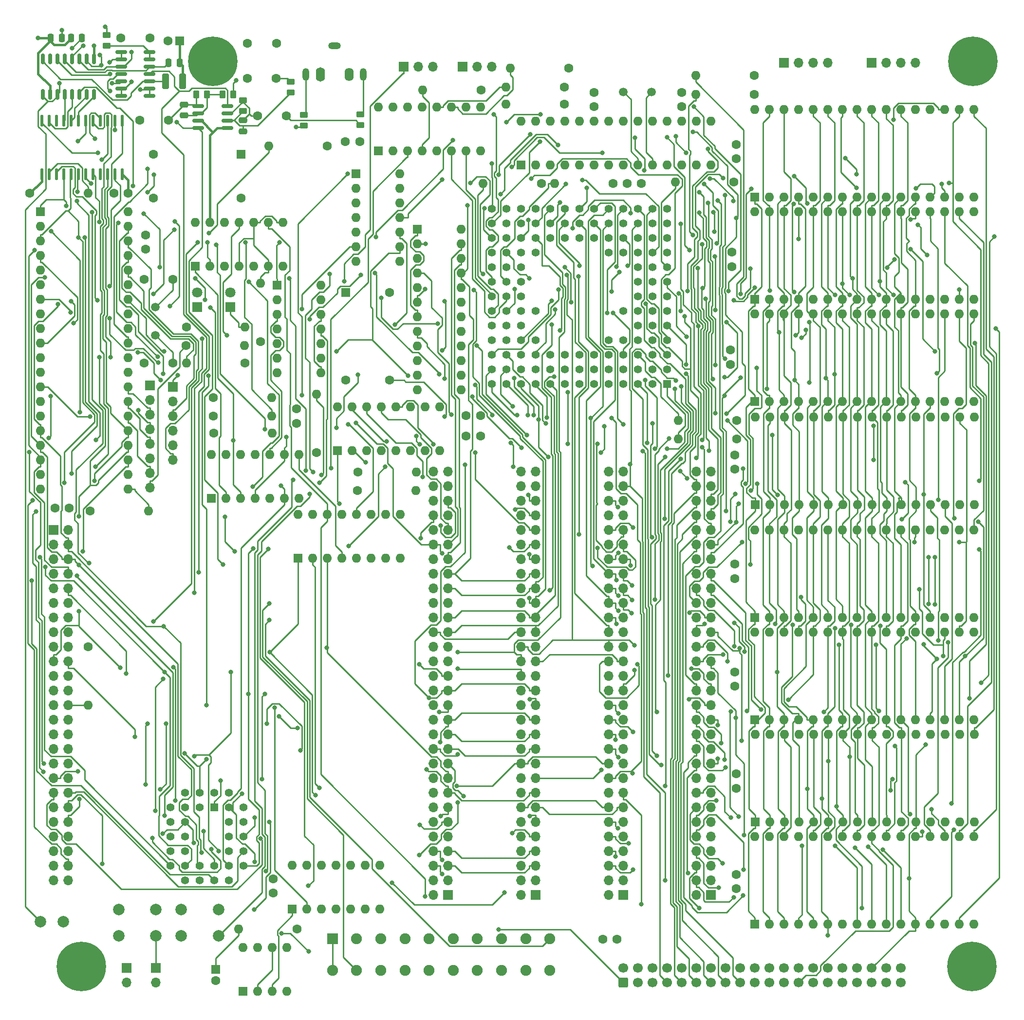
<source format=gtl>
%TF.GenerationSoftware,KiCad,Pcbnew,7.0.10*%
%TF.CreationDate,2024-01-19T17:16:02+02:00*%
%TF.ProjectId,jox030,6a6f7830-3330-42e6-9b69-6361645f7063,rev?*%
%TF.SameCoordinates,Original*%
%TF.FileFunction,Copper,L1,Top*%
%TF.FilePolarity,Positive*%
%FSLAX46Y46*%
G04 Gerber Fmt 4.6, Leading zero omitted, Abs format (unit mm)*
G04 Created by KiCad (PCBNEW 7.0.10) date 2024-01-19 17:16:02*
%MOMM*%
%LPD*%
G01*
G04 APERTURE LIST*
G04 Aperture macros list*
%AMRoundRect*
0 Rectangle with rounded corners*
0 $1 Rounding radius*
0 $2 $3 $4 $5 $6 $7 $8 $9 X,Y pos of 4 corners*
0 Add a 4 corners polygon primitive as box body*
4,1,4,$2,$3,$4,$5,$6,$7,$8,$9,$2,$3,0*
0 Add four circle primitives for the rounded corners*
1,1,$1+$1,$2,$3*
1,1,$1+$1,$4,$5*
1,1,$1+$1,$6,$7*
1,1,$1+$1,$8,$9*
0 Add four rect primitives between the rounded corners*
20,1,$1+$1,$2,$3,$4,$5,0*
20,1,$1+$1,$4,$5,$6,$7,0*
20,1,$1+$1,$6,$7,$8,$9,0*
20,1,$1+$1,$8,$9,$2,$3,0*%
G04 Aperture macros list end*
%TA.AperFunction,SMDPad,CuDef*%
%ADD10RoundRect,0.250000X-0.262500X-0.450000X0.262500X-0.450000X0.262500X0.450000X-0.262500X0.450000X0*%
%TD*%
%TA.AperFunction,ComponentPad*%
%ADD11C,1.500000*%
%TD*%
%TA.AperFunction,ComponentPad*%
%ADD12C,1.600000*%
%TD*%
%TA.AperFunction,ComponentPad*%
%ADD13R,1.700000X1.700000*%
%TD*%
%TA.AperFunction,ComponentPad*%
%ADD14O,1.700000X1.700000*%
%TD*%
%TA.AperFunction,ComponentPad*%
%ADD15R,1.600000X1.600000*%
%TD*%
%TA.AperFunction,ComponentPad*%
%ADD16O,1.600000X1.600000*%
%TD*%
%TA.AperFunction,ComponentPad*%
%ADD17R,1.397000X1.397000*%
%TD*%
%TA.AperFunction,ComponentPad*%
%ADD18C,1.397000*%
%TD*%
%TA.AperFunction,ComponentPad*%
%ADD19O,1.200000X2.200000*%
%TD*%
%TA.AperFunction,ComponentPad*%
%ADD20O,1.600000X2.300000*%
%TD*%
%TA.AperFunction,ComponentPad*%
%ADD21O,2.200000X1.200000*%
%TD*%
%TA.AperFunction,ComponentPad*%
%ADD22O,1.600000X2.500000*%
%TD*%
%TA.AperFunction,ComponentPad*%
%ADD23C,0.900000*%
%TD*%
%TA.AperFunction,ComponentPad*%
%ADD24C,8.600000*%
%TD*%
%TA.AperFunction,ComponentPad*%
%ADD25R,1.900000X1.900000*%
%TD*%
%TA.AperFunction,ComponentPad*%
%ADD26C,1.900000*%
%TD*%
%TA.AperFunction,ComponentPad*%
%ADD27RoundRect,0.250000X0.600000X-0.600000X0.600000X0.600000X-0.600000X0.600000X-0.600000X-0.600000X0*%
%TD*%
%TA.AperFunction,ComponentPad*%
%ADD28C,1.700000*%
%TD*%
%TA.AperFunction,SMDPad,CuDef*%
%ADD29RoundRect,0.250000X-0.475000X0.250000X-0.475000X-0.250000X0.475000X-0.250000X0.475000X0.250000X0*%
%TD*%
%TA.AperFunction,SMDPad,CuDef*%
%ADD30RoundRect,0.250000X0.250000X0.475000X-0.250000X0.475000X-0.250000X-0.475000X0.250000X-0.475000X0*%
%TD*%
%TA.AperFunction,SMDPad,CuDef*%
%ADD31RoundRect,0.250000X-0.450000X0.262500X-0.450000X-0.262500X0.450000X-0.262500X0.450000X0.262500X0*%
%TD*%
%TA.AperFunction,SMDPad,CuDef*%
%ADD32RoundRect,0.150000X0.825000X0.150000X-0.825000X0.150000X-0.825000X-0.150000X0.825000X-0.150000X0*%
%TD*%
%TA.AperFunction,ComponentPad*%
%ADD33R,1.800000X1.800000*%
%TD*%
%TA.AperFunction,ComponentPad*%
%ADD34C,1.800000*%
%TD*%
%TA.AperFunction,SMDPad,CuDef*%
%ADD35RoundRect,0.250000X-0.325000X-1.100000X0.325000X-1.100000X0.325000X1.100000X-0.325000X1.100000X0*%
%TD*%
%TA.AperFunction,SMDPad,CuDef*%
%ADD36RoundRect,0.162500X-0.825000X-0.162500X0.825000X-0.162500X0.825000X0.162500X-0.825000X0.162500X0*%
%TD*%
%TA.AperFunction,SMDPad,CuDef*%
%ADD37RoundRect,0.137500X0.137500X-0.862500X0.137500X0.862500X-0.137500X0.862500X-0.137500X-0.862500X0*%
%TD*%
%TA.AperFunction,SMDPad,CuDef*%
%ADD38RoundRect,0.250000X0.450000X-0.262500X0.450000X0.262500X-0.450000X0.262500X-0.450000X-0.262500X0*%
%TD*%
%TA.AperFunction,ComponentPad*%
%ADD39C,2.000000*%
%TD*%
%TA.AperFunction,SMDPad,CuDef*%
%ADD40RoundRect,0.250000X0.475000X-0.250000X0.475000X0.250000X-0.475000X0.250000X-0.475000X-0.250000X0*%
%TD*%
%TA.AperFunction,ComponentPad*%
%ADD41C,1.422400*%
%TD*%
%TA.AperFunction,ComponentPad*%
%ADD42R,1.422400X1.422400*%
%TD*%
%TA.AperFunction,SMDPad,CuDef*%
%ADD43RoundRect,0.162500X0.162500X-0.750000X0.162500X0.750000X-0.162500X0.750000X-0.162500X-0.750000X0*%
%TD*%
%TA.AperFunction,ViaPad*%
%ADD44C,0.800000*%
%TD*%
%TA.AperFunction,Conductor*%
%ADD45C,0.250000*%
%TD*%
%TA.AperFunction,Conductor*%
%ADD46C,0.400000*%
%TD*%
G04 APERTURE END LIST*
D10*
%TO.P,R29,1*%
%TO.N,Net-(C14-Pad2)*%
X45087500Y-25750000D03*
%TO.P,R29,2*%
%TO.N,Net-(U28A--)*%
X46912500Y-25750000D03*
%TD*%
D11*
%TO.P,Y1,1,1*%
%TO.N,Net-(U16-X2)*%
X38000000Y-62800000D03*
%TO.P,Y1,2,2*%
%TO.N,Net-(U16-X1{slash}CLK)*%
X38000000Y-67700000D03*
%TD*%
D12*
%TO.P,C32,1*%
%TO.N,GND*%
X20500000Y-97750000D03*
%TO.P,C32,2*%
%TO.N,+5V*%
X23000000Y-97750000D03*
%TD*%
D13*
%TO.P,J14,1,Pin_1*%
%TO.N,Net-(J14-Pin_1)*%
X33020000Y-177800000D03*
D14*
%TO.P,J14,2,Pin_2*%
%TO.N,GND*%
X33020000Y-180340000D03*
%TD*%
D15*
%TO.P,U16,1,RS1*%
%TO.N,/A0*%
X18010000Y-46230000D03*
D16*
%TO.P,U16,2,IP3*%
%TO.N,Net-(J2-Pin_4)*%
X18010000Y-48770000D03*
%TO.P,U16,3,RS2*%
%TO.N,/A1*%
X18010000Y-51310000D03*
%TO.P,U16,4,IP1*%
%TO.N,Net-(J2-Pin_2)*%
X18010000Y-53850000D03*
%TO.P,U16,5,RS3*%
%TO.N,/A2*%
X18010000Y-56390000D03*
%TO.P,U16,6,RS4*%
%TO.N,/A3*%
X18010000Y-58930000D03*
%TO.P,U16,7,IP0*%
%TO.N,Net-(J2-Pin_1)*%
X18010000Y-61470000D03*
%TO.P,U16,8,R/W*%
%TO.N,/R{slash}W*%
X18010000Y-64010000D03*
%TO.P,U16,9,DTACK*%
%TO.N,Net-(U16-DTACK)*%
X18010000Y-66550000D03*
%TO.P,U16,10,RXDB*%
%TO.N,Net-(J4-Pin_2)*%
X18010000Y-69090000D03*
%TO.P,U16,11,TXDB*%
%TO.N,Net-(J4-Pin_1)*%
X18010000Y-71630000D03*
%TO.P,U16,12,OP1*%
%TO.N,Net-(J1-Pin_2)*%
X18010000Y-74170000D03*
%TO.P,U16,13,OP3*%
%TO.N,Net-(J1-Pin_4)*%
X18010000Y-76710000D03*
%TO.P,U16,14,OP5*%
%TO.N,Net-(J1-Pin_6)*%
X18010000Y-79250000D03*
%TO.P,U16,15,OP7*%
%TO.N,Net-(J1-Pin_8)*%
X18010000Y-81790000D03*
%TO.P,U16,16,D1*%
%TO.N,/D25*%
X18010000Y-84330000D03*
%TO.P,U16,17,D3*%
%TO.N,/D27*%
X18010000Y-86870000D03*
%TO.P,U16,18,D5*%
%TO.N,/D29*%
X18010000Y-89410000D03*
%TO.P,U16,19,D7*%
%TO.N,/D31*%
X18010000Y-91950000D03*
%TO.P,U16,20,GND*%
%TO.N,GND*%
X18010000Y-94490000D03*
%TO.P,U16,21,IRQ*%
%TO.N,/{slash}INT5*%
X33250000Y-94490000D03*
%TO.P,U16,22,D6*%
%TO.N,/D30*%
X33250000Y-91950000D03*
%TO.P,U16,23,D4*%
%TO.N,/D28*%
X33250000Y-89410000D03*
%TO.P,U16,24,D2*%
%TO.N,/D26*%
X33250000Y-86870000D03*
%TO.P,U16,25,D0*%
%TO.N,/D24*%
X33250000Y-84330000D03*
%TO.P,U16,26,OP6*%
%TO.N,Net-(J1-Pin_7)*%
X33250000Y-81790000D03*
%TO.P,U16,27,OP4*%
%TO.N,Net-(J1-Pin_5)*%
X33250000Y-79250000D03*
%TO.P,U16,28,OP2*%
%TO.N,Net-(J1-Pin_3)*%
X33250000Y-76710000D03*
%TO.P,U16,29,OP0*%
%TO.N,Net-(J1-Pin_1)*%
X33250000Y-74170000D03*
%TO.P,U16,30,TXDA*%
%TO.N,Net-(J3-Pin_1)*%
X33250000Y-71630000D03*
%TO.P,U16,31,RXDA*%
%TO.N,Net-(J3-Pin_2)*%
X33250000Y-69090000D03*
%TO.P,U16,32,X1/CLK*%
%TO.N,Net-(U16-X1{slash}CLK)*%
X33250000Y-66550000D03*
%TO.P,U16,33,X2*%
%TO.N,Net-(U16-X2)*%
X33250000Y-64010000D03*
%TO.P,U16,34,RESET*%
%TO.N,/~{RST}*%
X33250000Y-61470000D03*
%TO.P,U16,35,CS*%
%TO.N,/{slash}IO0*%
X33250000Y-58930000D03*
%TO.P,U16,36,IP2*%
%TO.N,Net-(J2-Pin_3)*%
X33250000Y-56390000D03*
%TO.P,U16,37,IACK*%
%TO.N,Net-(U16-IACK)*%
X33250000Y-53850000D03*
%TO.P,U16,38,IP5*%
%TO.N,Net-(J2-Pin_6)*%
X33250000Y-51310000D03*
%TO.P,U16,39,IP4*%
%TO.N,Net-(J2-Pin_5)*%
X33250000Y-48770000D03*
%TO.P,U16,40,VCC*%
%TO.N,+5V*%
X33250000Y-46230000D03*
%TD*%
D15*
%TO.P,U22,1,OD/CLK*%
%TO.N,/{slash}DS*%
X83500000Y-49220000D03*
D16*
%TO.P,U22,2,I0*%
%TO.N,/SIZ0*%
X83500000Y-51760000D03*
%TO.P,U22,3,I1*%
%TO.N,/SIZ1*%
X83500000Y-54300000D03*
%TO.P,U22,4,I2*%
%TO.N,/A0*%
X83500000Y-56840000D03*
%TO.P,U22,5,I3*%
%TO.N,/A1*%
X83500000Y-59380000D03*
%TO.P,U22,6,I4*%
%TO.N,/R{slash}W*%
X83500000Y-61920000D03*
%TO.P,U22,7,I5*%
%TO.N,/{slash}DS*%
X83500000Y-64460000D03*
%TO.P,U22,8,I6*%
%TO.N,/A31*%
X83500000Y-67000000D03*
%TO.P,U22,9,I7*%
%TO.N,Net-(J14-Pin_1)*%
X83500000Y-69540000D03*
%TO.P,U22,10,I8*%
%TO.N,unconnected-(U22-I8-Pad10)*%
X83500000Y-72080000D03*
%TO.P,U22,11,I9*%
%TO.N,unconnected-(U22-I9-Pad11)*%
X83500000Y-74620000D03*
%TO.P,U22,12,GND*%
%TO.N,GND*%
X83500000Y-77160000D03*
%TO.P,U22,13,CLK/OD*%
%TO.N,unconnected-(U22-CLK{slash}OD-Pad13)*%
X91120000Y-77160000D03*
%TO.P,U22,14,LR/O4*%
%TO.N,/{slash}8W*%
X91120000Y-74620000D03*
%TO.P,U22,15,A0/O3*%
%TO.N,/{slash}RAMOFF*%
X91120000Y-72080000D03*
%TO.P,U22,16,A1/O2*%
%TO.N,/A31 after mirroring processing*%
X91120000Y-69540000D03*
%TO.P,U22,17,A2/O1*%
%TO.N,/{slash}R*%
X91120000Y-67000000D03*
%TO.P,U22,18,NC/O0*%
%TO.N,/{slash}LW*%
X91120000Y-64460000D03*
%TO.P,U22,19,O4/NC*%
%TO.N,/{slash}UW*%
X91120000Y-61920000D03*
%TO.P,U22,20,O3/A2*%
%TO.N,/{slash}LLW*%
X91120000Y-59380000D03*
%TO.P,U22,21,O2/A1*%
%TO.N,/{slash}LMW*%
X91120000Y-56840000D03*
%TO.P,U22,22,O1/A0*%
%TO.N,/{slash}UMW*%
X91120000Y-54300000D03*
%TO.P,U22,23,O0/LR*%
%TO.N,/{slash}UUW*%
X91120000Y-51760000D03*
%TO.P,U22,24,VCC*%
%TO.N,+5V*%
X91120000Y-49220000D03*
%TD*%
D12*
%TO.P,R16,1*%
%TO.N,+5V*%
X138580000Y-41000000D03*
D16*
%TO.P,R16,2*%
%TO.N,Net-(U1-CBACK)*%
X128420000Y-41000000D03*
%TD*%
D12*
%TO.P,C12,1*%
%TO.N,Net-(C12-Pad1)*%
X59015000Y-16941800D03*
%TO.P,C12,2*%
%TO.N,Net-(U27D--)*%
X54015000Y-16941800D03*
%TD*%
%TO.P,C21,1*%
%TO.N,GND*%
X138750000Y-128750000D03*
%TO.P,C21,2*%
%TO.N,+5V*%
X138750000Y-126250000D03*
%TD*%
D15*
%TO.P,U17,1*%
%TO.N,/{slash}AS*%
X47696200Y-96052800D03*
D16*
%TO.P,U17,2*%
%TO.N,/A31 after mirroring processing*%
X50236200Y-96052800D03*
%TO.P,U17,3*%
%TO.N,/{slash}RAM*%
X52776200Y-96052800D03*
%TO.P,U17,4*%
%TO.N,/{slash}AS*%
X55316200Y-96052800D03*
%TO.P,U17,5*%
%TO.N,Net-(U17-Pad5)*%
X57856200Y-96052800D03*
%TO.P,U17,6*%
%TO.N,/{slash}ROM*%
X60396200Y-96052800D03*
%TO.P,U17,7,GND*%
%TO.N,GND*%
X62936200Y-96052800D03*
%TO.P,U17,8*%
%TO.N,/{slash}IO*%
X62936200Y-88432800D03*
%TO.P,U17,9*%
%TO.N,/{slash}AS*%
X60396200Y-88432800D03*
%TO.P,U17,10*%
%TO.N,Net-(U17-Pad10)*%
X57856200Y-88432800D03*
%TO.P,U17,11*%
%TO.N,unconnected-(U17-Pad11)*%
X55316200Y-88432800D03*
%TO.P,U17,12*%
%TO.N,GND*%
X52776200Y-88432800D03*
%TO.P,U17,13*%
X50236200Y-88432800D03*
%TO.P,U17,14,VCC*%
%TO.N,+5V*%
X47696200Y-88432800D03*
%TD*%
D12*
%TO.P,R6,1*%
%TO.N,+5V*%
X109080000Y-27500000D03*
D16*
%TO.P,R6,2*%
%TO.N,/{slash}INT2*%
X98920000Y-27500000D03*
%TD*%
D12*
%TO.P,C5,1*%
%TO.N,Net-(U23-XTAL2{slash}PB7)*%
X129540000Y-25440000D03*
%TO.P,C5,2*%
%TO.N,GND*%
X129540000Y-27940000D03*
%TD*%
D13*
%TO.P,J9,1,Pin_1*%
%TO.N,GND*%
X134620000Y-165100000D03*
D14*
%TO.P,J9,2,Pin_2*%
%TO.N,/D0*%
X132080000Y-165100000D03*
%TO.P,J9,3,Pin_3*%
%TO.N,/A2*%
X134620000Y-162560000D03*
%TO.P,J9,4,Pin_4*%
%TO.N,/D1*%
X132080000Y-162560000D03*
%TO.P,J9,5,Pin_5*%
%TO.N,/A3*%
X134620000Y-160020000D03*
%TO.P,J9,6,Pin_6*%
%TO.N,/D2*%
X132080000Y-160020000D03*
%TO.P,J9,7,Pin_7*%
%TO.N,/A4*%
X134620000Y-157480000D03*
%TO.P,J9,8,Pin_8*%
%TO.N,/D3*%
X132080000Y-157480000D03*
%TO.P,J9,9,Pin_9*%
%TO.N,/A5*%
X134620000Y-154940000D03*
%TO.P,J9,10,Pin_10*%
%TO.N,/D4*%
X132080000Y-154940000D03*
%TO.P,J9,11,Pin_11*%
%TO.N,/A6*%
X134620000Y-152400000D03*
%TO.P,J9,12,Pin_12*%
%TO.N,/D5*%
X132080000Y-152400000D03*
%TO.P,J9,13,Pin_13*%
%TO.N,/A7*%
X134620000Y-149860000D03*
%TO.P,J9,14,Pin_14*%
%TO.N,/D6*%
X132080000Y-149860000D03*
%TO.P,J9,15,Pin_15*%
%TO.N,/A8*%
X134620000Y-147320000D03*
%TO.P,J9,16,Pin_16*%
%TO.N,/D7*%
X132080000Y-147320000D03*
%TO.P,J9,17,Pin_17*%
%TO.N,/A9*%
X134620000Y-144780000D03*
%TO.P,J9,18,Pin_18*%
%TO.N,/D8*%
X132080000Y-144780000D03*
%TO.P,J9,19,Pin_19*%
%TO.N,/A10*%
X134620000Y-142240000D03*
%TO.P,J9,20,Pin_20*%
%TO.N,/D9*%
X132080000Y-142240000D03*
%TO.P,J9,21,Pin_21*%
%TO.N,/A11*%
X134620000Y-139700000D03*
%TO.P,J9,22,Pin_22*%
%TO.N,/D10*%
X132080000Y-139700000D03*
%TO.P,J9,23,Pin_23*%
%TO.N,/A12*%
X134620000Y-137160000D03*
%TO.P,J9,24,Pin_24*%
%TO.N,/D11*%
X132080000Y-137160000D03*
%TO.P,J9,25,Pin_25*%
%TO.N,/A13*%
X134620000Y-134620000D03*
%TO.P,J9,26,Pin_26*%
%TO.N,/D12*%
X132080000Y-134620000D03*
%TO.P,J9,27,Pin_27*%
%TO.N,/A14*%
X134620000Y-132080000D03*
%TO.P,J9,28,Pin_28*%
%TO.N,/D13*%
X132080000Y-132080000D03*
%TO.P,J9,29,Pin_29*%
%TO.N,/A15*%
X134620000Y-129540000D03*
%TO.P,J9,30,Pin_30*%
%TO.N,/D14*%
X132080000Y-129540000D03*
%TO.P,J9,31,Pin_31*%
%TO.N,/A16*%
X134620000Y-127000000D03*
%TO.P,J9,32,Pin_32*%
%TO.N,/D15*%
X132080000Y-127000000D03*
%TO.P,J9,33,Pin_33*%
%TO.N,/A17*%
X134620000Y-124460000D03*
%TO.P,J9,34,Pin_34*%
%TO.N,/D16*%
X132080000Y-124460000D03*
%TO.P,J9,35,Pin_35*%
%TO.N,/A18*%
X134620000Y-121920000D03*
%TO.P,J9,36,Pin_36*%
%TO.N,/D17*%
X132080000Y-121920000D03*
%TO.P,J9,37,Pin_37*%
%TO.N,/A19*%
X134620000Y-119380000D03*
%TO.P,J9,38,Pin_38*%
%TO.N,/D18*%
X132080000Y-119380000D03*
%TO.P,J9,39,Pin_39*%
%TO.N,/A20*%
X134620000Y-116840000D03*
%TO.P,J9,40,Pin_40*%
%TO.N,/D19*%
X132080000Y-116840000D03*
%TO.P,J9,41,Pin_41*%
%TO.N,/{slash}R*%
X134620000Y-114300000D03*
%TO.P,J9,42,Pin_42*%
%TO.N,/D20*%
X132080000Y-114300000D03*
%TO.P,J9,43,Pin_43*%
%TO.N,/{slash}LLW*%
X134620000Y-111760000D03*
%TO.P,J9,44,Pin_44*%
%TO.N,/D21*%
X132080000Y-111760000D03*
%TO.P,J9,45,Pin_45*%
%TO.N,/{slash}LMW*%
X134620000Y-109220000D03*
%TO.P,J9,46,Pin_46*%
%TO.N,/D22*%
X132080000Y-109220000D03*
%TO.P,J9,47,Pin_47*%
%TO.N,/{slash}UMW*%
X134620000Y-106680000D03*
%TO.P,J9,48,Pin_48*%
%TO.N,/D23*%
X132080000Y-106680000D03*
%TO.P,J9,49,Pin_49*%
%TO.N,/{slash}UUW*%
X134620000Y-104140000D03*
%TO.P,J9,50,Pin_50*%
%TO.N,/D24*%
X132080000Y-104140000D03*
%TO.P,J9,51,Pin_51*%
%TO.N,/{slash}B5*%
X134620000Y-101600000D03*
%TO.P,J9,52,Pin_52*%
%TO.N,/D25*%
X132080000Y-101600000D03*
%TO.P,J9,53,Pin_53*%
%TO.N,/D31*%
X134620000Y-99060000D03*
%TO.P,J9,54,Pin_54*%
%TO.N,/D26*%
X132080000Y-99060000D03*
%TO.P,J9,55,Pin_55*%
%TO.N,/D30*%
X134620000Y-96520000D03*
%TO.P,J9,56,Pin_56*%
%TO.N,/D27*%
X132080000Y-96520000D03*
%TO.P,J9,57,Pin_57*%
%TO.N,/D29*%
X134620000Y-93980000D03*
%TO.P,J9,58,Pin_58*%
%TO.N,/D28*%
X132080000Y-93980000D03*
%TO.P,J9,59,Pin_59*%
%TO.N,GND*%
X134620000Y-91440000D03*
%TO.P,J9,60,Pin_60*%
%TO.N,+5V*%
X132080000Y-91440000D03*
%TD*%
D12*
%TO.P,C30,1*%
%TO.N,GND*%
X71000000Y-34000000D03*
%TO.P,C30,2*%
%TO.N,+5V*%
X73500000Y-34000000D03*
%TD*%
D17*
%TO.P,U1,A1,BR*%
%TO.N,Net-(U1-BR)*%
X127000000Y-76200000D03*
D18*
%TO.P,U1,A2,A0*%
%TO.N,/A0*%
X124460000Y-76200000D03*
%TO.P,U1,A3,A30*%
%TO.N,/A30*%
X121920000Y-76200000D03*
%TO.P,U1,A4,A28*%
%TO.N,/A28*%
X119380000Y-76200000D03*
%TO.P,U1,A5,A26*%
%TO.N,/A26*%
X116840000Y-76200000D03*
%TO.P,U1,A6,A24*%
%TO.N,/A24*%
X114300000Y-76200000D03*
%TO.P,U1,A7,A23*%
%TO.N,/A23*%
X111760000Y-76200000D03*
%TO.P,U1,A8,A21*%
%TO.N,/A21*%
X109220000Y-76200000D03*
%TO.P,U1,A9,A19*%
%TO.N,/A19*%
X106680000Y-76200000D03*
%TO.P,U1,A10,A17*%
%TO.N,/A17*%
X104140000Y-76200000D03*
%TO.P,U1,A11,A15*%
%TO.N,/A15*%
X101600000Y-76200000D03*
%TO.P,U1,A12,A13*%
%TO.N,/A13*%
X99060000Y-76200000D03*
%TO.P,U1,A13,A10*%
%TO.N,/A10*%
X96520000Y-76200000D03*
%TO.P,U1,B1,RMC*%
%TO.N,unconnected-(U1-RMC-PadB1)*%
X127000000Y-73660000D03*
%TO.P,U1,B2,BG*%
%TO.N,unconnected-(U1-BG-PadB2)*%
X124460000Y-73660000D03*
%TO.P,U1,B3,A31*%
%TO.N,/A31*%
X121920000Y-73660000D03*
%TO.P,U1,B4,A29*%
%TO.N,/A29*%
X119380000Y-73660000D03*
%TO.P,U1,B5,A27*%
%TO.N,/A27*%
X116840000Y-73660000D03*
%TO.P,U1,B6,A25*%
%TO.N,/A25*%
X114300000Y-73660000D03*
%TO.P,U1,B7,A22*%
%TO.N,/A22*%
X111760000Y-73660000D03*
%TO.P,U1,B8,A20*%
%TO.N,/A20*%
X109220000Y-73660000D03*
%TO.P,U1,B9,A16*%
%TO.N,/A16*%
X106680000Y-73660000D03*
%TO.P,U1,B10,A14*%
%TO.N,/A14*%
X104140000Y-73660000D03*
%TO.P,U1,B11,A12*%
%TO.N,/A12*%
X101600000Y-73660000D03*
%TO.P,U1,B12,A8*%
%TO.N,/A8*%
X99060000Y-73660000D03*
%TO.P,U1,B13,A7*%
%TO.N,/A7*%
X96520000Y-73660000D03*
%TO.P,U1,C1,FC1*%
%TO.N,Net-(U1-FC1)*%
X127000000Y-71120000D03*
%TO.P,U1,C2,CIOUT*%
%TO.N,unconnected-(U1-CIOUT-PadC2)*%
X124460000Y-71120000D03*
%TO.P,U1,C3,BGACK*%
%TO.N,Net-(U1-BGACK)*%
X121920000Y-71120000D03*
%TO.P,U1,C4,A1*%
%TO.N,/A1*%
X119380000Y-71120000D03*
%TO.P,U1,C5,GND*%
%TO.N,GND*%
X116840000Y-71120000D03*
%TO.P,U1,C6,VCC*%
%TO.N,+5V*%
X114300000Y-71120000D03*
%TO.P,U1,C7,GND*%
%TO.N,GND*%
X111760000Y-71120000D03*
%TO.P,U1,C8,A18*%
%TO.N,/A18*%
X109220000Y-71120000D03*
%TO.P,U1,C9,GND*%
%TO.N,GND*%
X106680000Y-71120000D03*
%TO.P,U1,C10,A11*%
%TO.N,/A11*%
X104140000Y-71120000D03*
%TO.P,U1,C11,A9*%
%TO.N,/A9*%
X101600000Y-71120000D03*
%TO.P,U1,C12,A5*%
%TO.N,/A5*%
X99060000Y-71120000D03*
%TO.P,U1,C13,A4*%
%TO.N,/A4*%
X96520000Y-71120000D03*
%TO.P,U1,D1,FC2*%
%TO.N,Net-(U1-FC2)*%
X127000000Y-68580000D03*
%TO.P,U1,D2,FC0*%
%TO.N,Net-(U1-FC0)*%
X124460000Y-68580000D03*
%TO.P,U1,D3,OCS*%
%TO.N,unconnected-(U1-OCS-PadD3)*%
X121920000Y-68580000D03*
%TO.P,U1,D4,VCC*%
%TO.N,+5V*%
X119380000Y-68580000D03*
%TO.P,U1,D5,NC*%
%TO.N,unconnected-(U1-NC-PadD5)*%
X116840000Y-68580000D03*
%TO.P,U1,D10,VCC*%
%TO.N,+5V*%
X104140000Y-68580000D03*
%TO.P,U1,D11,A6*%
%TO.N,/A6*%
X101600000Y-68580000D03*
%TO.P,U1,D12,A3*%
%TO.N,/A3*%
X99060000Y-68580000D03*
%TO.P,U1,D13,A2*%
%TO.N,/A2*%
X96520000Y-68580000D03*
%TO.P,U1,E1,CLK*%
%TO.N,Net-(U1-CLK)*%
X127000000Y-66040000D03*
%TO.P,U1,E2,AVEC*%
%TO.N,Net-(U1-AVEC)*%
X124460000Y-66040000D03*
%TO.P,U1,E3,GND*%
%TO.N,GND*%
X121920000Y-66040000D03*
%TO.P,U1,E11,GND*%
X101600000Y-66040000D03*
%TO.P,U1,E12,NC*%
%TO.N,unconnected-(U1-NC-PadE12)*%
X99060000Y-66040000D03*
%TO.P,U1,E13,IPEND*%
%TO.N,unconnected-(U1-IPEND-PadE13)*%
X96520000Y-66040000D03*
%TO.P,U1,F1,DSACK0*%
%TO.N,/{slash}DSACK0*%
X127000000Y-63500000D03*
%TO.P,U1,F2,VCC*%
%TO.N,+5V*%
X124460000Y-63500000D03*
%TO.P,U1,F3,GND*%
%TO.N,GND*%
X121920000Y-63500000D03*
%TO.P,U1,F4,NC*%
%TO.N,unconnected-(U1-NC-PadF4)*%
X119380000Y-63500000D03*
%TO.P,U1,F10,NC*%
%TO.N,unconnected-(U1-NC-PadF10)*%
X104140000Y-63500000D03*
%TO.P,U1,F11,VCC*%
%TO.N,+5V*%
X101600000Y-63500000D03*
%TO.P,U1,F12,RESET*%
%TO.N,/~{RST}*%
X99060000Y-63500000D03*
%TO.P,U1,F13,MMUDIS*%
%TO.N,Net-(U1-MMUDIS)*%
X96520000Y-63500000D03*
%TO.P,U1,G1,STERM*%
%TO.N,Net-(U1-STERM)*%
X127000000Y-60960000D03*
%TO.P,U1,G2,DSACK1*%
%TO.N,/{slash}DSACK1*%
X124460000Y-60960000D03*
%TO.P,U1,G3,GND*%
%TO.N,GND*%
X121920000Y-60960000D03*
%TO.P,U1,G11,GND*%
X101600000Y-60960000D03*
%TO.P,U1,G12,IPL2*%
%TO.N,/~{IPL2}*%
X99060000Y-60960000D03*
%TO.P,U1,G13,IPL1*%
%TO.N,/~{IPL1}*%
X96520000Y-60960000D03*
%TO.P,U1,H1,BERR*%
%TO.N,Net-(U1-BERR)*%
X127000000Y-58420000D03*
%TO.P,U1,H2,HALT*%
%TO.N,Net-(U1-HALT)*%
X124460000Y-58420000D03*
%TO.P,U1,H3,VCC*%
%TO.N,+5V*%
X121920000Y-58420000D03*
%TO.P,U1,H11,VCC*%
X101600000Y-58420000D03*
%TO.P,U1,H12,CDIS*%
%TO.N,Net-(U1-CDIS)*%
X99060000Y-58420000D03*
%TO.P,U1,H13,IPL0*%
%TO.N,/~{IPL0}*%
X96520000Y-58420000D03*
%TO.P,U1,J1,CBACK*%
%TO.N,Net-(U1-CBACK)*%
X127000000Y-55880000D03*
%TO.P,U1,J2,AS*%
%TO.N,/{slash}AS*%
X124460000Y-55880000D03*
%TO.P,U1,J3,GND*%
%TO.N,GND*%
X121920000Y-55880000D03*
%TO.P,U1,J11,GND*%
X101600000Y-55880000D03*
%TO.P,U1,J12,STATUS*%
%TO.N,unconnected-(U1-STATUS-PadJ12)*%
X99060000Y-55880000D03*
%TO.P,U1,J13,REFILL*%
%TO.N,unconnected-(U1-REFILL-PadJ13)*%
X96520000Y-55880000D03*
%TO.P,U1,K1,CBREQ*%
%TO.N,unconnected-(U1-CBREQ-PadK1)*%
X127000000Y-53340000D03*
%TO.P,U1,K2,DS*%
%TO.N,/{slash}DS*%
X124460000Y-53340000D03*
%TO.P,U1,K3,SIZ1*%
%TO.N,/SIZ1*%
X121920000Y-53340000D03*
%TO.P,U1,K4,VCC*%
%TO.N,+5V*%
X119380000Y-53340000D03*
%TO.P,U1,K5,NC*%
%TO.N,unconnected-(U1-NC-PadK5)*%
X116840000Y-53340000D03*
%TO.P,U1,K10,VCC*%
%TO.N,+5V*%
X104140000Y-53340000D03*
%TO.P,U1,K11,D5*%
%TO.N,/D5*%
X101600000Y-53340000D03*
%TO.P,U1,K12,D1*%
%TO.N,/D1*%
X99060000Y-53340000D03*
%TO.P,U1,K13,D0*%
%TO.N,/D0*%
X96520000Y-53340000D03*
%TO.P,U1,L1,CIIN*%
%TO.N,Net-(U1-CIIN)*%
X127000000Y-50800000D03*
%TO.P,U1,L2,SIZ0*%
%TO.N,/SIZ0*%
X124460000Y-50800000D03*
%TO.P,U1,L3,R/W*%
%TO.N,/R{slash}W*%
X121920000Y-50800000D03*
%TO.P,U1,L4,D30*%
%TO.N,/D30*%
X119380000Y-50800000D03*
%TO.P,U1,L5,GND*%
%TO.N,GND*%
X116840000Y-50800000D03*
%TO.P,U1,L6,VCC*%
%TO.N,+5V*%
X114300000Y-50800000D03*
%TO.P,U1,L7,GND*%
%TO.N,GND*%
X111760000Y-50800000D03*
%TO.P,U1,L8,GND*%
X109220000Y-50800000D03*
%TO.P,U1,L9,GND*%
X106680000Y-50800000D03*
%TO.P,U1,L10,D10*%
%TO.N,/D10*%
X104140000Y-50800000D03*
%TO.P,U1,L11,D7*%
%TO.N,/D7*%
X101600000Y-50800000D03*
%TO.P,U1,L12,D4*%
%TO.N,/D4*%
X99060000Y-50800000D03*
%TO.P,U1,L13,D2*%
%TO.N,/D2*%
X96520000Y-50800000D03*
%TO.P,U1,M1,DBEN*%
%TO.N,unconnected-(U1-DBEN-PadM1)*%
X127000000Y-48260000D03*
%TO.P,U1,M2,ECS*%
%TO.N,unconnected-(U1-ECS-PadM2)*%
X124460000Y-48260000D03*
%TO.P,U1,M3,D29*%
%TO.N,/D29*%
X121920000Y-48260000D03*
%TO.P,U1,M4,D27*%
%TO.N,/D27*%
X119380000Y-48260000D03*
%TO.P,U1,M5,D24*%
%TO.N,/D24*%
X116840000Y-48260000D03*
%TO.P,U1,M6,D22*%
%TO.N,/D22*%
X114300000Y-48260000D03*
%TO.P,U1,M7,D20*%
%TO.N,/D20*%
X111760000Y-48260000D03*
%TO.P,U1,M8,D17*%
%TO.N,/D17*%
X109220000Y-48260000D03*
%TO.P,U1,M9,D14*%
%TO.N,/D14*%
X106680000Y-48260000D03*
%TO.P,U1,M10,D12*%
%TO.N,/D12*%
X104140000Y-48260000D03*
%TO.P,U1,M11,D9*%
%TO.N,/D9*%
X101600000Y-48260000D03*
%TO.P,U1,M12,D6*%
%TO.N,/D6*%
X99060000Y-48260000D03*
%TO.P,U1,M13,D3*%
%TO.N,/D3*%
X96520000Y-48260000D03*
%TO.P,U1,N1,D31*%
%TO.N,/D31*%
X127000000Y-45720000D03*
%TO.P,U1,N2,D28*%
%TO.N,/D28*%
X124460000Y-45720000D03*
%TO.P,U1,N3,D26*%
%TO.N,/D26*%
X121920000Y-45720000D03*
%TO.P,U1,N4,D25*%
%TO.N,/D25*%
X119380000Y-45720000D03*
%TO.P,U1,N5,D23*%
%TO.N,/D23*%
X116840000Y-45720000D03*
%TO.P,U1,N6,D21*%
%TO.N,/D21*%
X114300000Y-45720000D03*
%TO.P,U1,N7,D19*%
%TO.N,/D19*%
X111760000Y-45720000D03*
%TO.P,U1,N8,D18*%
%TO.N,/D18*%
X109220000Y-45720000D03*
%TO.P,U1,N9,D16*%
%TO.N,/D16*%
X106680000Y-45720000D03*
%TO.P,U1,N10,D15*%
%TO.N,/D15*%
X104140000Y-45720000D03*
%TO.P,U1,N11,D13*%
%TO.N,/D13*%
X101600000Y-45720000D03*
%TO.P,U1,N12,D11*%
%TO.N,/D11*%
X99060000Y-45720000D03*
%TO.P,U1,N13,D8*%
%TO.N,/D8*%
X96520000Y-45720000D03*
%TD*%
D12*
%TO.P,C3,1*%
%TO.N,Net-(U16-X2)*%
X41000000Y-58000000D03*
%TO.P,C3,2*%
%TO.N,GND*%
X36000000Y-58000000D03*
%TD*%
%TO.P,R15,1*%
%TO.N,+5V*%
X139080000Y-85750000D03*
D16*
%TO.P,R15,2*%
%TO.N,Net-(U1-BR)*%
X128920000Y-85750000D03*
%TD*%
D19*
%TO.P,J11,R*%
%TO.N,/RIGHT*%
X74138800Y-22348200D03*
D20*
%TO.P,J11,RN*%
%TO.N,N/C*%
X71638800Y-22348200D03*
D21*
%TO.P,J11,S*%
%TO.N,GND*%
X69138800Y-17348200D03*
D19*
%TO.P,J11,T*%
%TO.N,/LEFT*%
X64138800Y-22348200D03*
D22*
%TO.P,J11,TN*%
%TO.N,N/C*%
X66638800Y-22348200D03*
%TD*%
D12*
%TO.P,C25,1*%
%TO.N,GND*%
X36250000Y-52750000D03*
%TO.P,C25,2*%
%TO.N,+5V*%
X36250000Y-50250000D03*
%TD*%
D15*
%TO.P,U10,1,A18*%
%TO.N,/A20*%
X142296000Y-97136000D03*
D16*
%TO.P,U10,2,A16*%
%TO.N,/A18*%
X144836000Y-97136000D03*
%TO.P,U10,3,A14*%
%TO.N,/A16*%
X147376000Y-97136000D03*
%TO.P,U10,4,A12*%
%TO.N,/A14*%
X149916000Y-97136000D03*
%TO.P,U10,5,A7*%
%TO.N,/A9*%
X152456000Y-97136000D03*
%TO.P,U10,6,A6*%
%TO.N,/A8*%
X154996000Y-97136000D03*
%TO.P,U10,7,A5*%
%TO.N,/A7*%
X157536000Y-97136000D03*
%TO.P,U10,8,A4*%
%TO.N,/A6*%
X160076000Y-97136000D03*
%TO.P,U10,9,A3*%
%TO.N,/A5*%
X162616000Y-97136000D03*
%TO.P,U10,10,A2*%
%TO.N,/A4*%
X165156000Y-97136000D03*
%TO.P,U10,11,A1*%
%TO.N,/A3*%
X167696000Y-97136000D03*
%TO.P,U10,12,A0*%
%TO.N,/A2*%
X170236000Y-97136000D03*
%TO.P,U10,13,DQ0*%
%TO.N,/D16*%
X172776000Y-97136000D03*
%TO.P,U10,14,DQ1*%
%TO.N,/D17*%
X175316000Y-97136000D03*
%TO.P,U10,15,DQ2*%
%TO.N,/D18*%
X177856000Y-97136000D03*
%TO.P,U10,16,VSS*%
%TO.N,GND*%
X180396000Y-97136000D03*
%TO.P,U10,17,DQ3*%
%TO.N,/D19*%
X180396000Y-81896000D03*
%TO.P,U10,18,DQ4*%
%TO.N,/D20*%
X177856000Y-81896000D03*
%TO.P,U10,19,DQ5*%
%TO.N,/D21*%
X175316000Y-81896000D03*
%TO.P,U10,20,DQ6*%
%TO.N,/D22*%
X172776000Y-81896000D03*
%TO.P,U10,21,DQ7*%
%TO.N,/D23*%
X170236000Y-81896000D03*
%TO.P,U10,22,CE#*%
%TO.N,/{slash}B1*%
X167696000Y-81896000D03*
%TO.P,U10,23,A10*%
%TO.N,/A12*%
X165156000Y-81896000D03*
%TO.P,U10,24,OE#*%
%TO.N,/{slash}R*%
X162616000Y-81896000D03*
%TO.P,U10,25,A11*%
%TO.N,/A13*%
X160076000Y-81896000D03*
%TO.P,U10,26,A9*%
%TO.N,/A11*%
X157536000Y-81896000D03*
%TO.P,U10,27,A8*%
%TO.N,/A10*%
X154996000Y-81896000D03*
%TO.P,U10,28,A13*%
%TO.N,/A15*%
X152456000Y-81896000D03*
%TO.P,U10,29,WE#*%
%TO.N,/{slash}UMW*%
X149916000Y-81896000D03*
%TO.P,U10,30,A17*%
%TO.N,/A19*%
X147376000Y-81896000D03*
%TO.P,U10,31,A15*%
%TO.N,/A17*%
X144836000Y-81896000D03*
%TO.P,U10,32,VCC*%
%TO.N,+5V*%
X142296000Y-81896000D03*
%TD*%
D23*
%TO.P,H2,1*%
%TO.N,N/C*%
X44769600Y-20069600D03*
X45714181Y-17789181D03*
X45714181Y-22350019D03*
X47994600Y-16844600D03*
D24*
X47994600Y-20069600D03*
D23*
X47994600Y-23294600D03*
X50275019Y-17789181D03*
X50275019Y-22350019D03*
X51219600Y-20069600D03*
%TD*%
D15*
%TO.P,U4,1*%
%TO.N,/{slash}16B*%
X72872600Y-39573200D03*
D16*
%TO.P,U4,2*%
%TO.N,/{slash}32B*%
X72872600Y-42113200D03*
%TO.P,U4,3*%
%TO.N,/{slash}DSACK1*%
X72872600Y-44653200D03*
%TO.P,U4,4*%
%TO.N,Net-(U1-FC2)*%
X72872600Y-47193200D03*
%TO.P,U4,5*%
%TO.N,Net-(U1-FC1)*%
X72872600Y-49733200D03*
%TO.P,U4,6*%
%TO.N,Net-(U3-Pad4)*%
X72872600Y-52273200D03*
%TO.P,U4,7,GND*%
%TO.N,GND*%
X72872600Y-54813200D03*
%TO.P,U4,8*%
%TO.N,Net-(U3-Pad1)*%
X80492600Y-54813200D03*
%TO.P,U4,9*%
%TO.N,/A30*%
X80492600Y-52273200D03*
%TO.P,U4,10*%
%TO.N,/A31 after mirroring processing*%
X80492600Y-49733200D03*
%TO.P,U4,11*%
%TO.N,/{slash}DSACK0*%
X80492600Y-47193200D03*
%TO.P,U4,12*%
%TO.N,/{slash}8B*%
X80492600Y-44653200D03*
%TO.P,U4,13*%
%TO.N,/{slash}32B*%
X80492600Y-42113200D03*
%TO.P,U4,14,VCC*%
%TO.N,+5V*%
X80492600Y-39573200D03*
%TD*%
D12*
%TO.P,R25,1*%
%TO.N,+5V*%
X66000000Y-88080000D03*
D16*
%TO.P,R25,2*%
%TO.N,Net-(J14-Pin_1)*%
X66000000Y-77920000D03*
%TD*%
D12*
%TO.P,R1,1*%
%TO.N,+5V*%
X62580000Y-171000000D03*
D16*
%TO.P,R1,2*%
%TO.N,Net-(J15-Pin_1)*%
X52420000Y-171000000D03*
%TD*%
D12*
%TO.P,C20,1*%
%TO.N,GND*%
X138750000Y-91000000D03*
%TO.P,C20,2*%
%TO.N,+5V*%
X138750000Y-88500000D03*
%TD*%
%TO.P,R17,1*%
%TO.N,+5V*%
X73090000Y-94750000D03*
D16*
%TO.P,R17,2*%
%TO.N,Net-(U1-STERM)*%
X83250000Y-94750000D03*
%TD*%
D12*
%TO.P,C2,1*%
%TO.N,Net-(U16-X1{slash}CLK)*%
X41000000Y-72500000D03*
%TO.P,C2,2*%
%TO.N,GND*%
X36000000Y-72500000D03*
%TD*%
%TO.P,R20,1*%
%TO.N,+5V*%
X56250000Y-68830000D03*
D16*
%TO.P,R20,2*%
%TO.N,/{slash}8B*%
X56250000Y-58670000D03*
%TD*%
D12*
%TO.P,C27,1*%
%TO.N,GND*%
X138250000Y-55750000D03*
%TO.P,C27,2*%
%TO.N,+5V*%
X138250000Y-53250000D03*
%TD*%
D15*
%TO.P,U23,1,~{RESET}/PC6*%
%TO.N,/{slash}RST*%
X101600000Y-38100000D03*
D16*
%TO.P,U23,2,PD0*%
%TO.N,Net-(J4-Pin_1)*%
X104140000Y-38100000D03*
%TO.P,U23,3,PD1*%
%TO.N,Net-(J4-Pin_2)*%
X106680000Y-38100000D03*
%TO.P,U23,4,PD2*%
%TO.N,unconnected-(U23-PD2-Pad4)*%
X109220000Y-38100000D03*
%TO.P,U23,5,PD3*%
%TO.N,Net-(J12-Pin_2)*%
X111760000Y-38100000D03*
%TO.P,U23,6,PD4*%
%TO.N,Net-(J12-Pin_3)*%
X114300000Y-38100000D03*
%TO.P,U23,7,VCC*%
%TO.N,+5V*%
X116840000Y-38100000D03*
%TO.P,U23,8,GND*%
%TO.N,GND*%
X119380000Y-38100000D03*
%TO.P,U23,9,XTAL1/PB6*%
%TO.N,Net-(U23-XTAL1{slash}PB6)*%
X121920000Y-38100000D03*
%TO.P,U23,10,XTAL2/PB7*%
%TO.N,Net-(U23-XTAL2{slash}PB7)*%
X124460000Y-38100000D03*
%TO.P,U23,11,PD5*%
%TO.N,Net-(J13-Pin_2)*%
X127000000Y-38100000D03*
%TO.P,U23,12,PD6*%
%TO.N,Net-(J13-Pin_3)*%
X129540000Y-38100000D03*
%TO.P,U23,13,PD7*%
%TO.N,unconnected-(U23-PD7-Pad13)*%
X132080000Y-38100000D03*
%TO.P,U23,14,PB0*%
%TO.N,unconnected-(U23-PB0-Pad14)*%
X134620000Y-38100000D03*
%TO.P,U23,15,PB1*%
%TO.N,unconnected-(U23-PB1-Pad15)*%
X134620000Y-30480000D03*
%TO.P,U23,16,PB2*%
%TO.N,unconnected-(U23-PB2-Pad16)*%
X132080000Y-30480000D03*
%TO.P,U23,17,PB3*%
%TO.N,unconnected-(U23-PB3-Pad17)*%
X129540000Y-30480000D03*
%TO.P,U23,18,PB4*%
%TO.N,unconnected-(U23-PB4-Pad18)*%
X127000000Y-30480000D03*
%TO.P,U23,19,PB5*%
%TO.N,unconnected-(U23-PB5-Pad19)*%
X124460000Y-30480000D03*
%TO.P,U23,20,AVCC*%
%TO.N,+5V*%
X121920000Y-30480000D03*
%TO.P,U23,21,AREF*%
%TO.N,unconnected-(U23-AREF-Pad21)*%
X119380000Y-30480000D03*
%TO.P,U23,22,GND*%
%TO.N,GND*%
X116840000Y-30480000D03*
%TO.P,U23,23,PC0*%
%TO.N,unconnected-(U23-PC0-Pad23)*%
X114300000Y-30480000D03*
%TO.P,U23,24,PC1*%
%TO.N,unconnected-(U23-PC1-Pad24)*%
X111760000Y-30480000D03*
%TO.P,U23,25,PC2*%
%TO.N,unconnected-(U23-PC2-Pad25)*%
X109220000Y-30480000D03*
%TO.P,U23,26,PC3*%
%TO.N,unconnected-(U23-PC3-Pad26)*%
X106680000Y-30480000D03*
%TO.P,U23,27,PC4*%
%TO.N,unconnected-(U23-PC4-Pad27)*%
X104140000Y-30480000D03*
%TO.P,U23,28,PC5*%
%TO.N,unconnected-(U23-PC5-Pad28)*%
X101600000Y-30480000D03*
%TD*%
D12*
%TO.P,R24,1*%
%TO.N,Net-(J1-Pin_7)*%
X43420000Y-66250000D03*
D16*
%TO.P,R24,2*%
%TO.N,Net-(D1-K)*%
X53580000Y-66250000D03*
%TD*%
D12*
%TO.P,C24,1*%
%TO.N,GND*%
X118250000Y-172750000D03*
%TO.P,C24,2*%
%TO.N,+5V*%
X115750000Y-172750000D03*
%TD*%
D16*
%TO.P,U7,32,VCC*%
%TO.N,+5V*%
X142296000Y-137096000D03*
%TO.P,U7,31,A15*%
%TO.N,/A17*%
X144836000Y-137096000D03*
%TO.P,U7,30,A17*%
%TO.N,/A19*%
X147376000Y-137096000D03*
%TO.P,U7,29,WE#*%
%TO.N,/{slash}LMW*%
X149916000Y-137096000D03*
%TO.P,U7,28,A13*%
%TO.N,/A15*%
X152456000Y-137096000D03*
%TO.P,U7,27,A8*%
%TO.N,/A10*%
X154996000Y-137096000D03*
%TO.P,U7,26,A9*%
%TO.N,/A11*%
X157536000Y-137096000D03*
%TO.P,U7,25,A11*%
%TO.N,/A13*%
X160076000Y-137096000D03*
%TO.P,U7,24,OE#*%
%TO.N,/{slash}R*%
X162616000Y-137096000D03*
%TO.P,U7,23,A10*%
%TO.N,/A12*%
X165156000Y-137096000D03*
%TO.P,U7,22,CE#*%
%TO.N,/{slash}B0*%
X167696000Y-137096000D03*
%TO.P,U7,21,DQ7*%
%TO.N,/D15*%
X170236000Y-137096000D03*
%TO.P,U7,20,DQ6*%
%TO.N,/D14*%
X172776000Y-137096000D03*
%TO.P,U7,19,DQ5*%
%TO.N,/D13*%
X175316000Y-137096000D03*
%TO.P,U7,18,DQ4*%
%TO.N,/D12*%
X177856000Y-137096000D03*
%TO.P,U7,17,DQ3*%
%TO.N,/D11*%
X180396000Y-137096000D03*
%TO.P,U7,16,VSS*%
%TO.N,GND*%
X180396000Y-152336000D03*
%TO.P,U7,15,DQ2*%
%TO.N,/D10*%
X177856000Y-152336000D03*
%TO.P,U7,14,DQ1*%
%TO.N,/D9*%
X175316000Y-152336000D03*
%TO.P,U7,13,DQ0*%
%TO.N,/D8*%
X172776000Y-152336000D03*
%TO.P,U7,12,A0*%
%TO.N,/A2*%
X170236000Y-152336000D03*
%TO.P,U7,11,A1*%
%TO.N,/A3*%
X167696000Y-152336000D03*
%TO.P,U7,10,A2*%
%TO.N,/A4*%
X165156000Y-152336000D03*
%TO.P,U7,9,A3*%
%TO.N,/A5*%
X162616000Y-152336000D03*
%TO.P,U7,8,A4*%
%TO.N,/A6*%
X160076000Y-152336000D03*
%TO.P,U7,7,A5*%
%TO.N,/A7*%
X157536000Y-152336000D03*
%TO.P,U7,6,A6*%
%TO.N,/A8*%
X154996000Y-152336000D03*
%TO.P,U7,5,A7*%
%TO.N,/A9*%
X152456000Y-152336000D03*
%TO.P,U7,4,A12*%
%TO.N,/A14*%
X149916000Y-152336000D03*
%TO.P,U7,3,A14*%
%TO.N,/A16*%
X147376000Y-152336000D03*
%TO.P,U7,2,A16*%
%TO.N,/A18*%
X144836000Y-152336000D03*
D15*
%TO.P,U7,1,A18*%
%TO.N,/A20*%
X142296000Y-152336000D03*
%TD*%
D25*
%TO.P,J10,1,+3.3V*%
%TO.N,Net-(J10-+3.3V-Pad1)*%
X68780000Y-172720000D03*
D26*
%TO.P,J10,2,+3.3V*%
X72980000Y-172720000D03*
%TO.P,J10,3,GND*%
%TO.N,GND*%
X77180000Y-172720000D03*
%TO.P,J10,4,+5V*%
%TO.N,+5V*%
X81380000Y-172720000D03*
%TO.P,J10,5,GND*%
%TO.N,GND*%
X85580000Y-172720000D03*
%TO.P,J10,6,+5V*%
%TO.N,+5V*%
X89780000Y-172720000D03*
%TO.P,J10,7,GND*%
%TO.N,GND*%
X93980000Y-172720000D03*
%TO.P,J10,8,PWR_OK*%
%TO.N,unconnected-(J10-PWR_OK-Pad8)*%
X98180000Y-172720000D03*
%TO.P,J10,9,+5VSB*%
%TO.N,unconnected-(J10-+5VSB-Pad9)*%
X102380000Y-172720000D03*
%TO.P,J10,10,+12V*%
%TO.N,+12V*%
X106580000Y-172720000D03*
%TO.P,J10,11,+3.3V*%
%TO.N,Net-(J10-+3.3V-Pad1)*%
X68780000Y-178220000D03*
%TO.P,J10,12,-12V*%
%TO.N,-12V*%
X72980000Y-178220000D03*
%TO.P,J10,13,GND*%
%TO.N,GND*%
X77180000Y-178220000D03*
%TO.P,J10,14,PS_ON#*%
%TO.N,unconnected-(J10-PS_ON#-Pad14)*%
X81380000Y-178220000D03*
%TO.P,J10,15,GND*%
%TO.N,GND*%
X85580000Y-178220000D03*
%TO.P,J10,16,GND*%
X89780000Y-178220000D03*
%TO.P,J10,17,GND*%
X93980000Y-178220000D03*
%TO.P,J10,18,-5V/NC*%
%TO.N,unconnected-(J10--5V{slash}NC-Pad18)*%
X98180000Y-178220000D03*
%TO.P,J10,19,+5V*%
%TO.N,+5V*%
X102380000Y-178220000D03*
%TO.P,J10,20,+5V*%
X106580000Y-178220000D03*
%TD*%
D27*
%TO.P,J5,1,RESET*%
%TO.N,/~{RST}*%
X119380000Y-180340000D03*
D28*
%TO.P,J5,2,GND*%
%TO.N,GND*%
X119380000Y-177800000D03*
%TO.P,J5,3,D7*%
%TO.N,/D31*%
X121920000Y-180340000D03*
%TO.P,J5,4,D8*%
%TO.N,unconnected-(J5-D8-Pad4)*%
X121920000Y-177800000D03*
%TO.P,J5,5,D6*%
%TO.N,/D30*%
X124460000Y-180340000D03*
%TO.P,J5,6,D9*%
%TO.N,unconnected-(J5-D9-Pad6)*%
X124460000Y-177800000D03*
%TO.P,J5,7,D5*%
%TO.N,/D29*%
X127000000Y-180340000D03*
%TO.P,J5,8,D10*%
%TO.N,unconnected-(J5-D10-Pad8)*%
X127000000Y-177800000D03*
%TO.P,J5,9,D4*%
%TO.N,/D28*%
X129540000Y-180340000D03*
%TO.P,J5,10,D11*%
%TO.N,unconnected-(J5-D11-Pad10)*%
X129540000Y-177800000D03*
%TO.P,J5,11,D3*%
%TO.N,/D27*%
X132080000Y-180340000D03*
%TO.P,J5,12,D12*%
%TO.N,unconnected-(J5-D12-Pad12)*%
X132080000Y-177800000D03*
%TO.P,J5,13,D2*%
%TO.N,/D26*%
X134620000Y-180340000D03*
%TO.P,J5,14,D13*%
%TO.N,unconnected-(J5-D13-Pad14)*%
X134620000Y-177800000D03*
%TO.P,J5,15,D1*%
%TO.N,/D25*%
X137160000Y-180340000D03*
%TO.P,J5,16,D14*%
%TO.N,unconnected-(J5-D14-Pad16)*%
X137160000Y-177800000D03*
%TO.P,J5,17,D0*%
%TO.N,/D24*%
X139700000Y-180340000D03*
%TO.P,J5,18,D15*%
%TO.N,unconnected-(J5-D15-Pad18)*%
X139700000Y-177800000D03*
%TO.P,J5,19,GND*%
%TO.N,GND*%
X142240000Y-180340000D03*
%TO.P,J5,20,KEY*%
%TO.N,unconnected-(J5-KEY-Pad20)*%
X142240000Y-177800000D03*
%TO.P,J5,21,DMARQ*%
%TO.N,unconnected-(J5-DMARQ-Pad21)*%
X144780000Y-180340000D03*
%TO.P,J5,22,GND*%
%TO.N,GND*%
X144780000Y-177800000D03*
%TO.P,J5,23,~{DIOW}*%
%TO.N,/{slash}8W*%
X147320000Y-180340000D03*
%TO.P,J5,24,GND*%
%TO.N,GND*%
X147320000Y-177800000D03*
%TO.P,J5,25,~{DIOR}*%
%TO.N,/{slash}R*%
X149860000Y-180340000D03*
%TO.P,J5,26,GND*%
%TO.N,GND*%
X149860000Y-177800000D03*
%TO.P,J5,27,IORDY*%
%TO.N,unconnected-(J5-IORDY-Pad27)*%
X152400000Y-180340000D03*
%TO.P,J5,28,CSEL*%
%TO.N,unconnected-(J5-CSEL-Pad28)*%
X152400000Y-177800000D03*
%TO.P,J5,29,~{DMARK}*%
%TO.N,+5V*%
X154940000Y-180340000D03*
%TO.P,J5,30,GND*%
%TO.N,GND*%
X154940000Y-177800000D03*
%TO.P,J5,31,INTRQ*%
%TO.N,unconnected-(J5-INTRQ-Pad31)*%
X157480000Y-180340000D03*
%TO.P,J5,32,~{IOCS16}*%
%TO.N,unconnected-(J5-~{IOCS16}-Pad32)*%
X157480000Y-177800000D03*
%TO.P,J5,33,DA1*%
%TO.N,/A1*%
X160020000Y-180340000D03*
%TO.P,J5,34,~{PDIAG}*%
%TO.N,unconnected-(J5-~{PDIAG}-Pad34)*%
X160020000Y-177800000D03*
%TO.P,J5,35,DA0*%
%TO.N,/A0*%
X162560000Y-180340000D03*
%TO.P,J5,36,DA2*%
%TO.N,/A2*%
X162560000Y-177800000D03*
%TO.P,J5,37,~{CS0}*%
%TO.N,/{slash}IO1*%
X165100000Y-180340000D03*
%TO.P,J5,38,~{CS1}*%
%TO.N,+5V*%
X165100000Y-177800000D03*
%TO.P,J5,39,~{DASP}*%
%TO.N,unconnected-(J5-~{DASP}-Pad39)*%
X167640000Y-180340000D03*
%TO.P,J5,40,GND*%
%TO.N,GND*%
X167640000Y-177800000D03*
%TD*%
D12*
%TO.P,C29,1*%
%TO.N,GND*%
X122500000Y-41250000D03*
%TO.P,C29,2*%
%TO.N,+5V*%
X120000000Y-41250000D03*
%TD*%
D23*
%TO.P,H1,1*%
%TO.N,N/C*%
X176869600Y-20044600D03*
X177814181Y-17764181D03*
X177814181Y-22325019D03*
X180094600Y-16819600D03*
D24*
X180094600Y-20044600D03*
D23*
X180094600Y-23269600D03*
X182375019Y-17764181D03*
X182375019Y-22325019D03*
X183319600Y-20044600D03*
%TD*%
D15*
%TO.P,U2,1,GND*%
%TO.N,GND*%
X53200000Y-181800000D03*
D16*
%TO.P,U2,2,TR*%
%TO.N,Net-(J15-Pin_1)*%
X55740000Y-181800000D03*
%TO.P,U2,3,Q*%
%TO.N,Net-(U2-Q)*%
X58280000Y-181800000D03*
%TO.P,U2,4,R*%
%TO.N,+5V*%
X60820000Y-181800000D03*
%TO.P,U2,5,CV*%
%TO.N,unconnected-(U2-CV-Pad5)*%
X60820000Y-174180000D03*
%TO.P,U2,6,THR*%
%TO.N,Net-(J15-Pin_1)*%
X58280000Y-174180000D03*
%TO.P,U2,7,DIS*%
%TO.N,unconnected-(U2-DIS-Pad7)*%
X55740000Y-174180000D03*
%TO.P,U2,8,VCC*%
%TO.N,+5V*%
X53200000Y-174180000D03*
%TD*%
D15*
%TO.P,U20,1*%
%TO.N,/{slash}RAM*%
X44927600Y-55666800D03*
D16*
%TO.P,U20,2*%
%TO.N,/{slash}32B*%
X47467600Y-55666800D03*
%TO.P,U20,3*%
%TO.N,/{slash}ROM*%
X50007600Y-55666800D03*
%TO.P,U20,4*%
%TO.N,/{slash}8B*%
X52547600Y-55666800D03*
%TO.P,U20,5*%
%TO.N,Net-(U16-DTACK)*%
X55087600Y-55666800D03*
%TO.P,U20,6*%
%TO.N,/{slash}8B*%
X57627600Y-55666800D03*
%TO.P,U20,7,GND*%
%TO.N,GND*%
X60167600Y-55666800D03*
%TO.P,U20,8*%
%TO.N,/{slash}8B*%
X60167600Y-48046800D03*
%TO.P,U20,9*%
%TO.N,/{slash}IO1*%
X57627600Y-48046800D03*
%TO.P,U20,10*%
%TO.N,/{slash}8B*%
X55087600Y-48046800D03*
%TO.P,U20,11*%
%TO.N,Net-(PERPORT1-Pin_25)*%
X52547600Y-48046800D03*
%TO.P,U20,12*%
%TO.N,unconnected-(U20-Pad12)*%
X50007600Y-48046800D03*
%TO.P,U20,13*%
%TO.N,GND*%
X47467600Y-48046800D03*
%TO.P,U20,14,VCC*%
%TO.N,+5V*%
X44927600Y-48046800D03*
%TD*%
D29*
%TO.P,C15,1*%
%TO.N,Net-(C15-Pad1)*%
X53250000Y-30300000D03*
%TO.P,C15,2*%
%TO.N,Net-(U28B--)*%
X53250000Y-32200000D03*
%TD*%
D30*
%TO.P,C9,1*%
%TO.N,GND*%
X42200000Y-20250000D03*
%TO.P,C9,2*%
%TO.N,/AOUT*%
X40300000Y-20250000D03*
%TD*%
D15*
%TO.P,U13,1,A18*%
%TO.N,/A20*%
X142240000Y-43688000D03*
D16*
%TO.P,U13,2,A16*%
%TO.N,/A18*%
X144780000Y-43688000D03*
%TO.P,U13,3,A14*%
%TO.N,/A16*%
X147320000Y-43688000D03*
%TO.P,U13,4,A12*%
%TO.N,/A14*%
X149860000Y-43688000D03*
%TO.P,U13,5,A7*%
%TO.N,/A9*%
X152400000Y-43688000D03*
%TO.P,U13,6,A6*%
%TO.N,/A8*%
X154940000Y-43688000D03*
%TO.P,U13,7,A5*%
%TO.N,/A7*%
X157480000Y-43688000D03*
%TO.P,U13,8,A4*%
%TO.N,/A6*%
X160020000Y-43688000D03*
%TO.P,U13,9,A3*%
%TO.N,/A5*%
X162560000Y-43688000D03*
%TO.P,U13,10,A2*%
%TO.N,/A4*%
X165100000Y-43688000D03*
%TO.P,U13,11,A1*%
%TO.N,/A3*%
X167640000Y-43688000D03*
%TO.P,U13,12,A0*%
%TO.N,/A2*%
X170180000Y-43688000D03*
%TO.P,U13,13,DQ0*%
%TO.N,/D8*%
X172720000Y-43688000D03*
%TO.P,U13,14,DQ1*%
%TO.N,/D9*%
X175260000Y-43688000D03*
%TO.P,U13,15,DQ2*%
%TO.N,/D10*%
X177800000Y-43688000D03*
%TO.P,U13,16,VSS*%
%TO.N,GND*%
X180340000Y-43688000D03*
%TO.P,U13,17,DQ3*%
%TO.N,/D11*%
X180340000Y-28448000D03*
%TO.P,U13,18,DQ4*%
%TO.N,/D12*%
X177800000Y-28448000D03*
%TO.P,U13,19,DQ5*%
%TO.N,/D13*%
X175260000Y-28448000D03*
%TO.P,U13,20,DQ6*%
%TO.N,/D14*%
X172720000Y-28448000D03*
%TO.P,U13,21,DQ7*%
%TO.N,/D15*%
X170180000Y-28448000D03*
%TO.P,U13,22,CE#*%
%TO.N,/{slash}B1*%
X167640000Y-28448000D03*
%TO.P,U13,23,A10*%
%TO.N,/A12*%
X165100000Y-28448000D03*
%TO.P,U13,24,OE#*%
%TO.N,/{slash}R*%
X162560000Y-28448000D03*
%TO.P,U13,25,A11*%
%TO.N,/A13*%
X160020000Y-28448000D03*
%TO.P,U13,26,A9*%
%TO.N,/A11*%
X157480000Y-28448000D03*
%TO.P,U13,27,A8*%
%TO.N,/A10*%
X154940000Y-28448000D03*
%TO.P,U13,28,A13*%
%TO.N,/A15*%
X152400000Y-28448000D03*
%TO.P,U13,29,WE#*%
%TO.N,/{slash}LMW*%
X149860000Y-28448000D03*
%TO.P,U13,30,A17*%
%TO.N,/A19*%
X147320000Y-28448000D03*
%TO.P,U13,31,A15*%
%TO.N,/A17*%
X144780000Y-28448000D03*
%TO.P,U13,32,VCC*%
%TO.N,+5V*%
X142240000Y-28448000D03*
%TD*%
D31*
%TO.P,R30,1*%
%TO.N,Net-(C15-Pad1)*%
X53250000Y-26837500D03*
%TO.P,R30,2*%
%TO.N,Net-(U28B--)*%
X53250000Y-28662500D03*
%TD*%
D12*
%TO.P,C23,1*%
%TO.N,GND*%
X139000000Y-164000000D03*
%TO.P,C23,2*%
%TO.N,+5V*%
X139000000Y-161500000D03*
%TD*%
D32*
%TO.P,U27,1*%
%TO.N,/MP*%
X36975000Y-26060000D03*
%TO.P,U27,2,-*%
X36975000Y-24790000D03*
%TO.P,U27,3,+*%
%TO.N,/CV*%
X36975000Y-23520000D03*
%TO.P,U27,4,V+*%
%TO.N,+12V*%
X36975000Y-22250000D03*
%TO.P,U27,5,+*%
%TO.N,/AOUT*%
X36975000Y-20980000D03*
%TO.P,U27,6,-*%
%TO.N,Net-(U27B--)*%
X36975000Y-19710000D03*
%TO.P,U27,7*%
X36975000Y-18440000D03*
%TO.P,U27,8*%
%TO.N,Net-(U27C--)*%
X32025000Y-18440000D03*
%TO.P,U27,9,-*%
X32025000Y-19710000D03*
%TO.P,U27,10,+*%
%TO.N,/CH2*%
X32025000Y-20980000D03*
%TO.P,U27,11,V-*%
%TO.N,-12V*%
X32025000Y-22250000D03*
%TO.P,U27,12,+*%
%TO.N,/CH1*%
X32025000Y-23520000D03*
%TO.P,U27,13,-*%
%TO.N,Net-(U27D--)*%
X32025000Y-24790000D03*
%TO.P,U27,14*%
X32025000Y-26060000D03*
%TD*%
D12*
%TO.P,C35,1*%
%TO.N,GND*%
X92000000Y-85250000D03*
%TO.P,C35,2*%
%TO.N,+5V*%
X94500000Y-85250000D03*
%TD*%
%TO.P,R9,1*%
%TO.N,+5V*%
X26670000Y-98250000D03*
D16*
%TO.P,R9,2*%
%TO.N,/{slash}INT5*%
X36830000Y-98250000D03*
%TD*%
D12*
%TO.P,C19,1*%
%TO.N,GND*%
X138750000Y-110000000D03*
%TO.P,C19,2*%
%TO.N,+5V*%
X138750000Y-107500000D03*
%TD*%
D16*
%TO.P,R21,2*%
%TO.N,/{slash}16B*%
X58250000Y-78500000D03*
D12*
%TO.P,R21,1*%
%TO.N,+5V*%
X48090000Y-78500000D03*
%TD*%
D15*
%TO.P,X2,1,EN*%
%TO.N,+5V*%
X52870000Y-36190000D03*
D12*
%TO.P,X2,7,GND*%
%TO.N,GND*%
X37630000Y-36190000D03*
%TO.P,X2,8,OUT*%
%TO.N,Net-(U21-M)*%
X37630000Y-43810000D03*
%TO.P,X2,14,Vcc*%
%TO.N,+5V*%
X52870000Y-43810000D03*
%TD*%
%TO.P,C22,1*%
%TO.N,GND*%
X139000000Y-146500000D03*
%TO.P,C22,2*%
%TO.N,+5V*%
X139000000Y-144000000D03*
%TD*%
%TO.P,C34,1*%
%TO.N,GND*%
X92000000Y-81700000D03*
%TO.P,C34,2*%
%TO.N,+5V*%
X94500000Y-81700000D03*
%TD*%
D23*
%TO.P,H4,1*%
%TO.N,N/C*%
X21900000Y-177550000D03*
X22844581Y-175269581D03*
X22844581Y-179830419D03*
X25125000Y-174325000D03*
D24*
X25125000Y-177550000D03*
D23*
X25125000Y-180775000D03*
X27405419Y-175269581D03*
X27405419Y-179830419D03*
X28350000Y-177550000D03*
%TD*%
D12*
%TO.P,R10,1*%
%TO.N,+5V*%
X94580000Y-25000000D03*
D16*
%TO.P,R10,2*%
%TO.N,/{slash}INT6*%
X84420000Y-25000000D03*
%TD*%
D15*
%TO.P,U11,1,A18*%
%TO.N,/A20*%
X142240000Y-79248000D03*
D16*
%TO.P,U11,2,A16*%
%TO.N,/A18*%
X144780000Y-79248000D03*
%TO.P,U11,3,A14*%
%TO.N,/A16*%
X147320000Y-79248000D03*
%TO.P,U11,4,A12*%
%TO.N,/A14*%
X149860000Y-79248000D03*
%TO.P,U11,5,A7*%
%TO.N,/A9*%
X152400000Y-79248000D03*
%TO.P,U11,6,A6*%
%TO.N,/A8*%
X154940000Y-79248000D03*
%TO.P,U11,7,A5*%
%TO.N,/A7*%
X157480000Y-79248000D03*
%TO.P,U11,8,A4*%
%TO.N,/A6*%
X160020000Y-79248000D03*
%TO.P,U11,9,A3*%
%TO.N,/A5*%
X162560000Y-79248000D03*
%TO.P,U11,10,A2*%
%TO.N,/A4*%
X165100000Y-79248000D03*
%TO.P,U11,11,A1*%
%TO.N,/A3*%
X167640000Y-79248000D03*
%TO.P,U11,12,A0*%
%TO.N,/A2*%
X170180000Y-79248000D03*
%TO.P,U11,13,DQ0*%
%TO.N,/D24*%
X172720000Y-79248000D03*
%TO.P,U11,14,DQ1*%
%TO.N,/D25*%
X175260000Y-79248000D03*
%TO.P,U11,15,DQ2*%
%TO.N,/D26*%
X177800000Y-79248000D03*
%TO.P,U11,16,VSS*%
%TO.N,GND*%
X180340000Y-79248000D03*
%TO.P,U11,17,DQ3*%
%TO.N,/D27*%
X180340000Y-64008000D03*
%TO.P,U11,18,DQ4*%
%TO.N,/D28*%
X177800000Y-64008000D03*
%TO.P,U11,19,DQ5*%
%TO.N,/D29*%
X175260000Y-64008000D03*
%TO.P,U11,20,DQ6*%
%TO.N,/D30*%
X172720000Y-64008000D03*
%TO.P,U11,21,DQ7*%
%TO.N,/D31*%
X170180000Y-64008000D03*
%TO.P,U11,22,CE#*%
%TO.N,/{slash}B1*%
X167640000Y-64008000D03*
%TO.P,U11,23,A10*%
%TO.N,/A12*%
X165100000Y-64008000D03*
%TO.P,U11,24,OE#*%
%TO.N,/{slash}R*%
X162560000Y-64008000D03*
%TO.P,U11,25,A11*%
%TO.N,/A13*%
X160020000Y-64008000D03*
%TO.P,U11,26,A9*%
%TO.N,/A11*%
X157480000Y-64008000D03*
%TO.P,U11,27,A8*%
%TO.N,/A10*%
X154940000Y-64008000D03*
%TO.P,U11,28,A13*%
%TO.N,/A15*%
X152400000Y-64008000D03*
%TO.P,U11,29,WE#*%
%TO.N,/{slash}UUW*%
X149860000Y-64008000D03*
%TO.P,U11,30,A17*%
%TO.N,/A19*%
X147320000Y-64008000D03*
%TO.P,U11,31,A15*%
%TO.N,/A17*%
X144780000Y-64008000D03*
%TO.P,U11,32,VCC*%
%TO.N,+5V*%
X142240000Y-64008000D03*
%TD*%
D33*
%TO.P,D1,1,K*%
%TO.N,Net-(D1-K)*%
X51000000Y-62790000D03*
D34*
%TO.P,D1,2,A*%
%TO.N,+5V*%
X51000000Y-60250000D03*
%TD*%
D12*
%TO.P,C28,1*%
%TO.N,GND*%
X139000000Y-37000000D03*
%TO.P,C28,2*%
%TO.N,+5V*%
X139000000Y-34500000D03*
%TD*%
D13*
%TO.P,J12,1,Pin_1*%
%TO.N,+5V*%
X147320000Y-20320000D03*
D14*
%TO.P,J12,2,Pin_2*%
%TO.N,Net-(J12-Pin_2)*%
X149860000Y-20320000D03*
%TO.P,J12,3,Pin_3*%
%TO.N,Net-(J12-Pin_3)*%
X152400000Y-20320000D03*
%TO.P,J12,4,Pin_4*%
%TO.N,GND*%
X154940000Y-20320000D03*
%TD*%
D13*
%TO.P,J8,1,Pin_1*%
%TO.N,GND*%
X119380000Y-165100000D03*
D14*
%TO.P,J8,2,Pin_2*%
%TO.N,/D0*%
X116840000Y-165100000D03*
%TO.P,J8,3,Pin_3*%
%TO.N,/A2*%
X119380000Y-162560000D03*
%TO.P,J8,4,Pin_4*%
%TO.N,/D1*%
X116840000Y-162560000D03*
%TO.P,J8,5,Pin_5*%
%TO.N,/A3*%
X119380000Y-160020000D03*
%TO.P,J8,6,Pin_6*%
%TO.N,/D2*%
X116840000Y-160020000D03*
%TO.P,J8,7,Pin_7*%
%TO.N,/A4*%
X119380000Y-157480000D03*
%TO.P,J8,8,Pin_8*%
%TO.N,/D3*%
X116840000Y-157480000D03*
%TO.P,J8,9,Pin_9*%
%TO.N,/A5*%
X119380000Y-154940000D03*
%TO.P,J8,10,Pin_10*%
%TO.N,/D4*%
X116840000Y-154940000D03*
%TO.P,J8,11,Pin_11*%
%TO.N,/A6*%
X119380000Y-152400000D03*
%TO.P,J8,12,Pin_12*%
%TO.N,/D5*%
X116840000Y-152400000D03*
%TO.P,J8,13,Pin_13*%
%TO.N,/A7*%
X119380000Y-149860000D03*
%TO.P,J8,14,Pin_14*%
%TO.N,/D6*%
X116840000Y-149860000D03*
%TO.P,J8,15,Pin_15*%
%TO.N,/A8*%
X119380000Y-147320000D03*
%TO.P,J8,16,Pin_16*%
%TO.N,/D7*%
X116840000Y-147320000D03*
%TO.P,J8,17,Pin_17*%
%TO.N,/A9*%
X119380000Y-144780000D03*
%TO.P,J8,18,Pin_18*%
%TO.N,/D8*%
X116840000Y-144780000D03*
%TO.P,J8,19,Pin_19*%
%TO.N,/A10*%
X119380000Y-142240000D03*
%TO.P,J8,20,Pin_20*%
%TO.N,/D9*%
X116840000Y-142240000D03*
%TO.P,J8,21,Pin_21*%
%TO.N,/A11*%
X119380000Y-139700000D03*
%TO.P,J8,22,Pin_22*%
%TO.N,/D10*%
X116840000Y-139700000D03*
%TO.P,J8,23,Pin_23*%
%TO.N,/A12*%
X119380000Y-137160000D03*
%TO.P,J8,24,Pin_24*%
%TO.N,/D11*%
X116840000Y-137160000D03*
%TO.P,J8,25,Pin_25*%
%TO.N,/A13*%
X119380000Y-134620000D03*
%TO.P,J8,26,Pin_26*%
%TO.N,/D12*%
X116840000Y-134620000D03*
%TO.P,J8,27,Pin_27*%
%TO.N,/A14*%
X119380000Y-132080000D03*
%TO.P,J8,28,Pin_28*%
%TO.N,/D13*%
X116840000Y-132080000D03*
%TO.P,J8,29,Pin_29*%
%TO.N,/A15*%
X119380000Y-129540000D03*
%TO.P,J8,30,Pin_30*%
%TO.N,/D14*%
X116840000Y-129540000D03*
%TO.P,J8,31,Pin_31*%
%TO.N,/A16*%
X119380000Y-127000000D03*
%TO.P,J8,32,Pin_32*%
%TO.N,/D15*%
X116840000Y-127000000D03*
%TO.P,J8,33,Pin_33*%
%TO.N,/A17*%
X119380000Y-124460000D03*
%TO.P,J8,34,Pin_34*%
%TO.N,/D16*%
X116840000Y-124460000D03*
%TO.P,J8,35,Pin_35*%
%TO.N,/A18*%
X119380000Y-121920000D03*
%TO.P,J8,36,Pin_36*%
%TO.N,/D17*%
X116840000Y-121920000D03*
%TO.P,J8,37,Pin_37*%
%TO.N,/A19*%
X119380000Y-119380000D03*
%TO.P,J8,38,Pin_38*%
%TO.N,/D18*%
X116840000Y-119380000D03*
%TO.P,J8,39,Pin_39*%
%TO.N,/A20*%
X119380000Y-116840000D03*
%TO.P,J8,40,Pin_40*%
%TO.N,/D19*%
X116840000Y-116840000D03*
%TO.P,J8,41,Pin_41*%
%TO.N,/{slash}R*%
X119380000Y-114300000D03*
%TO.P,J8,42,Pin_42*%
%TO.N,/D20*%
X116840000Y-114300000D03*
%TO.P,J8,43,Pin_43*%
%TO.N,/{slash}LLW*%
X119380000Y-111760000D03*
%TO.P,J8,44,Pin_44*%
%TO.N,/D21*%
X116840000Y-111760000D03*
%TO.P,J8,45,Pin_45*%
%TO.N,/{slash}LMW*%
X119380000Y-109220000D03*
%TO.P,J8,46,Pin_46*%
%TO.N,/D22*%
X116840000Y-109220000D03*
%TO.P,J8,47,Pin_47*%
%TO.N,/{slash}UMW*%
X119380000Y-106680000D03*
%TO.P,J8,48,Pin_48*%
%TO.N,/D23*%
X116840000Y-106680000D03*
%TO.P,J8,49,Pin_49*%
%TO.N,/{slash}UUW*%
X119380000Y-104140000D03*
%TO.P,J8,50,Pin_50*%
%TO.N,/D24*%
X116840000Y-104140000D03*
%TO.P,J8,51,Pin_51*%
%TO.N,/{slash}B4*%
X119380000Y-101600000D03*
%TO.P,J8,52,Pin_52*%
%TO.N,/D25*%
X116840000Y-101600000D03*
%TO.P,J8,53,Pin_53*%
%TO.N,/D31*%
X119380000Y-99060000D03*
%TO.P,J8,54,Pin_54*%
%TO.N,/D26*%
X116840000Y-99060000D03*
%TO.P,J8,55,Pin_55*%
%TO.N,/D30*%
X119380000Y-96520000D03*
%TO.P,J8,56,Pin_56*%
%TO.N,/D27*%
X116840000Y-96520000D03*
%TO.P,J8,57,Pin_57*%
%TO.N,/D29*%
X119380000Y-93980000D03*
%TO.P,J8,58,Pin_58*%
%TO.N,/D28*%
X116840000Y-93980000D03*
%TO.P,J8,59,Pin_59*%
%TO.N,GND*%
X119380000Y-91440000D03*
%TO.P,J8,60,Pin_60*%
%TO.N,+5V*%
X116840000Y-91440000D03*
%TD*%
D12*
%TO.P,R3,1*%
%TO.N,+5V*%
X142080000Y-22500000D03*
D16*
%TO.P,R3,2*%
%TO.N,Net-(U1-HALT)*%
X131920000Y-22500000D03*
%TD*%
D12*
%TO.P,R12,1*%
%TO.N,+5V*%
X117580000Y-41250000D03*
D16*
%TO.P,R12,2*%
%TO.N,Net-(U1-CDIS)*%
X107420000Y-41250000D03*
%TD*%
D35*
%TO.P,C8,1*%
%TO.N,/CV*%
X39775000Y-23500000D03*
%TO.P,C8,2*%
%TO.N,GND*%
X42725000Y-23500000D03*
%TD*%
D36*
%TO.P,U28,1*%
%TO.N,Net-(C14-Pad2)*%
X45462500Y-27845000D03*
%TO.P,U28,2,-*%
%TO.N,Net-(U28A--)*%
X45462500Y-29115000D03*
%TO.P,U28,3,+*%
%TO.N,GND*%
X45462500Y-30385000D03*
%TO.P,U28,4,V-*%
%TO.N,-12V*%
X45462500Y-31655000D03*
%TO.P,U28,5,+*%
%TO.N,GND*%
X50537500Y-31655000D03*
%TO.P,U28,6,-*%
%TO.N,Net-(U28B--)*%
X50537500Y-30385000D03*
%TO.P,U28,7*%
%TO.N,Net-(C15-Pad1)*%
X50537500Y-29115000D03*
%TO.P,U28,8,V+*%
%TO.N,+12V*%
X50537500Y-27845000D03*
%TD*%
D15*
%TO.P,C1,1*%
%TO.N,Net-(J15-Pin_1)*%
X48500000Y-178000000D03*
D12*
%TO.P,C1,2*%
%TO.N,GND*%
X48500000Y-180000000D03*
%TD*%
%TO.P,R13,1*%
%TO.N,+5V*%
X105080000Y-41250000D03*
D16*
%TO.P,R13,2*%
%TO.N,Net-(U1-MMUDIS)*%
X94920000Y-41250000D03*
%TD*%
D12*
%TO.P,R7,1*%
%TO.N,+5V*%
X67830000Y-34750000D03*
D16*
%TO.P,R7,2*%
%TO.N,/{slash}INT3*%
X57670000Y-34750000D03*
%TD*%
D15*
%TO.P,C7,1*%
%TO.N,GND*%
X42205100Y-16500000D03*
D12*
%TO.P,C7,2*%
%TO.N,Net-(C6-Pad2)*%
X40205100Y-16500000D03*
%TD*%
D15*
%TO.P,U6,1,A18*%
%TO.N,/A20*%
X142240000Y-170180000D03*
D16*
%TO.P,U6,2,A16*%
%TO.N,/A18*%
X144780000Y-170180000D03*
%TO.P,U6,3,A14*%
%TO.N,/A16*%
X147320000Y-170180000D03*
%TO.P,U6,4,A12*%
%TO.N,/A14*%
X149860000Y-170180000D03*
%TO.P,U6,5,A7*%
%TO.N,/A9*%
X152400000Y-170180000D03*
%TO.P,U6,6,A6*%
%TO.N,/A8*%
X154940000Y-170180000D03*
%TO.P,U6,7,A5*%
%TO.N,/A7*%
X157480000Y-170180000D03*
%TO.P,U6,8,A4*%
%TO.N,/A6*%
X160020000Y-170180000D03*
%TO.P,U6,9,A3*%
%TO.N,/A5*%
X162560000Y-170180000D03*
%TO.P,U6,10,A2*%
%TO.N,/A4*%
X165100000Y-170180000D03*
%TO.P,U6,11,A1*%
%TO.N,/A3*%
X167640000Y-170180000D03*
%TO.P,U6,12,A0*%
%TO.N,/A2*%
X170180000Y-170180000D03*
%TO.P,U6,13,DQ0*%
%TO.N,/D0*%
X172720000Y-170180000D03*
%TO.P,U6,14,DQ1*%
%TO.N,/D1*%
X175260000Y-170180000D03*
%TO.P,U6,15,DQ2*%
%TO.N,/D2*%
X177800000Y-170180000D03*
%TO.P,U6,16,VSS*%
%TO.N,GND*%
X180340000Y-170180000D03*
%TO.P,U6,17,DQ3*%
%TO.N,/D3*%
X180340000Y-154940000D03*
%TO.P,U6,18,DQ4*%
%TO.N,/D4*%
X177800000Y-154940000D03*
%TO.P,U6,19,DQ5*%
%TO.N,/D5*%
X175260000Y-154940000D03*
%TO.P,U6,20,DQ6*%
%TO.N,/D6*%
X172720000Y-154940000D03*
%TO.P,U6,21,DQ7*%
%TO.N,/D7*%
X170180000Y-154940000D03*
%TO.P,U6,22,CE#*%
%TO.N,/{slash}B0*%
X167640000Y-154940000D03*
%TO.P,U6,23,A10*%
%TO.N,/A12*%
X165100000Y-154940000D03*
%TO.P,U6,24,OE#*%
%TO.N,/{slash}R*%
X162560000Y-154940000D03*
%TO.P,U6,25,A11*%
%TO.N,/A13*%
X160020000Y-154940000D03*
%TO.P,U6,26,A9*%
%TO.N,/A11*%
X157480000Y-154940000D03*
%TO.P,U6,27,A8*%
%TO.N,/A10*%
X154940000Y-154940000D03*
%TO.P,U6,28,A13*%
%TO.N,/A15*%
X152400000Y-154940000D03*
%TO.P,U6,29,WE#*%
%TO.N,/{slash}LLW*%
X149860000Y-154940000D03*
%TO.P,U6,30,A17*%
%TO.N,/A19*%
X147320000Y-154940000D03*
%TO.P,U6,31,A15*%
%TO.N,/A17*%
X144780000Y-154940000D03*
%TO.P,U6,32,VCC*%
%TO.N,+5V*%
X142240000Y-154940000D03*
%TD*%
D12*
%TO.P,C16,1*%
%TO.N,Net-(C16-Pad1)*%
X35250000Y-30250000D03*
%TO.P,C16,2*%
%TO.N,Net-(C14-Pad2)*%
X40250000Y-30250000D03*
%TD*%
D23*
%TO.P,H3,1*%
%TO.N,N/C*%
X176744600Y-177519600D03*
X177689181Y-175239181D03*
X177689181Y-179800019D03*
X179969600Y-174294600D03*
D24*
X179969600Y-177519600D03*
D23*
X179969600Y-180744600D03*
X182250019Y-175239181D03*
X182250019Y-179800019D03*
X183194600Y-177519600D03*
%TD*%
D12*
%TO.P,C31,1*%
%TO.N,GND*%
X62500000Y-80500000D03*
%TO.P,C31,2*%
%TO.N,+5V*%
X62500000Y-83000000D03*
%TD*%
%TO.P,R33,1*%
%TO.N,Net-(J1-Pin_8)*%
X43340000Y-69500000D03*
D16*
%TO.P,R33,2*%
%TO.N,Net-(D2-K)*%
X53500000Y-69500000D03*
%TD*%
D37*
%TO.P,U21,1,VDD*%
%TO.N,+5V*%
X18265000Y-39650000D03*
%TO.P,U21,2,/IRQ*%
%TO.N,/{slash}INT4*%
X19535000Y-39650000D03*
%TO.P,U21,3,/IC*%
%TO.N,/~{RST}*%
X20805000Y-39650000D03*
%TO.P,U21,4,A0*%
%TO.N,/A0*%
X22075000Y-39650000D03*
%TO.P,U21,5,A1*%
%TO.N,/A1*%
X23345000Y-39650000D03*
%TO.P,U21,6,/WR*%
%TO.N,/{slash}8W*%
X24615000Y-39650000D03*
%TO.P,U21,7,/RD*%
%TO.N,/{slash}R*%
X25885000Y-39650000D03*
%TO.P,U21,8,/CS*%
%TO.N,/{slash}IO3*%
X27155000Y-39650000D03*
%TO.P,U21,9,TEST*%
%TO.N,unconnected-(U21-TEST-Pad9)*%
X28425000Y-39650000D03*
%TO.P,U21,10,D0*%
%TO.N,/D24*%
X29695000Y-39650000D03*
%TO.P,U21,11,D1*%
%TO.N,/D25*%
X30965000Y-39650000D03*
%TO.P,U21,12,VSS*%
%TO.N,GND*%
X32235000Y-39650000D03*
%TO.P,U21,13,D2*%
%TO.N,/D26*%
X32235000Y-30350000D03*
%TO.P,U21,14,D3*%
%TO.N,/D27*%
X30965000Y-30350000D03*
%TO.P,U21,15,D4*%
%TO.N,/D28*%
X29695000Y-30350000D03*
%TO.P,U21,16,D5*%
%TO.N,/D29*%
X28425000Y-30350000D03*
%TO.P,U21,17,D6*%
%TO.N,/D30*%
X27155000Y-30350000D03*
%TO.P,U21,18,D7*%
%TO.N,/D31*%
X25885000Y-30350000D03*
%TO.P,U21,19,SMPBD*%
%TO.N,Net-(U21-SMPBD)*%
X24615000Y-30350000D03*
%TO.P,U21,20,SMPAC*%
%TO.N,Net-(U21-SMPAC)*%
X23345000Y-30350000D03*
%TO.P,U21,21,DOAB*%
%TO.N,Net-(U21-DOAB)*%
X22075000Y-30350000D03*
%TO.P,U21,22,DOCD*%
%TO.N,unconnected-(U21-DOCD-Pad22)*%
X20805000Y-30350000D03*
%TO.P,U21,23,SY*%
%TO.N,Net-(U21-SY)*%
X19535000Y-30350000D03*
%TO.P,U21,24,M*%
%TO.N,Net-(U21-M)*%
X18265000Y-30350000D03*
%TD*%
D38*
%TO.P,R28,1*%
%TO.N,Net-(U28B--)*%
X61500000Y-25412500D03*
%TO.P,R28,2*%
%TO.N,Net-(C13-Pad1)*%
X61500000Y-23587500D03*
%TD*%
D33*
%TO.P,D2,1,K*%
%TO.N,Net-(D2-K)*%
X45250000Y-62775000D03*
D34*
%TO.P,D2,2,A*%
%TO.N,+5V*%
X45250000Y-60235000D03*
%TD*%
D13*
%TO.P,J6,1,Pin_1*%
%TO.N,GND*%
X88900000Y-165100000D03*
D14*
%TO.P,J6,2,Pin_2*%
%TO.N,/D0*%
X86360000Y-165100000D03*
%TO.P,J6,3,Pin_3*%
%TO.N,/A2*%
X88900000Y-162560000D03*
%TO.P,J6,4,Pin_4*%
%TO.N,/D1*%
X86360000Y-162560000D03*
%TO.P,J6,5,Pin_5*%
%TO.N,/A3*%
X88900000Y-160020000D03*
%TO.P,J6,6,Pin_6*%
%TO.N,/D2*%
X86360000Y-160020000D03*
%TO.P,J6,7,Pin_7*%
%TO.N,/A4*%
X88900000Y-157480000D03*
%TO.P,J6,8,Pin_8*%
%TO.N,/D3*%
X86360000Y-157480000D03*
%TO.P,J6,9,Pin_9*%
%TO.N,/A5*%
X88900000Y-154940000D03*
%TO.P,J6,10,Pin_10*%
%TO.N,/D4*%
X86360000Y-154940000D03*
%TO.P,J6,11,Pin_11*%
%TO.N,/A6*%
X88900000Y-152400000D03*
%TO.P,J6,12,Pin_12*%
%TO.N,/D5*%
X86360000Y-152400000D03*
%TO.P,J6,13,Pin_13*%
%TO.N,/A7*%
X88900000Y-149860000D03*
%TO.P,J6,14,Pin_14*%
%TO.N,/D6*%
X86360000Y-149860000D03*
%TO.P,J6,15,Pin_15*%
%TO.N,/A8*%
X88900000Y-147320000D03*
%TO.P,J6,16,Pin_16*%
%TO.N,/D7*%
X86360000Y-147320000D03*
%TO.P,J6,17,Pin_17*%
%TO.N,/A9*%
X88900000Y-144780000D03*
%TO.P,J6,18,Pin_18*%
%TO.N,/D8*%
X86360000Y-144780000D03*
%TO.P,J6,19,Pin_19*%
%TO.N,/A10*%
X88900000Y-142240000D03*
%TO.P,J6,20,Pin_20*%
%TO.N,/D9*%
X86360000Y-142240000D03*
%TO.P,J6,21,Pin_21*%
%TO.N,/A11*%
X88900000Y-139700000D03*
%TO.P,J6,22,Pin_22*%
%TO.N,/D10*%
X86360000Y-139700000D03*
%TO.P,J6,23,Pin_23*%
%TO.N,/A12*%
X88900000Y-137160000D03*
%TO.P,J6,24,Pin_24*%
%TO.N,/D11*%
X86360000Y-137160000D03*
%TO.P,J6,25,Pin_25*%
%TO.N,/A13*%
X88900000Y-134620000D03*
%TO.P,J6,26,Pin_26*%
%TO.N,/D12*%
X86360000Y-134620000D03*
%TO.P,J6,27,Pin_27*%
%TO.N,/A14*%
X88900000Y-132080000D03*
%TO.P,J6,28,Pin_28*%
%TO.N,/D13*%
X86360000Y-132080000D03*
%TO.P,J6,29,Pin_29*%
%TO.N,/A15*%
X88900000Y-129540000D03*
%TO.P,J6,30,Pin_30*%
%TO.N,/D14*%
X86360000Y-129540000D03*
%TO.P,J6,31,Pin_31*%
%TO.N,/A16*%
X88900000Y-127000000D03*
%TO.P,J6,32,Pin_32*%
%TO.N,/D15*%
X86360000Y-127000000D03*
%TO.P,J6,33,Pin_33*%
%TO.N,/A17*%
X88900000Y-124460000D03*
%TO.P,J6,34,Pin_34*%
%TO.N,/D16*%
X86360000Y-124460000D03*
%TO.P,J6,35,Pin_35*%
%TO.N,/A18*%
X88900000Y-121920000D03*
%TO.P,J6,36,Pin_36*%
%TO.N,/D17*%
X86360000Y-121920000D03*
%TO.P,J6,37,Pin_37*%
%TO.N,/A19*%
X88900000Y-119380000D03*
%TO.P,J6,38,Pin_38*%
%TO.N,/D18*%
X86360000Y-119380000D03*
%TO.P,J6,39,Pin_39*%
%TO.N,/A20*%
X88900000Y-116840000D03*
%TO.P,J6,40,Pin_40*%
%TO.N,/D19*%
X86360000Y-116840000D03*
%TO.P,J6,41,Pin_41*%
%TO.N,/{slash}R*%
X88900000Y-114300000D03*
%TO.P,J6,42,Pin_42*%
%TO.N,/D20*%
X86360000Y-114300000D03*
%TO.P,J6,43,Pin_43*%
%TO.N,/{slash}LLW*%
X88900000Y-111760000D03*
%TO.P,J6,44,Pin_44*%
%TO.N,/D21*%
X86360000Y-111760000D03*
%TO.P,J6,45,Pin_45*%
%TO.N,/{slash}LMW*%
X88900000Y-109220000D03*
%TO.P,J6,46,Pin_46*%
%TO.N,/D22*%
X86360000Y-109220000D03*
%TO.P,J6,47,Pin_47*%
%TO.N,/{slash}UMW*%
X88900000Y-106680000D03*
%TO.P,J6,48,Pin_48*%
%TO.N,/D23*%
X86360000Y-106680000D03*
%TO.P,J6,49,Pin_49*%
%TO.N,/{slash}UUW*%
X88900000Y-104140000D03*
%TO.P,J6,50,Pin_50*%
%TO.N,/D24*%
X86360000Y-104140000D03*
%TO.P,J6,51,Pin_51*%
%TO.N,/{slash}B2*%
X88900000Y-101600000D03*
%TO.P,J6,52,Pin_52*%
%TO.N,/D25*%
X86360000Y-101600000D03*
%TO.P,J6,53,Pin_53*%
%TO.N,/D31*%
X88900000Y-99060000D03*
%TO.P,J6,54,Pin_54*%
%TO.N,/D26*%
X86360000Y-99060000D03*
%TO.P,J6,55,Pin_55*%
%TO.N,/D30*%
X88900000Y-96520000D03*
%TO.P,J6,56,Pin_56*%
%TO.N,/D27*%
X86360000Y-96520000D03*
%TO.P,J6,57,Pin_57*%
%TO.N,/D29*%
X88900000Y-93980000D03*
%TO.P,J6,58,Pin_58*%
%TO.N,/D28*%
X86360000Y-93980000D03*
%TO.P,J6,59,Pin_59*%
%TO.N,GND*%
X88900000Y-91440000D03*
%TO.P,J6,60,Pin_60*%
%TO.N,+5V*%
X86360000Y-91440000D03*
%TD*%
D12*
%TO.P,R5,1*%
%TO.N,+5V*%
X109080000Y-24500000D03*
D16*
%TO.P,R5,2*%
%TO.N,/{slash}INT1*%
X98920000Y-24500000D03*
%TD*%
D30*
%TO.P,C11,1*%
%TO.N,/CH2*%
X21700000Y-16000000D03*
%TO.P,C11,2*%
%TO.N,GND*%
X19800000Y-16000000D03*
%TD*%
D13*
%TO.P,J13,1,Pin_1*%
%TO.N,+5V*%
X162560000Y-20320000D03*
D14*
%TO.P,J13,2,Pin_2*%
%TO.N,Net-(J13-Pin_2)*%
X165100000Y-20320000D03*
%TO.P,J13,3,Pin_3*%
%TO.N,Net-(J13-Pin_3)*%
X167640000Y-20320000D03*
%TO.P,J13,4,Pin_4*%
%TO.N,GND*%
X170180000Y-20320000D03*
%TD*%
D39*
%TO.P,COLDRST1,1,1*%
%TO.N,GND*%
X42470000Y-167640000D03*
X48970000Y-167640000D03*
%TO.P,COLDRST1,2,2*%
%TO.N,Net-(J14-Pin_1)*%
X42470000Y-172140000D03*
X48970000Y-172140000D03*
%TD*%
D13*
%TO.P,J3,1,Pin_1*%
%TO.N,Net-(J3-Pin_1)*%
X81170000Y-21000000D03*
D14*
%TO.P,J3,2,Pin_2*%
%TO.N,Net-(J3-Pin_2)*%
X83710000Y-21000000D03*
%TO.P,J3,3,Pin_3*%
%TO.N,GND*%
X86250000Y-21000000D03*
%TD*%
D15*
%TO.P,U9,1,A18*%
%TO.N,/A20*%
X142240000Y-116840000D03*
D16*
%TO.P,U9,2,A16*%
%TO.N,/A18*%
X144780000Y-116840000D03*
%TO.P,U9,3,A14*%
%TO.N,/A16*%
X147320000Y-116840000D03*
%TO.P,U9,4,A12*%
%TO.N,/A14*%
X149860000Y-116840000D03*
%TO.P,U9,5,A7*%
%TO.N,/A9*%
X152400000Y-116840000D03*
%TO.P,U9,6,A6*%
%TO.N,/A8*%
X154940000Y-116840000D03*
%TO.P,U9,7,A5*%
%TO.N,/A7*%
X157480000Y-116840000D03*
%TO.P,U9,8,A4*%
%TO.N,/A6*%
X160020000Y-116840000D03*
%TO.P,U9,9,A3*%
%TO.N,/A5*%
X162560000Y-116840000D03*
%TO.P,U9,10,A2*%
%TO.N,/A4*%
X165100000Y-116840000D03*
%TO.P,U9,11,A1*%
%TO.N,/A3*%
X167640000Y-116840000D03*
%TO.P,U9,12,A0*%
%TO.N,/A2*%
X170180000Y-116840000D03*
%TO.P,U9,13,DQ0*%
%TO.N,/D24*%
X172720000Y-116840000D03*
%TO.P,U9,14,DQ1*%
%TO.N,/D25*%
X175260000Y-116840000D03*
%TO.P,U9,15,DQ2*%
%TO.N,/D26*%
X177800000Y-116840000D03*
%TO.P,U9,16,VSS*%
%TO.N,GND*%
X180340000Y-116840000D03*
%TO.P,U9,17,DQ3*%
%TO.N,/D27*%
X180340000Y-101600000D03*
%TO.P,U9,18,DQ4*%
%TO.N,/D28*%
X177800000Y-101600000D03*
%TO.P,U9,19,DQ5*%
%TO.N,/D29*%
X175260000Y-101600000D03*
%TO.P,U9,20,DQ6*%
%TO.N,/D30*%
X172720000Y-101600000D03*
%TO.P,U9,21,DQ7*%
%TO.N,/D31*%
X170180000Y-101600000D03*
%TO.P,U9,22,CE#*%
%TO.N,/{slash}B0*%
X167640000Y-101600000D03*
%TO.P,U9,23,A10*%
%TO.N,/A12*%
X165100000Y-101600000D03*
%TO.P,U9,24,OE#*%
%TO.N,/{slash}R*%
X162560000Y-101600000D03*
%TO.P,U9,25,A11*%
%TO.N,/A13*%
X160020000Y-101600000D03*
%TO.P,U9,26,A9*%
%TO.N,/A11*%
X157480000Y-101600000D03*
%TO.P,U9,27,A8*%
%TO.N,/A10*%
X154940000Y-101600000D03*
%TO.P,U9,28,A13*%
%TO.N,/A15*%
X152400000Y-101600000D03*
%TO.P,U9,29,WE#*%
%TO.N,/{slash}UUW*%
X149860000Y-101600000D03*
%TO.P,U9,30,A17*%
%TO.N,/A19*%
X147320000Y-101600000D03*
%TO.P,U9,31,A15*%
%TO.N,/A17*%
X144780000Y-101600000D03*
%TO.P,U9,32,VCC*%
%TO.N,+5V*%
X142240000Y-101600000D03*
%TD*%
D31*
%TO.P,R32,1*%
%TO.N,/RIGHT*%
X73660000Y-29288100D03*
%TO.P,R32,2*%
%TO.N,Net-(C17-Pad1)*%
X73660000Y-31113100D03*
%TD*%
D12*
%TO.P,R23,1*%
%TO.N,+5V*%
X48170000Y-84750000D03*
D16*
%TO.P,R23,2*%
%TO.N,Net-(U24-FSEL)*%
X58330000Y-84750000D03*
%TD*%
D15*
%TO.P,U12,1,A18*%
%TO.N,/A20*%
X142240000Y-61468000D03*
D16*
%TO.P,U12,2,A16*%
%TO.N,/A18*%
X144780000Y-61468000D03*
%TO.P,U12,3,A14*%
%TO.N,/A16*%
X147320000Y-61468000D03*
%TO.P,U12,4,A12*%
%TO.N,/A14*%
X149860000Y-61468000D03*
%TO.P,U12,5,A7*%
%TO.N,/A9*%
X152400000Y-61468000D03*
%TO.P,U12,6,A6*%
%TO.N,/A8*%
X154940000Y-61468000D03*
%TO.P,U12,7,A5*%
%TO.N,/A7*%
X157480000Y-61468000D03*
%TO.P,U12,8,A4*%
%TO.N,/A6*%
X160020000Y-61468000D03*
%TO.P,U12,9,A3*%
%TO.N,/A5*%
X162560000Y-61468000D03*
%TO.P,U12,10,A2*%
%TO.N,/A4*%
X165100000Y-61468000D03*
%TO.P,U12,11,A1*%
%TO.N,/A3*%
X167640000Y-61468000D03*
%TO.P,U12,12,A0*%
%TO.N,/A2*%
X170180000Y-61468000D03*
%TO.P,U12,13,DQ0*%
%TO.N,/D0*%
X172720000Y-61468000D03*
%TO.P,U12,14,DQ1*%
%TO.N,/D1*%
X175260000Y-61468000D03*
%TO.P,U12,15,DQ2*%
%TO.N,/D2*%
X177800000Y-61468000D03*
%TO.P,U12,16,VSS*%
%TO.N,GND*%
X180340000Y-61468000D03*
%TO.P,U12,17,DQ3*%
%TO.N,/D3*%
X180340000Y-46228000D03*
%TO.P,U12,18,DQ4*%
%TO.N,/D4*%
X177800000Y-46228000D03*
%TO.P,U12,19,DQ5*%
%TO.N,/D5*%
X175260000Y-46228000D03*
%TO.P,U12,20,DQ6*%
%TO.N,/D6*%
X172720000Y-46228000D03*
%TO.P,U12,21,DQ7*%
%TO.N,/D7*%
X170180000Y-46228000D03*
%TO.P,U12,22,CE#*%
%TO.N,/{slash}B1*%
X167640000Y-46228000D03*
%TO.P,U12,23,A10*%
%TO.N,/A12*%
X165100000Y-46228000D03*
%TO.P,U12,24,OE#*%
%TO.N,/{slash}R*%
X162560000Y-46228000D03*
%TO.P,U12,25,A11*%
%TO.N,/A13*%
X160020000Y-46228000D03*
%TO.P,U12,26,A9*%
%TO.N,/A11*%
X157480000Y-46228000D03*
%TO.P,U12,27,A8*%
%TO.N,/A10*%
X154940000Y-46228000D03*
%TO.P,U12,28,A13*%
%TO.N,/A15*%
X152400000Y-46228000D03*
%TO.P,U12,29,WE#*%
%TO.N,/{slash}LLW*%
X149860000Y-46228000D03*
%TO.P,U12,30,A17*%
%TO.N,/A19*%
X147320000Y-46228000D03*
%TO.P,U12,31,A15*%
%TO.N,/A17*%
X144780000Y-46228000D03*
%TO.P,U12,32,VCC*%
%TO.N,+5V*%
X142240000Y-46228000D03*
%TD*%
D13*
%TO.P,PERPORT1,1,Pin_1*%
%TO.N,GND*%
X20320000Y-101600000D03*
D14*
%TO.P,PERPORT1,2,Pin_2*%
%TO.N,+5V*%
X22860000Y-101600000D03*
%TO.P,PERPORT1,3,Pin_3*%
%TO.N,/D24*%
X20320000Y-104140000D03*
%TO.P,PERPORT1,4,Pin_4*%
%TO.N,/D25*%
X22860000Y-104140000D03*
%TO.P,PERPORT1,5,Pin_5*%
%TO.N,/D26*%
X20320000Y-106680000D03*
%TO.P,PERPORT1,6,Pin_6*%
%TO.N,/D27*%
X22860000Y-106680000D03*
%TO.P,PERPORT1,7,Pin_7*%
%TO.N,/D28*%
X20320000Y-109220000D03*
%TO.P,PERPORT1,8,Pin_8*%
%TO.N,/D29*%
X22860000Y-109220000D03*
%TO.P,PERPORT1,9,Pin_9*%
%TO.N,/D30*%
X20320000Y-111760000D03*
%TO.P,PERPORT1,10,Pin_10*%
%TO.N,/D31*%
X22860000Y-111760000D03*
%TO.P,PERPORT1,11,Pin_11*%
%TO.N,unconnected-(PERPORT1-Pin_11-Pad11)*%
X20320000Y-114300000D03*
%TO.P,PERPORT1,12,Pin_12*%
%TO.N,unconnected-(PERPORT1-Pin_12-Pad12)*%
X22860000Y-114300000D03*
%TO.P,PERPORT1,13,Pin_13*%
%TO.N,unconnected-(PERPORT1-Pin_13-Pad13)*%
X20320000Y-116840000D03*
%TO.P,PERPORT1,14,Pin_14*%
%TO.N,unconnected-(PERPORT1-Pin_14-Pad14)*%
X22860000Y-116840000D03*
%TO.P,PERPORT1,15,Pin_15*%
%TO.N,unconnected-(PERPORT1-Pin_15-Pad15)*%
X20320000Y-119380000D03*
%TO.P,PERPORT1,16,Pin_16*%
%TO.N,unconnected-(PERPORT1-Pin_16-Pad16)*%
X22860000Y-119380000D03*
%TO.P,PERPORT1,17,Pin_17*%
%TO.N,unconnected-(PERPORT1-Pin_17-Pad17)*%
X20320000Y-121920000D03*
%TO.P,PERPORT1,18,Pin_18*%
%TO.N,unconnected-(PERPORT1-Pin_18-Pad18)*%
X22860000Y-121920000D03*
%TO.P,PERPORT1,19,Pin_19*%
%TO.N,/{slash}8W*%
X20320000Y-124460000D03*
%TO.P,PERPORT1,20,Pin_20*%
%TO.N,/{slash}R*%
X22860000Y-124460000D03*
%TO.P,PERPORT1,21,Pin_21*%
%TO.N,unconnected-(PERPORT1-Pin_21-Pad21)*%
X20320000Y-127000000D03*
%TO.P,PERPORT1,22,Pin_22*%
%TO.N,unconnected-(PERPORT1-Pin_22-Pad22)*%
X22860000Y-127000000D03*
%TO.P,PERPORT1,23,Pin_23*%
%TO.N,/{slash}IO2*%
X20320000Y-129540000D03*
%TO.P,PERPORT1,24,Pin_24*%
%TO.N,/{slash}INT3*%
X22860000Y-129540000D03*
%TO.P,PERPORT1,25,Pin_25*%
%TO.N,Net-(PERPORT1-Pin_25)*%
X20320000Y-132080000D03*
%TO.P,PERPORT1,26,Pin_26*%
%TO.N,/~{RST}*%
X22860000Y-132080000D03*
%TO.P,PERPORT1,27,Pin_27*%
%TO.N,/A21*%
X20320000Y-134620000D03*
%TO.P,PERPORT1,28,Pin_28*%
%TO.N,/A20*%
X22860000Y-134620000D03*
%TO.P,PERPORT1,29,Pin_29*%
%TO.N,/A19*%
X20320000Y-137160000D03*
%TO.P,PERPORT1,30,Pin_30*%
%TO.N,/A18*%
X22860000Y-137160000D03*
%TO.P,PERPORT1,31,Pin_31*%
%TO.N,/A17*%
X20320000Y-139700000D03*
%TO.P,PERPORT1,32,Pin_32*%
%TO.N,/A16*%
X22860000Y-139700000D03*
%TO.P,PERPORT1,33,Pin_33*%
%TO.N,/A15*%
X20320000Y-142240000D03*
%TO.P,PERPORT1,34,Pin_34*%
%TO.N,/A14*%
X22860000Y-142240000D03*
%TO.P,PERPORT1,35,Pin_35*%
%TO.N,/A13*%
X20320000Y-144780000D03*
%TO.P,PERPORT1,36,Pin_36*%
%TO.N,/A12*%
X22860000Y-144780000D03*
%TO.P,PERPORT1,37,Pin_37*%
%TO.N,/A11*%
X20320000Y-147320000D03*
%TO.P,PERPORT1,38,Pin_38*%
%TO.N,/A10*%
X22860000Y-147320000D03*
%TO.P,PERPORT1,39,Pin_39*%
%TO.N,/A9*%
X20320000Y-149860000D03*
%TO.P,PERPORT1,40,Pin_40*%
%TO.N,/A8*%
X22860000Y-149860000D03*
%TO.P,PERPORT1,41,Pin_41*%
%TO.N,/A7*%
X20320000Y-152400000D03*
%TO.P,PERPORT1,42,Pin_42*%
%TO.N,/A6*%
X22860000Y-152400000D03*
%TO.P,PERPORT1,43,Pin_43*%
%TO.N,/A5*%
X20320000Y-154940000D03*
%TO.P,PERPORT1,44,Pin_44*%
%TO.N,/A4*%
X22860000Y-154940000D03*
%TO.P,PERPORT1,45,Pin_45*%
%TO.N,/A3*%
X20320000Y-157480000D03*
%TO.P,PERPORT1,46,Pin_46*%
%TO.N,/A2*%
X22860000Y-157480000D03*
%TO.P,PERPORT1,47,Pin_47*%
%TO.N,/A1*%
X20320000Y-160020000D03*
%TO.P,PERPORT1,48,Pin_48*%
%TO.N,/A0*%
X22860000Y-160020000D03*
%TO.P,PERPORT1,49,Pin_49*%
%TO.N,+5V*%
X20320000Y-162560000D03*
%TO.P,PERPORT1,50,Pin_50*%
%TO.N,GND*%
X22860000Y-162560000D03*
%TD*%
D13*
%TO.P,J7,1,Pin_1*%
%TO.N,GND*%
X104140000Y-165100000D03*
D14*
%TO.P,J7,2,Pin_2*%
%TO.N,/D0*%
X101600000Y-165100000D03*
%TO.P,J7,3,Pin_3*%
%TO.N,/A2*%
X104140000Y-162560000D03*
%TO.P,J7,4,Pin_4*%
%TO.N,/D1*%
X101600000Y-162560000D03*
%TO.P,J7,5,Pin_5*%
%TO.N,/A3*%
X104140000Y-160020000D03*
%TO.P,J7,6,Pin_6*%
%TO.N,/D2*%
X101600000Y-160020000D03*
%TO.P,J7,7,Pin_7*%
%TO.N,/A4*%
X104140000Y-157480000D03*
%TO.P,J7,8,Pin_8*%
%TO.N,/D3*%
X101600000Y-157480000D03*
%TO.P,J7,9,Pin_9*%
%TO.N,/A5*%
X104140000Y-154940000D03*
%TO.P,J7,10,Pin_10*%
%TO.N,/D4*%
X101600000Y-154940000D03*
%TO.P,J7,11,Pin_11*%
%TO.N,/A6*%
X104140000Y-152400000D03*
%TO.P,J7,12,Pin_12*%
%TO.N,/D5*%
X101600000Y-152400000D03*
%TO.P,J7,13,Pin_13*%
%TO.N,/A7*%
X104140000Y-149860000D03*
%TO.P,J7,14,Pin_14*%
%TO.N,/D6*%
X101600000Y-149860000D03*
%TO.P,J7,15,Pin_15*%
%TO.N,/A8*%
X104140000Y-147320000D03*
%TO.P,J7,16,Pin_16*%
%TO.N,/D7*%
X101600000Y-147320000D03*
%TO.P,J7,17,Pin_17*%
%TO.N,/A9*%
X104140000Y-144780000D03*
%TO.P,J7,18,Pin_18*%
%TO.N,/D8*%
X101600000Y-144780000D03*
%TO.P,J7,19,Pin_19*%
%TO.N,/A10*%
X104140000Y-142240000D03*
%TO.P,J7,20,Pin_20*%
%TO.N,/D9*%
X101600000Y-142240000D03*
%TO.P,J7,21,Pin_21*%
%TO.N,/A11*%
X104140000Y-139700000D03*
%TO.P,J7,22,Pin_22*%
%TO.N,/D10*%
X101600000Y-139700000D03*
%TO.P,J7,23,Pin_23*%
%TO.N,/A12*%
X104140000Y-137160000D03*
%TO.P,J7,24,Pin_24*%
%TO.N,/D11*%
X101600000Y-137160000D03*
%TO.P,J7,25,Pin_25*%
%TO.N,/A13*%
X104140000Y-134620000D03*
%TO.P,J7,26,Pin_26*%
%TO.N,/D12*%
X101600000Y-134620000D03*
%TO.P,J7,27,Pin_27*%
%TO.N,/A14*%
X104140000Y-132080000D03*
%TO.P,J7,28,Pin_28*%
%TO.N,/D13*%
X101600000Y-132080000D03*
%TO.P,J7,29,Pin_29*%
%TO.N,/A15*%
X104140000Y-129540000D03*
%TO.P,J7,30,Pin_30*%
%TO.N,/D14*%
X101600000Y-129540000D03*
%TO.P,J7,31,Pin_31*%
%TO.N,/A16*%
X104140000Y-127000000D03*
%TO.P,J7,32,Pin_32*%
%TO.N,/D15*%
X101600000Y-127000000D03*
%TO.P,J7,33,Pin_33*%
%TO.N,/A17*%
X104140000Y-124460000D03*
%TO.P,J7,34,Pin_34*%
%TO.N,/D16*%
X101600000Y-124460000D03*
%TO.P,J7,35,Pin_35*%
%TO.N,/A18*%
X104140000Y-121920000D03*
%TO.P,J7,36,Pin_36*%
%TO.N,/D17*%
X101600000Y-121920000D03*
%TO.P,J7,37,Pin_37*%
%TO.N,/A19*%
X104140000Y-119380000D03*
%TO.P,J7,38,Pin_38*%
%TO.N,/D18*%
X101600000Y-119380000D03*
%TO.P,J7,39,Pin_39*%
%TO.N,/A20*%
X104140000Y-116840000D03*
%TO.P,J7,40,Pin_40*%
%TO.N,/D19*%
X101600000Y-116840000D03*
%TO.P,J7,41,Pin_41*%
%TO.N,/{slash}R*%
X104140000Y-114300000D03*
%TO.P,J7,42,Pin_42*%
%TO.N,/D20*%
X101600000Y-114300000D03*
%TO.P,J7,43,Pin_43*%
%TO.N,/{slash}LLW*%
X104140000Y-111760000D03*
%TO.P,J7,44,Pin_44*%
%TO.N,/D21*%
X101600000Y-111760000D03*
%TO.P,J7,45,Pin_45*%
%TO.N,/{slash}LMW*%
X104140000Y-109220000D03*
%TO.P,J7,46,Pin_46*%
%TO.N,/D22*%
X101600000Y-109220000D03*
%TO.P,J7,47,Pin_47*%
%TO.N,/{slash}UMW*%
X104140000Y-106680000D03*
%TO.P,J7,48,Pin_48*%
%TO.N,/D23*%
X101600000Y-106680000D03*
%TO.P,J7,49,Pin_49*%
%TO.N,/{slash}UUW*%
X104140000Y-104140000D03*
%TO.P,J7,50,Pin_50*%
%TO.N,/D24*%
X101600000Y-104140000D03*
%TO.P,J7,51,Pin_51*%
%TO.N,/{slash}B3*%
X104140000Y-101600000D03*
%TO.P,J7,52,Pin_52*%
%TO.N,/D25*%
X101600000Y-101600000D03*
%TO.P,J7,53,Pin_53*%
%TO.N,/D31*%
X104140000Y-99060000D03*
%TO.P,J7,54,Pin_54*%
%TO.N,/D26*%
X101600000Y-99060000D03*
%TO.P,J7,55,Pin_55*%
%TO.N,/D30*%
X104140000Y-96520000D03*
%TO.P,J7,56,Pin_56*%
%TO.N,/D27*%
X101600000Y-96520000D03*
%TO.P,J7,57,Pin_57*%
%TO.N,/D29*%
X104140000Y-93980000D03*
%TO.P,J7,58,Pin_58*%
%TO.N,/D28*%
X101600000Y-93980000D03*
%TO.P,J7,59,Pin_59*%
%TO.N,GND*%
X104140000Y-91440000D03*
%TO.P,J7,60,Pin_60*%
%TO.N,+5V*%
X101600000Y-91440000D03*
%TD*%
D12*
%TO.P,R19,1*%
%TO.N,+5V*%
X73170000Y-91500000D03*
D16*
%TO.P,R19,2*%
%TO.N,Net-(U1-BERR)*%
X83330000Y-91500000D03*
%TD*%
D12*
%TO.P,R11,1*%
%TO.N,+5V*%
X142080000Y-25750000D03*
D16*
%TO.P,R11,2*%
%TO.N,Net-(U1-CIIN)*%
X131920000Y-25750000D03*
%TD*%
D10*
%TO.P,R27,1*%
%TO.N,Net-(U28A--)*%
X49660800Y-25781000D03*
%TO.P,R27,2*%
%TO.N,Net-(C12-Pad1)*%
X51485800Y-25781000D03*
%TD*%
D39*
%TO.P,L1,1,1*%
%TO.N,Net-(C6-Pad2)*%
X18000000Y-169750000D03*
%TO.P,L1,2,2*%
%TO.N,+5V*%
X22000000Y-169750000D03*
%TD*%
D12*
%TO.P,C33,1*%
%TO.N,GND*%
X58500000Y-164750000D03*
%TO.P,C33,2*%
%TO.N,+5V*%
X58500000Y-162250000D03*
%TD*%
%TO.P,R14,1*%
%TO.N,+5V*%
X139080000Y-82500000D03*
D16*
%TO.P,R14,2*%
%TO.N,Net-(U1-BGACK)*%
X128920000Y-82500000D03*
%TD*%
D13*
%TO.P,J15,1,Pin_1*%
%TO.N,Net-(J15-Pin_1)*%
X38100000Y-177800000D03*
D14*
%TO.P,J15,2,Pin_2*%
%TO.N,GND*%
X38100000Y-180340000D03*
%TD*%
D15*
%TO.P,X1,1,EN*%
%TO.N,+5V*%
X71120000Y-60260000D03*
D12*
%TO.P,X1,7,GND*%
%TO.N,GND*%
X71120000Y-75500000D03*
%TO.P,X1,8,OUT*%
%TO.N,Net-(U1-CLK)*%
X78740000Y-75500000D03*
%TO.P,X1,14,Vcc*%
%TO.N,+5V*%
X78740000Y-60260000D03*
%TD*%
%TO.P,R18,1*%
%TO.N,+5V*%
X53580000Y-72500000D03*
D16*
%TO.P,R18,2*%
%TO.N,Net-(U16-IACK)*%
X43420000Y-72500000D03*
%TD*%
D15*
%TO.P,U8,1,A18*%
%TO.N,/A20*%
X142240000Y-134620000D03*
D16*
%TO.P,U8,2,A16*%
%TO.N,/A18*%
X144780000Y-134620000D03*
%TO.P,U8,3,A14*%
%TO.N,/A16*%
X147320000Y-134620000D03*
%TO.P,U8,4,A12*%
%TO.N,/A14*%
X149860000Y-134620000D03*
%TO.P,U8,5,A7*%
%TO.N,/A9*%
X152400000Y-134620000D03*
%TO.P,U8,6,A6*%
%TO.N,/A8*%
X154940000Y-134620000D03*
%TO.P,U8,7,A5*%
%TO.N,/A7*%
X157480000Y-134620000D03*
%TO.P,U8,8,A4*%
%TO.N,/A6*%
X160020000Y-134620000D03*
%TO.P,U8,9,A3*%
%TO.N,/A5*%
X162560000Y-134620000D03*
%TO.P,U8,10,A2*%
%TO.N,/A4*%
X165100000Y-134620000D03*
%TO.P,U8,11,A1*%
%TO.N,/A3*%
X167640000Y-134620000D03*
%TO.P,U8,12,A0*%
%TO.N,/A2*%
X170180000Y-134620000D03*
%TO.P,U8,13,DQ0*%
%TO.N,/D16*%
X172720000Y-134620000D03*
%TO.P,U8,14,DQ1*%
%TO.N,/D17*%
X175260000Y-134620000D03*
%TO.P,U8,15,DQ2*%
%TO.N,/D18*%
X177800000Y-134620000D03*
%TO.P,U8,16,VSS*%
%TO.N,GND*%
X180340000Y-134620000D03*
%TO.P,U8,17,DQ3*%
%TO.N,/D19*%
X180340000Y-119380000D03*
%TO.P,U8,18,DQ4*%
%TO.N,/D20*%
X177800000Y-119380000D03*
%TO.P,U8,19,DQ5*%
%TO.N,/D21*%
X175260000Y-119380000D03*
%TO.P,U8,20,DQ6*%
%TO.N,/D22*%
X172720000Y-119380000D03*
%TO.P,U8,21,DQ7*%
%TO.N,/D23*%
X170180000Y-119380000D03*
%TO.P,U8,22,CE#*%
%TO.N,/{slash}B0*%
X167640000Y-119380000D03*
%TO.P,U8,23,A10*%
%TO.N,/A12*%
X165100000Y-119380000D03*
%TO.P,U8,24,OE#*%
%TO.N,/{slash}R*%
X162560000Y-119380000D03*
%TO.P,U8,25,A11*%
%TO.N,/A13*%
X160020000Y-119380000D03*
%TO.P,U8,26,A9*%
%TO.N,/A11*%
X157480000Y-119380000D03*
%TO.P,U8,27,A8*%
%TO.N,/A10*%
X154940000Y-119380000D03*
%TO.P,U8,28,A13*%
%TO.N,/A15*%
X152400000Y-119380000D03*
%TO.P,U8,29,WE#*%
%TO.N,/{slash}UMW*%
X149860000Y-119380000D03*
%TO.P,U8,30,A17*%
%TO.N,/A19*%
X147320000Y-119380000D03*
%TO.P,U8,31,A15*%
%TO.N,/A17*%
X144780000Y-119380000D03*
%TO.P,U8,32,VCC*%
%TO.N,+5V*%
X142240000Y-119380000D03*
%TD*%
D40*
%TO.P,C14,1*%
%TO.N,Net-(U28A--)*%
X43000000Y-29450000D03*
%TO.P,C14,2*%
%TO.N,Net-(C14-Pad2)*%
X43000000Y-27550000D03*
%TD*%
D12*
%TO.P,C17,2*%
%TO.N,Net-(C15-Pad1)*%
X55750000Y-29500000D03*
%TO.P,C17,1*%
%TO.N,Net-(C17-Pad1)*%
X60750000Y-29500000D03*
%TD*%
D15*
%TO.P,U18,1,A0*%
%TO.N,/A21*%
X69625000Y-87800000D03*
D16*
%TO.P,U18,2,A1*%
%TO.N,/A22*%
X72165000Y-87800000D03*
%TO.P,U18,3,A2*%
%TO.N,/A23*%
X74705000Y-87800000D03*
%TO.P,U18,4,E1*%
%TO.N,/{slash}RAM*%
X77245000Y-87800000D03*
%TO.P,U18,5,E2*%
%TO.N,GND*%
X79785000Y-87800000D03*
%TO.P,U18,6,E3*%
%TO.N,+5V*%
X82325000Y-87800000D03*
%TO.P,U18,7,O7*%
%TO.N,/{slash}B7*%
X84865000Y-87800000D03*
%TO.P,U18,8,GND*%
%TO.N,GND*%
X87405000Y-87800000D03*
%TO.P,U18,9,O6*%
%TO.N,/{slash}B6*%
X87405000Y-80180000D03*
%TO.P,U18,10,O5*%
%TO.N,/{slash}B5*%
X84865000Y-80180000D03*
%TO.P,U18,11,O4*%
%TO.N,/{slash}B4*%
X82325000Y-80180000D03*
%TO.P,U18,12,O3*%
%TO.N,/{slash}B3*%
X79785000Y-80180000D03*
%TO.P,U18,13,O2*%
%TO.N,/{slash}B2*%
X77245000Y-80180000D03*
%TO.P,U18,14,O1*%
%TO.N,/{slash}B1*%
X74705000Y-80180000D03*
%TO.P,U18,15,O0*%
%TO.N,/{slash}B0*%
X72165000Y-80180000D03*
%TO.P,U18,16,VCC*%
%TO.N,+5V*%
X69625000Y-80180000D03*
%TD*%
D12*
%TO.P,R2,1*%
%TO.N,+5V*%
X26250000Y-121920000D03*
D16*
%TO.P,R2,2*%
%TO.N,/~{RST}*%
X26250000Y-132080000D03*
%TD*%
D12*
%TO.P,C26,1*%
%TO.N,GND*%
X138000000Y-72750000D03*
%TO.P,C26,2*%
%TO.N,+5V*%
X138000000Y-70250000D03*
%TD*%
D13*
%TO.P,J1,1,Pin_1*%
%TO.N,Net-(J1-Pin_1)*%
X37000000Y-76420000D03*
D14*
%TO.P,J1,2,Pin_2*%
%TO.N,Net-(J1-Pin_2)*%
X37000000Y-78960000D03*
%TO.P,J1,3,Pin_3*%
%TO.N,Net-(J1-Pin_3)*%
X37000000Y-81500000D03*
%TO.P,J1,4,Pin_4*%
%TO.N,Net-(J1-Pin_4)*%
X37000000Y-84040000D03*
%TO.P,J1,5,Pin_5*%
%TO.N,Net-(J1-Pin_5)*%
X37000000Y-86580000D03*
%TO.P,J1,6,Pin_6*%
%TO.N,Net-(J1-Pin_6)*%
X37000000Y-89120000D03*
%TO.P,J1,7,Pin_7*%
%TO.N,Net-(J1-Pin_7)*%
X37000000Y-91660000D03*
%TO.P,J1,8,Pin_8*%
%TO.N,Net-(J1-Pin_8)*%
X37000000Y-94200000D03*
%TD*%
D13*
%TO.P,J4,1,Pin_1*%
%TO.N,Net-(J4-Pin_1)*%
X91420000Y-21000000D03*
D14*
%TO.P,J4,2,Pin_2*%
%TO.N,Net-(J4-Pin_2)*%
X93960000Y-21000000D03*
%TO.P,J4,3,Pin_3*%
%TO.N,GND*%
X96500000Y-21000000D03*
%TD*%
D11*
%TO.P,Y2,1,1*%
%TO.N,Net-(U23-XTAL2{slash}PB7)*%
X124280000Y-25400000D03*
%TO.P,Y2,2,2*%
%TO.N,Net-(U23-XTAL1{slash}PB6)*%
X119380000Y-25400000D03*
%TD*%
D15*
%TO.P,U3,1*%
%TO.N,Net-(U3-Pad1)*%
X59130000Y-59010000D03*
D16*
%TO.P,U3,2*%
%TO.N,/A31 after mirroring processing*%
X59130000Y-61550000D03*
%TO.P,U3,3*%
%TO.N,Net-(U17-Pad10)*%
X59130000Y-64090000D03*
%TO.P,U3,4*%
%TO.N,Net-(U3-Pad4)*%
X59130000Y-66630000D03*
%TO.P,U3,5*%
%TO.N,Net-(U1-FC0)*%
X59130000Y-69170000D03*
%TO.P,U3,6*%
%TO.N,Net-(U1-AVEC)*%
X59130000Y-71710000D03*
%TO.P,U3,7,GND*%
%TO.N,GND*%
X59130000Y-74250000D03*
%TO.P,U3,8*%
%TO.N,Net-(U3-Pad12)*%
X66750000Y-74250000D03*
%TO.P,U3,9*%
%TO.N,/A30*%
X66750000Y-71710000D03*
%TO.P,U3,10*%
%TO.N,/A31 after mirroring processing*%
X66750000Y-69170000D03*
%TO.P,U3,11*%
%TO.N,Net-(U17-Pad5)*%
X66750000Y-66630000D03*
%TO.P,U3,12*%
%TO.N,Net-(U3-Pad12)*%
X66750000Y-64090000D03*
%TO.P,U3,13*%
%TO.N,/A31 after mirroring processing*%
X66750000Y-61550000D03*
%TO.P,U3,14,VCC*%
%TO.N,+5V*%
X66750000Y-59010000D03*
%TD*%
D12*
%TO.P,C18,1*%
%TO.N,GND*%
X33250000Y-43000000D03*
%TO.P,C18,2*%
%TO.N,+5V*%
X30750000Y-43000000D03*
%TD*%
D15*
%TO.P,U19,1,A0*%
%TO.N,/A7*%
X62788800Y-106502200D03*
D16*
%TO.P,U19,2,A1*%
%TO.N,/A8*%
X65328800Y-106502200D03*
%TO.P,U19,3,A2*%
%TO.N,/A9*%
X67868800Y-106502200D03*
%TO.P,U19,4,E1*%
%TO.N,/{slash}IO*%
X70408800Y-106502200D03*
%TO.P,U19,5,E2*%
%TO.N,GND*%
X72948800Y-106502200D03*
%TO.P,U19,6,E3*%
%TO.N,+5V*%
X75488800Y-106502200D03*
%TO.P,U19,7,O7*%
%TO.N,/{slash}IO7*%
X78028800Y-106502200D03*
%TO.P,U19,8,GND*%
%TO.N,GND*%
X80568800Y-106502200D03*
%TO.P,U19,9,O6*%
%TO.N,/{slash}IO6*%
X80568800Y-98882200D03*
%TO.P,U19,10,O5*%
%TO.N,/{slash}IO5*%
X78028800Y-98882200D03*
%TO.P,U19,11,O4*%
%TO.N,/{slash}IO4*%
X75488800Y-98882200D03*
%TO.P,U19,12,O3*%
%TO.N,/{slash}IO3*%
X72948800Y-98882200D03*
%TO.P,U19,13,O2*%
%TO.N,/{slash}IO2*%
X70408800Y-98882200D03*
%TO.P,U19,14,O1*%
%TO.N,/{slash}IO1*%
X67868800Y-98882200D03*
%TO.P,U19,15,O0*%
%TO.N,/{slash}IO0*%
X65328800Y-98882200D03*
%TO.P,U19,16,VCC*%
%TO.N,+5V*%
X62788800Y-98882200D03*
%TD*%
D12*
%TO.P,C6,1*%
%TO.N,GND*%
X32000000Y-16000000D03*
%TO.P,C6,2*%
%TO.N,Net-(C6-Pad2)*%
X37000000Y-16000000D03*
%TD*%
D15*
%TO.P,U5,1,I4*%
%TO.N,/{slash}INT3*%
X76720000Y-35620000D03*
D16*
%TO.P,U5,2,I5*%
%TO.N,/{slash}INT4*%
X79260000Y-35620000D03*
%TO.P,U5,3,I6*%
%TO.N,/{slash}INT5*%
X81800000Y-35620000D03*
%TO.P,U5,4,I7*%
%TO.N,/{slash}INT6*%
X84340000Y-35620000D03*
%TO.P,U5,5,EI*%
%TO.N,GND*%
X86880000Y-35620000D03*
%TO.P,U5,6,S2*%
%TO.N,/~{IPL2}*%
X89420000Y-35620000D03*
%TO.P,U5,7,S1*%
%TO.N,/~{IPL1}*%
X91960000Y-35620000D03*
%TO.P,U5,8,GND*%
%TO.N,GND*%
X94500000Y-35620000D03*
%TO.P,U5,9,S0*%
%TO.N,/~{IPL0}*%
X94500000Y-28000000D03*
%TO.P,U5,10,IO*%
%TO.N,+5V*%
X91960000Y-28000000D03*
%TO.P,U5,11,I1*%
%TO.N,/{slash}INT0*%
X89420000Y-28000000D03*
%TO.P,U5,12,I2*%
%TO.N,/{slash}INT1*%
X86880000Y-28000000D03*
%TO.P,U5,13,I3*%
%TO.N,/{slash}INT2*%
X84340000Y-28000000D03*
%TO.P,U5,14,GS*%
%TO.N,unconnected-(U5-GS-Pad14)*%
X81800000Y-28000000D03*
%TO.P,U5,15,EO*%
%TO.N,unconnected-(U5-EO-Pad15)*%
X79260000Y-28000000D03*
%TO.P,U5,16,VCC*%
%TO.N,+5V*%
X76720000Y-28000000D03*
%TD*%
D12*
%TO.P,C13,1*%
%TO.N,Net-(C13-Pad1)*%
X59000000Y-23000000D03*
%TO.P,C13,2*%
%TO.N,Net-(U27C--)*%
X54000000Y-23000000D03*
%TD*%
D41*
%TO.P,U14,32,VCC*%
%TO.N,+5V*%
X48260000Y-147320000D03*
%TO.P,U14,31,PGM*%
%TO.N,/{slash}8W*%
X50800000Y-149860000D03*
%TO.P,U14,30,A17*%
%TO.N,/A17*%
X50800000Y-147320000D03*
%TO.P,U14,29,A14*%
%TO.N,/A14*%
X53340000Y-149860000D03*
%TO.P,U14,28,A13*%
%TO.N,/A13*%
X50800000Y-152400000D03*
%TO.P,U14,27,A8*%
%TO.N,/A8*%
X53340000Y-152400000D03*
%TO.P,U14,26,A9*%
%TO.N,/A9*%
X50800000Y-154940000D03*
%TO.P,U14,25,A11*%
%TO.N,/A11*%
X53340000Y-154940000D03*
%TO.P,U14,24,OE*%
%TO.N,/{slash}R*%
X50800000Y-157480000D03*
%TO.P,U14,23,A10*%
%TO.N,/A10*%
X53340000Y-157480000D03*
%TO.P,U14,22,CE*%
%TO.N,/{slash}ROM*%
X50800000Y-160020000D03*
%TO.P,U14,21,D7*%
%TO.N,/D31*%
X53340000Y-160020000D03*
%TO.P,U14,20,D6*%
%TO.N,/D30*%
X50800000Y-162560000D03*
%TO.P,U14,19,D5*%
%TO.N,/D29*%
X48260000Y-160020000D03*
%TO.P,U14,18,D4*%
%TO.N,/D28*%
X48260000Y-162560000D03*
%TO.P,U14,17,D3*%
%TO.N,/D27*%
X45720000Y-160020000D03*
%TO.P,U14,16,GND*%
%TO.N,GND*%
X45720000Y-162560000D03*
%TO.P,U14,15,D2*%
%TO.N,/D26*%
X43180000Y-160020000D03*
%TO.P,U14,14,D1*%
%TO.N,/D25*%
X43180000Y-162560000D03*
%TO.P,U14,13,D0*%
%TO.N,/D24*%
X40640000Y-160020000D03*
%TO.P,U14,12,A0*%
%TO.N,/A0*%
X43180000Y-157480000D03*
%TO.P,U14,11,A1*%
%TO.N,/A1*%
X40640000Y-157480000D03*
%TO.P,U14,10,A2*%
%TO.N,/A2*%
X43180000Y-154940000D03*
%TO.P,U14,9,A3*%
%TO.N,/A3*%
X40640000Y-154940000D03*
%TO.P,U14,8,A4*%
%TO.N,/A4*%
X43180000Y-152400000D03*
%TO.P,U14,7,A5*%
%TO.N,/A5*%
X40640000Y-152400000D03*
%TO.P,U14,6,A6*%
%TO.N,/A6*%
X43180000Y-149860000D03*
%TO.P,U14,5,A7*%
%TO.N,/A7*%
X40640000Y-149860000D03*
%TO.P,U14,4,A12*%
%TO.N,/A12*%
X43180000Y-147320000D03*
%TO.P,U14,3,A15*%
%TO.N,/A15*%
X45720000Y-149860000D03*
%TO.P,U14,2,A16*%
%TO.N,/A16*%
X45720000Y-147320000D03*
D42*
%TO.P,U14,1,A18*%
%TO.N,/A18*%
X48260000Y-149860000D03*
%TD*%
D43*
%TO.P,U24,1,VDD*%
%TO.N,Net-(C6-Pad2)*%
X18380000Y-25750000D03*
%TO.P,U24,2,VSS*%
%TO.N,GND*%
X19650000Y-25750000D03*
%TO.P,U24,3,VDD*%
%TO.N,Net-(C6-Pad2)*%
X20920000Y-25750000D03*
%TO.P,U24,4,DIN*%
%TO.N,Net-(U21-DOAB)*%
X22190000Y-25750000D03*
%TO.P,U24,5,CLK*%
%TO.N,Net-(U21-SY)*%
X23460000Y-25750000D03*
%TO.P,U24,6,FSEL*%
%TO.N,Net-(U24-FSEL)*%
X24730000Y-25750000D03*
%TO.P,U24,7,SMP2*%
%TO.N,Net-(U21-SMPAC)*%
X26000000Y-25750000D03*
%TO.P,U24,8,SMP1*%
%TO.N,Net-(U21-SMPBD)*%
X27270000Y-25750000D03*
%TO.P,U24,9,TST1*%
%TO.N,+5V*%
X27270000Y-19575000D03*
%TO.P,U24,10,CH1*%
%TO.N,/CH1*%
X26000000Y-19575000D03*
%TO.P,U24,11,CH2*%
%TO.N,/CH2*%
X24730000Y-19575000D03*
%TO.P,U24,12,SWIN*%
%TO.N,/SWIN*%
X23460000Y-19575000D03*
%TO.P,U24,13,AOUT*%
%TO.N,/AOUT*%
X22190000Y-19575000D03*
%TO.P,U24,14,MP*%
%TO.N,/MP*%
X20920000Y-19575000D03*
%TO.P,U24,15,TST2*%
%TO.N,unconnected-(U24-TST2-Pad15)*%
X19650000Y-19575000D03*
%TO.P,U24,16,CV*%
%TO.N,/CV*%
X18380000Y-19575000D03*
%TD*%
D12*
%TO.P,C4,1*%
%TO.N,Net-(U23-XTAL1{slash}PB6)*%
X114300000Y-25440000D03*
%TO.P,C4,2*%
%TO.N,GND*%
X114300000Y-27940000D03*
%TD*%
D30*
%TO.P,C10,1*%
%TO.N,/CH1*%
X25200000Y-16000000D03*
%TO.P,C10,2*%
%TO.N,GND*%
X23300000Y-16000000D03*
%TD*%
D16*
%TO.P,R8,2*%
%TO.N,/{slash}INT4*%
X26330000Y-43000000D03*
D12*
%TO.P,R8,1*%
%TO.N,+5V*%
X16170000Y-43000000D03*
%TD*%
D31*
%TO.P,R31,1*%
%TO.N,/LEFT*%
X63779400Y-29364300D03*
%TO.P,R31,2*%
%TO.N,Net-(C16-Pad1)*%
X63779400Y-31189300D03*
%TD*%
D12*
%TO.P,R22,1*%
%TO.N,+5V*%
X48090000Y-81750000D03*
D16*
%TO.P,R22,2*%
%TO.N,/{slash}32B*%
X58250000Y-81750000D03*
%TD*%
D12*
%TO.P,R4,1*%
%TO.N,+5V*%
X109830000Y-21250000D03*
D16*
%TO.P,R4,2*%
%TO.N,/{slash}INT0*%
X99670000Y-21250000D03*
%TD*%
D38*
%TO.P,R26,1*%
%TO.N,Net-(U27B--)*%
X29500000Y-17325000D03*
%TO.P,R26,2*%
%TO.N,/SWIN*%
X29500000Y-15500000D03*
%TD*%
D13*
%TO.P,J2,1,Pin_1*%
%TO.N,Net-(J2-Pin_1)*%
X41000000Y-76710000D03*
D14*
%TO.P,J2,2,Pin_2*%
%TO.N,Net-(J2-Pin_2)*%
X41000000Y-79250000D03*
%TO.P,J2,3,Pin_3*%
%TO.N,Net-(J2-Pin_3)*%
X41000000Y-81790000D03*
%TO.P,J2,4,Pin_4*%
%TO.N,Net-(J2-Pin_4)*%
X41000000Y-84330000D03*
%TO.P,J2,5,Pin_5*%
%TO.N,Net-(J2-Pin_5)*%
X41000000Y-86870000D03*
%TO.P,J2,6,Pin_6*%
%TO.N,Net-(J2-Pin_6)*%
X41000000Y-89410000D03*
%TD*%
D15*
%TO.P,U15,1*%
%TO.N,Net-(U2-Q)*%
X61800000Y-167500000D03*
D16*
%TO.P,U15,2*%
%TO.N,/~{RST}*%
X64340000Y-167500000D03*
%TO.P,U15,3*%
%TO.N,GND*%
X66880000Y-167500000D03*
%TO.P,U15,4*%
%TO.N,unconnected-(U15-Pad4)*%
X69420000Y-167500000D03*
%TO.P,U15,5*%
%TO.N,GND*%
X71960000Y-167500000D03*
%TO.P,U15,6*%
%TO.N,unconnected-(U15-Pad6)*%
X74500000Y-167500000D03*
%TO.P,U15,7,GND*%
%TO.N,GND*%
X77040000Y-167500000D03*
%TO.P,U15,8*%
%TO.N,unconnected-(U15-Pad8)*%
X77040000Y-159880000D03*
%TO.P,U15,9*%
%TO.N,GND*%
X74500000Y-159880000D03*
%TO.P,U15,10*%
%TO.N,unconnected-(U15-Pad10)*%
X71960000Y-159880000D03*
%TO.P,U15,11*%
%TO.N,GND*%
X69420000Y-159880000D03*
%TO.P,U15,12*%
%TO.N,unconnected-(U15-Pad12)*%
X66880000Y-159880000D03*
%TO.P,U15,13*%
%TO.N,GND*%
X64340000Y-159880000D03*
%TO.P,U15,14,VCC*%
%TO.N,+5V*%
X61800000Y-159880000D03*
%TD*%
D39*
%TO.P,RESET1,1,1*%
%TO.N,GND*%
X31600000Y-167640000D03*
X38100000Y-167640000D03*
%TO.P,RESET1,2,2*%
%TO.N,Net-(J15-Pin_1)*%
X31600000Y-172140000D03*
X38100000Y-172140000D03*
%TD*%
D44*
%TO.N,GND*%
X17602200Y-16002000D03*
%TO.N,+5V*%
X27305000Y-17348200D03*
%TO.N,Net-(J14-Pin_1)*%
X61944900Y-92830400D03*
X66821000Y-92025600D03*
%TO.N,Net-(C16-Pad1)*%
X62462400Y-31502400D03*
%TO.N,Net-(U27C--)*%
X30016400Y-20239900D03*
%TO.N,Net-(U27D--)*%
X33827100Y-23568800D03*
%TO.N,Net-(C12-Pad1)*%
X52033800Y-23308000D03*
%TO.N,/MP*%
X30102400Y-22272100D03*
X35326500Y-24981600D03*
%TO.N,/SWIN*%
X29261500Y-13993500D03*
X25428100Y-17339100D03*
%TO.N,/CH2*%
X33827100Y-18429700D03*
X21700000Y-14650100D03*
%TO.N,/CH1*%
X28590900Y-20750000D03*
X30446900Y-23869800D03*
X23453500Y-17746500D03*
X28362300Y-18971300D03*
%TO.N,/{slash}8W*%
X24448900Y-42754800D03*
X87322500Y-74453000D03*
X76123400Y-56864200D03*
X55251900Y-159288300D03*
X26960300Y-46317900D03*
X26475400Y-107342700D03*
X24711600Y-115710000D03*
X53017700Y-147414100D03*
X56551500Y-144902900D03*
X57004200Y-130081400D03*
X31919300Y-125515900D03*
%TO.N,Net-(C6-Pad2)*%
X21328800Y-23850600D03*
%TO.N,Net-(U21-M)*%
X36631000Y-42811000D03*
X28003700Y-35969900D03*
X37736300Y-39792100D03*
%TO.N,/A31 after mirroring processing*%
X79607700Y-65857900D03*
X47570700Y-62893200D03*
%TO.N,Net-(U24-FSEL)*%
X57059800Y-84035700D03*
X34051800Y-41740700D03*
X48517000Y-51992200D03*
%TO.N,-12V*%
X41717200Y-30609000D03*
X30136900Y-25184100D03*
X57824900Y-114316000D03*
X49756000Y-107585500D03*
%TO.N,+12V*%
X57824900Y-117243000D03*
X44776000Y-112528600D03*
%TO.N,Net-(PERPORT1-Pin_25)*%
X37655200Y-117482700D03*
X46083900Y-68299100D03*
X50415000Y-67728500D03*
%TO.N,/{slash}IO1*%
X84872000Y-165283600D03*
%TO.N,/{slash}IO3*%
X71483600Y-83208400D03*
X38359400Y-71419400D03*
X31515900Y-48135900D03*
X28206200Y-47934400D03*
%TO.N,/{slash}B3*%
X86336700Y-86649800D03*
X93606800Y-88143900D03*
%TO.N,/{slash}B4*%
X114866900Y-86585100D03*
%TO.N,/{slash}B5*%
X133033400Y-87200300D03*
%TO.N,/{slash}RAM*%
X51506200Y-86026900D03*
%TO.N,/{slash}IO0*%
X54898000Y-94000000D03*
X54214600Y-58409800D03*
%TO.N,Net-(U17-Pad5)*%
X66514100Y-93362100D03*
%TO.N,/{slash}AS*%
X60759500Y-85426200D03*
X118673100Y-56654500D03*
X117276100Y-60049600D03*
X88224500Y-61752000D03*
X87808900Y-70294300D03*
X73200400Y-74552100D03*
X69472200Y-83818300D03*
%TO.N,/{slash}DSACK1*%
X92737300Y-41227300D03*
X94980300Y-57019300D03*
X109175900Y-55854800D03*
X110237700Y-61943300D03*
%TO.N,/{slash}DSACK0*%
X87811200Y-40621100D03*
X97634400Y-39720100D03*
X103183300Y-32747900D03*
X128448400Y-33068200D03*
X130276200Y-35942400D03*
X134055900Y-35293300D03*
X130498300Y-60025800D03*
X129020200Y-60380200D03*
X129309300Y-63428400D03*
%TO.N,/{slash}32B*%
X53652900Y-51551900D03*
X47002800Y-51553400D03*
%TO.N,/{slash}16B*%
X71450900Y-39573200D03*
X63460200Y-78074500D03*
%TO.N,Net-(U1-BERR)*%
X130336400Y-67915500D03*
X137281500Y-65429200D03*
X136956100Y-74999500D03*
X128353800Y-77019500D03*
X126932600Y-87388200D03*
%TO.N,/~{RST}*%
X58680800Y-132497700D03*
X27926800Y-61631500D03*
X97677100Y-171106800D03*
X46871600Y-132080000D03*
X47179600Y-74767000D03*
X39494400Y-70451600D03*
X64804000Y-64888900D03*
X73672400Y-57227700D03*
X100453000Y-59627900D03*
%TO.N,Net-(J4-Pin_2)*%
X23299600Y-61752200D03*
X37669300Y-60479400D03*
X41292300Y-49285500D03*
%TO.N,Net-(J4-Pin_1)*%
X41400300Y-47879500D03*
X40479400Y-62589200D03*
%TO.N,Net-(J3-Pin_2)*%
X36633700Y-38782500D03*
%TO.N,Net-(J3-Pin_1)*%
X46641300Y-61505000D03*
X70789800Y-58321800D03*
X44912300Y-57772500D03*
%TO.N,Net-(J2-Pin_5)*%
X39334400Y-74402000D03*
%TO.N,Net-(J2-Pin_4)*%
X19862600Y-49616100D03*
X24882600Y-81091600D03*
%TO.N,Net-(J2-Pin_2)*%
X38937300Y-75480100D03*
X34952900Y-70677500D03*
X23789800Y-65552300D03*
%TO.N,Net-(J2-Pin_1)*%
X41825800Y-74669400D03*
X38476200Y-72445700D03*
X30040500Y-64761500D03*
X23213900Y-63749500D03*
%TO.N,Net-(J1-Pin_4)*%
X34991600Y-80773100D03*
X26610200Y-81874400D03*
%TO.N,Net-(U1-STERM)*%
X133668600Y-61387900D03*
X135365300Y-81248700D03*
X116066600Y-83491000D03*
X115424700Y-88077200D03*
%TO.N,/{slash}B1*%
X84469700Y-92347200D03*
%TO.N,/{slash}LLW*%
X120859400Y-113720900D03*
X149860000Y-50940400D03*
X93381400Y-59834300D03*
X139444200Y-151461100D03*
X140840300Y-133036500D03*
X138024000Y-133162400D03*
X133045900Y-51838400D03*
X134247400Y-87780000D03*
X124814000Y-113642900D03*
X126596000Y-88864700D03*
%TO.N,/{slash}LMW*%
X143264300Y-132785500D03*
X120844300Y-111246200D03*
X92283700Y-45076300D03*
%TO.N,/{slash}UMW*%
X140191800Y-90870500D03*
X120632100Y-107744300D03*
X102963100Y-105784200D03*
X150229700Y-113213500D03*
%TO.N,/{slash}UUW*%
X138994200Y-100179000D03*
X149309500Y-67733600D03*
X99562100Y-104634900D03*
X114868100Y-104677800D03*
X139442500Y-97020800D03*
X141494000Y-94729600D03*
X142570400Y-73397000D03*
%TO.N,/{slash}R*%
X163778200Y-60696200D03*
X102963100Y-113404300D03*
X120771000Y-116041300D03*
X49002900Y-157448700D03*
X44780500Y-140948000D03*
X34419400Y-137519100D03*
X51113300Y-126274000D03*
X26761800Y-41252700D03*
X93894100Y-69509900D03*
X87091900Y-65644400D03*
X77259000Y-61150000D03*
X38719900Y-55882000D03*
X35963100Y-46526300D03*
%TO.N,/{slash}B0*%
X137942400Y-100160200D03*
X78224200Y-86124600D03*
X99770700Y-86420500D03*
X100181700Y-90563200D03*
X138836600Y-95326400D03*
%TO.N,/{slash}ROM*%
X59850100Y-93897300D03*
X64112600Y-91243100D03*
X61228400Y-57776100D03*
%TO.N,Net-(U3-Pad1)*%
X59597300Y-51553400D03*
%TO.N,/D8*%
X120931800Y-143883300D03*
X137271100Y-81351300D03*
X117296800Y-82066500D03*
X170231300Y-42157300D03*
X139019700Y-47287500D03*
X131427300Y-32333900D03*
X115663900Y-35922500D03*
X99956300Y-38426900D03*
X96515700Y-37802600D03*
%TO.N,/D11*%
X118016900Y-138082800D03*
X137116800Y-142865800D03*
%TO.N,/D13*%
X118458500Y-133456900D03*
X166301900Y-30206200D03*
X136325200Y-138629800D03*
X132581000Y-42830100D03*
X134919900Y-75355200D03*
X129410600Y-76570800D03*
X125222300Y-133256900D03*
%TO.N,/D15*%
X90583900Y-125673500D03*
X137035900Y-43355100D03*
X137017300Y-71729600D03*
X130293300Y-74430100D03*
X127094000Y-126896900D03*
%TO.N,/D16*%
X136711900Y-123282000D03*
X173852900Y-123982400D03*
X90577100Y-122847000D03*
X171618400Y-121447700D03*
X174122500Y-120791900D03*
X121754100Y-124908100D03*
%TO.N,/D18*%
X181047100Y-100110700D03*
X133438500Y-117929800D03*
X178793400Y-123519700D03*
X140386300Y-122750800D03*
X138677700Y-117699900D03*
%TO.N,/D19*%
X118164100Y-117903200D03*
X173549000Y-70470000D03*
X169322500Y-52745800D03*
X135598100Y-51689300D03*
X133390900Y-41365900D03*
X113023942Y-42064642D03*
%TO.N,/D21*%
X118458500Y-112985800D03*
X138612200Y-121808600D03*
X174993900Y-123482200D03*
X170853600Y-111932700D03*
X116539300Y-63811000D03*
X106896500Y-65829900D03*
X106536300Y-112105200D03*
%TO.N,/D23*%
X118458500Y-105517000D03*
X141397000Y-107539000D03*
X142623600Y-93550700D03*
X113964300Y-107870600D03*
X140579600Y-93483200D03*
X137459100Y-82527300D03*
X113642900Y-82126500D03*
%TO.N,/D25*%
X121038700Y-101163800D03*
X39425000Y-118302000D03*
X46052200Y-157696300D03*
X30040400Y-59181200D03*
X21071900Y-62321900D03*
X173508000Y-114543400D03*
X173552000Y-106344000D03*
X111593400Y-102363300D03*
X111544300Y-57451400D03*
X118117300Y-55746200D03*
%TO.N,/D26*%
X24694500Y-99209600D03*
X126518000Y-99653700D03*
X18867700Y-107995800D03*
X84117600Y-102996700D03*
X39605200Y-126274000D03*
X28215300Y-71474000D03*
X30153600Y-71474000D03*
%TO.N,/D28*%
X25342600Y-105272400D03*
X176870000Y-99543100D03*
X16509900Y-110330000D03*
X27616800Y-85918800D03*
X24320600Y-44337000D03*
X28641600Y-37168700D03*
X135292900Y-53985800D03*
X135362500Y-63310400D03*
X130010200Y-64424400D03*
%TO.N,/D31*%
X100514300Y-97976700D03*
X24504800Y-33942000D03*
X169972500Y-103687000D03*
X54164100Y-130111000D03*
X32905400Y-126507700D03*
X132581000Y-46392500D03*
X133178800Y-59477000D03*
X55025200Y-104764500D03*
%TO.N,/D3*%
X87816700Y-158936700D03*
X118016900Y-158356800D03*
X135904900Y-163830000D03*
X183866500Y-50540000D03*
X159877900Y-39670900D03*
X157917700Y-36901700D03*
X123014300Y-39029400D03*
X121384300Y-33356400D03*
X104870900Y-33982700D03*
%TO.N,/D6*%
X136573000Y-159561500D03*
X173847000Y-74298700D03*
X175789500Y-121101200D03*
X135147400Y-49666100D03*
X135022500Y-46273000D03*
X120650000Y-46433800D03*
X110510800Y-49098300D03*
%TO.N,/D9*%
X90410300Y-146137600D03*
X130628500Y-161287600D03*
X125980900Y-142484700D03*
X174720300Y-41393400D03*
X128495900Y-75577800D03*
X135381900Y-72843400D03*
X134091400Y-44694600D03*
%TO.N,/D12*%
X121040300Y-136723800D03*
X136950600Y-141502600D03*
X181589100Y-128121200D03*
X175972900Y-41158200D03*
X138485600Y-44362000D03*
X134402400Y-40405800D03*
X109370900Y-41367800D03*
%TO.N,/D14*%
X108335100Y-44608100D03*
X135735700Y-44242600D03*
%TO.N,/D17*%
X121305000Y-121662400D03*
X137438900Y-124461300D03*
X109505400Y-57212300D03*
X111712900Y-55565900D03*
%TO.N,/D20*%
X118458500Y-115648700D03*
X177776800Y-103653300D03*
X139968900Y-103676300D03*
%TO.N,/D22*%
X118162700Y-110288600D03*
X172407500Y-114415500D03*
X172429500Y-106344000D03*
%TO.N,/D24*%
X87816700Y-105596700D03*
X17888100Y-106344000D03*
X27371200Y-93037700D03*
X72860600Y-82923400D03*
X124298300Y-102822600D03*
X124445300Y-83034900D03*
X145212400Y-85088900D03*
X146199300Y-95500400D03*
X171581900Y-95385400D03*
X119360400Y-83216600D03*
%TO.N,/D27*%
X118395200Y-97598900D03*
X30965000Y-31976700D03*
X18733300Y-57663900D03*
X24711800Y-107668500D03*
X170593600Y-48481300D03*
X172173800Y-53736800D03*
%TO.N,/D29*%
X130428409Y-92549909D03*
X120555300Y-90137200D03*
X27480500Y-33470600D03*
X17016800Y-52844000D03*
X174128400Y-96314700D03*
X24338800Y-109521900D03*
X39547100Y-151262000D03*
X46360600Y-153980900D03*
X129240600Y-91362100D03*
%TO.N,/D2*%
X87854100Y-161439300D03*
X184083700Y-66484000D03*
X121038700Y-160683500D03*
X132552100Y-167314600D03*
X177794100Y-59773800D03*
X95192800Y-45620100D03*
X130866600Y-52886100D03*
X126938700Y-33248100D03*
X107978300Y-34598200D03*
X97991500Y-43108100D03*
%TO.N,/D4*%
X120260500Y-156116900D03*
X140210400Y-160663300D03*
%TO.N,/D7*%
X171306900Y-154070800D03*
X138036200Y-151624400D03*
X102870000Y-47668300D03*
X126642000Y-146130100D03*
X129342400Y-89227700D03*
X132009300Y-89025600D03*
X129319400Y-48323800D03*
X169292500Y-47581900D03*
%TO.N,/D10*%
X118458500Y-141076900D03*
X90555000Y-140620300D03*
X140204300Y-165125700D03*
X125199000Y-140876900D03*
X151359300Y-44713800D03*
X149086900Y-40017400D03*
X136678800Y-40326200D03*
X133033400Y-85884200D03*
X127336100Y-85684400D03*
X132376000Y-66100700D03*
X108294900Y-66880400D03*
%TO.N,/D30*%
X102809700Y-95442200D03*
X87630200Y-100796800D03*
X27555500Y-90563200D03*
X50063600Y-99256300D03*
X51803200Y-105333300D03*
X64576600Y-163500000D03*
X162822700Y-83452700D03*
X57627900Y-104827300D03*
X167750500Y-99662400D03*
X168398300Y-93272800D03*
X162822700Y-89408700D03*
X132326900Y-56038700D03*
X120137400Y-55610000D03*
%TO.N,/SIZ0*%
X84935200Y-51760000D03*
%TO.N,/D0*%
X176818200Y-153735600D03*
X179536300Y-130856600D03*
X180444000Y-69055100D03*
%TO.N,/D1*%
X138518000Y-165475900D03*
X126634300Y-162560000D03*
X103007800Y-57754700D03*
X165245700Y-55919500D03*
X166511300Y-54530200D03*
X151060900Y-66735000D03*
X150354700Y-68115200D03*
X123190000Y-75504800D03*
X124816400Y-87452200D03*
X122750100Y-87815800D03*
%TO.N,/D5*%
X118395200Y-153478900D03*
X172971900Y-150158600D03*
X135474000Y-148640000D03*
X181221300Y-92990100D03*
X181219800Y-104990500D03*
X176368200Y-149168300D03*
X166121200Y-144895600D03*
X165810100Y-146874800D03*
%TO.N,/{slash}DS*%
X112259427Y-40654083D03*
%TO.N,/R{slash}W*%
X84915100Y-59659700D03*
%TO.N,/A20*%
X130873100Y-115928000D03*
X107273700Y-74930000D03*
%TO.N,/A15*%
X148030800Y-131116800D03*
X131226800Y-125660200D03*
X85543600Y-130810000D03*
X121302200Y-125910100D03*
X104581900Y-82377900D03*
X36245000Y-145880100D03*
X36635300Y-135278800D03*
X59488000Y-133961500D03*
X62716300Y-136016700D03*
X91810100Y-90244700D03*
X106341000Y-88902900D03*
%TO.N,/A17*%
X138858300Y-134246000D03*
X140356600Y-154650300D03*
X144799800Y-59925600D03*
X145761400Y-117903300D03*
X106035800Y-82036600D03*
X144324700Y-77049600D03*
%TO.N,/A22*%
X74509400Y-89767500D03*
X109687500Y-86545200D03*
X109687500Y-77583000D03*
%TO.N,/A13*%
X135796900Y-135502700D03*
X87473400Y-138504000D03*
X102762800Y-81623100D03*
X24505900Y-143564700D03*
%TO.N,/A8*%
X156210000Y-118635200D03*
X153855400Y-148328900D03*
X85154200Y-143221300D03*
X66483800Y-146474100D03*
X122445800Y-166676000D03*
X154940000Y-172086400D03*
X28708300Y-159629100D03*
X55195800Y-167577000D03*
X57770300Y-152400000D03*
X154569000Y-75192100D03*
X100115500Y-80082700D03*
%TO.N,/A9*%
X151315400Y-146577000D03*
X115529500Y-143344500D03*
X148956800Y-44856900D03*
X149014600Y-60199400D03*
X67817100Y-122069900D03*
X41089400Y-125455400D03*
X41437400Y-148648900D03*
%TO.N,/A11*%
X158697000Y-60697400D03*
X159876000Y-42028700D03*
X158672500Y-141037900D03*
X55237300Y-151604200D03*
X56274900Y-155257800D03*
X157425000Y-58736500D03*
X107490200Y-63239100D03*
%TO.N,/A10*%
X156158200Y-60697800D03*
X135796900Y-141359400D03*
X154186800Y-133264000D03*
X156066900Y-74456000D03*
X83874300Y-158150500D03*
X90547900Y-148981600D03*
X91565600Y-147908000D03*
X155009100Y-141784400D03*
X137207000Y-98242100D03*
X139752000Y-75071500D03*
X136959800Y-78230500D03*
X100850100Y-81552200D03*
%TO.N,/A31*%
X88304300Y-75208300D03*
%TO.N,/A19*%
X139614200Y-122105900D03*
X139887500Y-138264000D03*
%TO.N,/A21*%
X69965800Y-96997900D03*
%TO.N,/A0*%
X22493900Y-45197400D03*
X25678200Y-50718000D03*
X23411500Y-91722900D03*
X16602100Y-96426400D03*
X89435700Y-81489100D03*
%TO.N,/A1*%
X24636400Y-50648300D03*
X117542800Y-63786500D03*
X22168700Y-93372500D03*
X17224700Y-98313300D03*
X18497100Y-143614300D03*
X64609500Y-174921100D03*
X59927300Y-171722500D03*
%TO.N,/A2*%
X169001800Y-162148000D03*
X171951000Y-138926200D03*
X98706200Y-164662200D03*
X79105900Y-162920200D03*
X57219200Y-160878800D03*
X64802300Y-95277200D03*
X65426700Y-91506700D03*
X68298900Y-57014400D03*
%TO.N,/A3*%
X168588800Y-120426800D03*
X169182100Y-151019000D03*
X164478800Y-157162100D03*
X47698500Y-157070200D03*
X37437700Y-155147800D03*
X142175700Y-59436900D03*
X19806300Y-78266200D03*
X19400900Y-85590700D03*
X16084400Y-88029900D03*
X18590500Y-142201200D03*
X138525700Y-61606200D03*
%TO.N,/A4*%
X39272900Y-154420900D03*
X164039700Y-118272900D03*
X161939300Y-156658700D03*
X44698900Y-156017300D03*
X108091300Y-59776000D03*
X163957700Y-58315300D03*
%TO.N,/A5*%
X100027600Y-154272300D03*
X105845300Y-83038600D03*
X159679100Y-156874700D03*
%TO.N,/A6*%
X158959700Y-118086600D03*
X103056800Y-151316700D03*
X24749700Y-148377000D03*
X159179500Y-57794200D03*
X83960300Y-152872300D03*
X156209600Y-156522300D03*
X106915400Y-61684900D03*
%TO.N,/A7*%
X156395400Y-149636700D03*
X156845000Y-121510000D03*
X87588100Y-151353400D03*
X71612900Y-104355600D03*
X160815300Y-167315800D03*
X37961400Y-150432700D03*
X39341500Y-127508200D03*
X57868900Y-122852200D03*
X65815000Y-147700900D03*
X77964700Y-90582800D03*
X83939700Y-86698800D03*
X83382800Y-85244900D03*
X102574400Y-85042500D03*
%TO.N,/A12*%
X166594700Y-139145200D03*
X163784500Y-133070500D03*
X163247400Y-121510000D03*
X166289500Y-60658000D03*
X38842600Y-146694800D03*
X39805600Y-135301500D03*
X57396900Y-135301500D03*
X63191000Y-139929300D03*
X151665800Y-65404700D03*
X151693500Y-75870700D03*
X103764800Y-81584700D03*
X100402100Y-75164800D03*
%TO.N,/A14*%
X103056800Y-130996700D03*
X87305000Y-133228700D03*
X130758600Y-131007900D03*
X148794900Y-118046800D03*
X150369100Y-156526700D03*
X149111100Y-75483300D03*
X96551000Y-81585800D03*
X93579300Y-76372200D03*
%TO.N,/A16*%
X146129400Y-126291300D03*
X46889600Y-141430900D03*
X83865200Y-124945400D03*
X43073600Y-140438600D03*
X146413300Y-67153800D03*
%TO.N,/A18*%
X49303000Y-145158000D03*
X139773700Y-60539500D03*
X141596300Y-42250800D03*
%TO.N,/A30*%
X69473000Y-70470000D03*
X81939000Y-74702900D03*
X93127400Y-78394000D03*
X101614200Y-87272200D03*
X123475300Y-86450100D03*
%TO.N,Net-(U1-CIIN)*%
X131462300Y-50236700D03*
%TO.N,Net-(U3-Pad4)*%
X63466000Y-63095200D03*
%TO.N,/~{IPL0}*%
X96812600Y-29231800D03*
%TO.N,Net-(U1-FC2)*%
X103328400Y-40406900D03*
%TO.N,Net-(U1-FC1)*%
X76313400Y-50613700D03*
X123196800Y-62216300D03*
X89718800Y-33711500D03*
X99024100Y-30610000D03*
X104951200Y-29280500D03*
X131587700Y-27925300D03*
X137636100Y-59985100D03*
%TO.N,/{slash}INT5*%
X68556900Y-90805500D03*
%TO.N,/{slash}INT3*%
X47274500Y-49914500D03*
X45345300Y-51553400D03*
X45541800Y-108903200D03*
%TO.N,Net-(U1-HALT)*%
X141407300Y-56071700D03*
%TO.N,Net-(U1-CLK)*%
X88261100Y-81828100D03*
X130293300Y-72738100D03*
%TD*%
D45*
%TO.N,/D29*%
X129240600Y-91362100D02*
X130428409Y-92549909D01*
%TO.N,/D2*%
X98718400Y-38637000D02*
X98718400Y-42381200D01*
X106148100Y-32768000D02*
X104191200Y-32768000D01*
X107978300Y-34598200D02*
X106148100Y-32768000D01*
X99720000Y-37239200D02*
X99720000Y-37635400D01*
X99720000Y-37635400D02*
X98718400Y-38637000D01*
%TO.N,/{slash}DS*%
X115195700Y-43064200D02*
X112785583Y-40654083D01*
%TO.N,/D2*%
X104191200Y-32768000D02*
X99720000Y-37239200D01*
%TO.N,/{slash}DS*%
X123273400Y-43064200D02*
X115195700Y-43064200D01*
X125500700Y-45291500D02*
X123273400Y-43064200D01*
%TO.N,/D19*%
X113023942Y-44456058D02*
X113023942Y-42064642D01*
X111760000Y-45720000D02*
X113023942Y-44456058D01*
%TO.N,/D2*%
X98718400Y-42381200D02*
X97991500Y-43108100D01*
%TO.N,/{slash}DS*%
X124460000Y-53340000D02*
X125500700Y-52299300D01*
X112785583Y-40654083D02*
X112259427Y-40654083D01*
X125500700Y-52299300D02*
X125500700Y-45291500D01*
D46*
%TO.N,GND*%
X17604200Y-16000000D02*
X17602200Y-16002000D01*
X19800000Y-16000000D02*
X17604200Y-16000000D01*
%TO.N,+5V*%
X27270000Y-17383200D02*
X27305000Y-17348200D01*
X27270000Y-19575000D02*
X27270000Y-17383200D01*
D45*
%TO.N,Net-(D1-K)*%
X52453100Y-65470000D02*
X52453100Y-66250000D01*
X51000000Y-64016900D02*
X52453100Y-65470000D01*
X51000000Y-62790000D02*
X51000000Y-64016900D01*
X53580000Y-66250000D02*
X52453100Y-66250000D01*
%TO.N,Net-(J14-Pin_1)*%
X66000000Y-77920000D02*
X66000000Y-79046900D01*
X56492300Y-164617700D02*
X48970000Y-172140000D01*
X56492300Y-160577800D02*
X56492300Y-164617700D01*
X57029300Y-160040800D02*
X56492300Y-160577800D01*
X57029300Y-154984000D02*
X57029300Y-160040800D01*
X56529200Y-154483900D02*
X57029300Y-154984000D01*
X56529200Y-150004000D02*
X56529200Y-154483900D01*
X55282700Y-148757500D02*
X56529200Y-150004000D01*
X55282700Y-105535300D02*
X55282700Y-148757500D01*
X55767200Y-105050800D02*
X55282700Y-105535300D01*
X55767200Y-103524900D02*
X55767200Y-105050800D01*
X61663600Y-97628500D02*
X55767200Y-103524900D01*
X61663600Y-93111700D02*
X61663600Y-97628500D01*
X61944900Y-92830400D02*
X61663600Y-93111700D01*
X67186600Y-91660000D02*
X66821000Y-92025600D01*
X67186600Y-80233500D02*
X67186600Y-91660000D01*
X66000000Y-79046900D02*
X67186600Y-80233500D01*
%TO.N,Net-(J15-Pin_1)*%
X38100000Y-172140000D02*
X38100000Y-177800000D01*
X48500000Y-176046900D02*
X52420000Y-172126900D01*
X48500000Y-178000000D02*
X48500000Y-176046900D01*
X52420000Y-171000000D02*
X52420000Y-172126900D01*
X58280000Y-178133100D02*
X58280000Y-174180000D01*
X55740000Y-180673100D02*
X58280000Y-178133100D01*
X55740000Y-181800000D02*
X55740000Y-180673100D01*
%TO.N,Net-(U23-XTAL2{slash}PB7)*%
X123326200Y-26353800D02*
X124280000Y-25400000D01*
X123326200Y-35839300D02*
X123326200Y-26353800D01*
X124460000Y-36973100D02*
X123326200Y-35839300D01*
X124460000Y-38100000D02*
X124460000Y-36973100D01*
%TO.N,Net-(U23-XTAL1{slash}PB6)*%
X121920000Y-38100000D02*
X121920000Y-36973100D01*
X120657400Y-35710500D02*
X121920000Y-36973100D01*
X120657400Y-26677400D02*
X120657400Y-35710500D01*
X119380000Y-25400000D02*
X120657400Y-26677400D01*
%TO.N,Net-(U27B--)*%
X36975000Y-18440000D02*
X36975000Y-19710000D01*
X35860000Y-17325000D02*
X36975000Y-18440000D01*
X29500000Y-17325000D02*
X35860000Y-17325000D01*
%TO.N,/RIGHT*%
X74138800Y-28809300D02*
X73660000Y-29288100D01*
X74138800Y-22348200D02*
X74138800Y-28809300D01*
%TO.N,/LEFT*%
X64138800Y-29004900D02*
X63779400Y-29364300D01*
X64138800Y-22348200D02*
X64138800Y-29004900D01*
%TO.N,Net-(C17-Pad1)*%
X72823700Y-30276800D02*
X73660000Y-31113100D01*
X61526800Y-30276800D02*
X72823700Y-30276800D01*
X60750000Y-29500000D02*
X61526800Y-30276800D01*
%TO.N,Net-(C16-Pad1)*%
X63466300Y-31502400D02*
X63779400Y-31189300D01*
X62462400Y-31502400D02*
X63466300Y-31502400D01*
%TO.N,Net-(U28B--)*%
X53250000Y-32200000D02*
X53250000Y-31184000D01*
X55728500Y-31184000D02*
X53250000Y-31184000D01*
X61500000Y-25412500D02*
X55728500Y-31184000D01*
X51655900Y-30256600D02*
X53250000Y-28662500D01*
X52583200Y-31184000D02*
X51655900Y-30256600D01*
X53250000Y-31184000D02*
X52583200Y-31184000D01*
X50665900Y-30256600D02*
X50537500Y-30385000D01*
X51655800Y-30256600D02*
X50665900Y-30256600D01*
X51655900Y-30256600D02*
X51655800Y-30256600D01*
%TO.N,Net-(C15-Pad1)*%
X51120200Y-29115000D02*
X50537500Y-29115000D01*
X53102200Y-27133000D02*
X51120200Y-29115000D01*
X53250000Y-27133000D02*
X53102200Y-27133000D01*
X53250000Y-26837500D02*
X53250000Y-27133000D01*
X54331900Y-29218100D02*
X53250000Y-30300000D01*
X54613700Y-29500000D02*
X54331900Y-29218100D01*
X55750000Y-29500000D02*
X54613700Y-29500000D01*
X53250100Y-27133000D02*
X53250000Y-27133000D01*
X54277900Y-28160800D02*
X53250100Y-27133000D01*
X54277900Y-29164200D02*
X54277900Y-28160800D01*
X54331900Y-29218100D02*
X54277900Y-29164200D01*
%TO.N,Net-(C14-Pad2)*%
X43000000Y-27550000D02*
X45087500Y-27550000D01*
X45382500Y-27845000D02*
X45087500Y-27550000D01*
X45462500Y-27845000D02*
X45382500Y-27845000D01*
X45087500Y-27550000D02*
X45087500Y-25750000D01*
X42950000Y-27550000D02*
X43000000Y-27550000D01*
X40250000Y-30250000D02*
X42950000Y-27550000D01*
%TO.N,Net-(U28A--)*%
X45127500Y-29450000D02*
X45462500Y-29115000D01*
X43000000Y-29450000D02*
X45127500Y-29450000D01*
X46943500Y-28069200D02*
X46943500Y-25781000D01*
X45897700Y-29115000D02*
X46943500Y-28069200D01*
X45462500Y-29115000D02*
X45897700Y-29115000D01*
X49660800Y-25781000D02*
X46943500Y-25781000D01*
X46943500Y-25781000D02*
X46912500Y-25750000D01*
%TO.N,Net-(U27C--)*%
X32025000Y-18440000D02*
X32025000Y-19710000D01*
X30546300Y-19710000D02*
X30016400Y-20239900D01*
X32025000Y-19710000D02*
X30546300Y-19710000D01*
%TO.N,Net-(C13-Pad1)*%
X60912500Y-23000000D02*
X61500000Y-23587500D01*
X59000000Y-23000000D02*
X60912500Y-23000000D01*
%TO.N,Net-(U27D--)*%
X32025000Y-26060000D02*
X32025000Y-24790000D01*
X32605900Y-24790000D02*
X33827100Y-23568800D01*
X32025000Y-24790000D02*
X32605900Y-24790000D01*
%TO.N,Net-(C12-Pad1)*%
X51485800Y-23856000D02*
X51485800Y-25781000D01*
X52033800Y-23308000D02*
X51485800Y-23856000D01*
%TO.N,/MP*%
X36975000Y-26060000D02*
X36975000Y-24790000D01*
X36783400Y-24981600D02*
X36975000Y-24790000D01*
X35326500Y-24981600D02*
X36783400Y-24981600D01*
X29949100Y-22425400D02*
X30102400Y-22272100D01*
X23383400Y-22425400D02*
X29949100Y-22425400D01*
X20920000Y-19962000D02*
X23383400Y-22425400D01*
X20920000Y-19575000D02*
X20920000Y-19962000D01*
%TO.N,/AOUT*%
X39570000Y-20980000D02*
X36975000Y-20980000D01*
X40300000Y-20250000D02*
X39570000Y-20980000D01*
X22190000Y-19978000D02*
X22190000Y-19575000D01*
X24140900Y-21928900D02*
X22190000Y-19978000D01*
X29198100Y-21928900D02*
X24140900Y-21928900D01*
X29581800Y-21545200D02*
X29198100Y-21928900D01*
X30403500Y-21545200D02*
X29581800Y-21545200D01*
X30473300Y-21615000D02*
X30403500Y-21545200D01*
X36340000Y-21615000D02*
X30473300Y-21615000D01*
X36975000Y-20980000D02*
X36340000Y-21615000D01*
%TO.N,/SWIN*%
X23460000Y-19183600D02*
X23460000Y-19575000D01*
X25304500Y-17339100D02*
X23460000Y-19183600D01*
X25428100Y-17339100D02*
X25304500Y-17339100D01*
X29500000Y-14232000D02*
X29261500Y-13993500D01*
X29500000Y-15500000D02*
X29500000Y-14232000D01*
%TO.N,/CH2*%
X33827100Y-19609600D02*
X33827100Y-18429700D01*
X32456700Y-20980000D02*
X33827100Y-19609600D01*
X32025000Y-20980000D02*
X32456700Y-20980000D01*
X21700000Y-14650100D02*
X21700000Y-16000000D01*
X24730000Y-19913300D02*
X24730000Y-19575000D01*
X26293700Y-21477000D02*
X24730000Y-19913300D01*
X29010900Y-21477000D02*
X26293700Y-21477000D01*
X29507900Y-20980000D02*
X29010900Y-21477000D01*
X32025000Y-20980000D02*
X29507900Y-20980000D01*
%TO.N,/CH1*%
X23453500Y-17746500D02*
X25200000Y-16000000D01*
X28473500Y-20867400D02*
X28590900Y-20750000D01*
X26883700Y-20867400D02*
X28473500Y-20867400D01*
X26000000Y-19983700D02*
X26883700Y-20867400D01*
X26000000Y-19575000D02*
X26000000Y-19983700D01*
X28590900Y-19199900D02*
X28362300Y-18971300D01*
X28590900Y-20750000D02*
X28590900Y-19199900D01*
X31675200Y-23869800D02*
X30446900Y-23869800D01*
X32025000Y-23520000D02*
X31675200Y-23869800D01*
%TO.N,/{slash}8W*%
X24448900Y-39816100D02*
X24448900Y-42754800D01*
X24615000Y-39650000D02*
X24448900Y-39816100D01*
X20320000Y-124460000D02*
X20320000Y-123283100D01*
X26960300Y-78902000D02*
X26960300Y-46317900D01*
X28815200Y-80756900D02*
X26960300Y-78902000D01*
X28815200Y-86474400D02*
X28815200Y-80756900D01*
X24184900Y-91104700D02*
X28815200Y-86474400D01*
X24184900Y-98452500D02*
X24184900Y-91104700D01*
X23913600Y-98723800D02*
X24184900Y-98452500D01*
X23913600Y-99813200D02*
X23913600Y-98723800D01*
X24536300Y-100435900D02*
X23913600Y-99813200D01*
X24536300Y-105507500D02*
X24536300Y-100435900D01*
X26371500Y-107342700D02*
X24536300Y-105507500D01*
X26475400Y-107342700D02*
X26371500Y-107342700D01*
X50800000Y-149860000D02*
X51435000Y-150495000D01*
X55251900Y-157889600D02*
X55251900Y-159288300D01*
X53572300Y-156210000D02*
X55251900Y-157889600D01*
X53089700Y-156210000D02*
X53572300Y-156210000D01*
X52070000Y-155190300D02*
X53089700Y-156210000D01*
X52070000Y-151130000D02*
X52070000Y-155190300D01*
X51435000Y-150495000D02*
X52070000Y-151130000D01*
X51435000Y-148996800D02*
X53017700Y-147414100D01*
X51435000Y-150495000D02*
X51435000Y-148996800D01*
X56551500Y-130534100D02*
X57004200Y-130081400D01*
X56551500Y-144902900D02*
X56551500Y-130534100D01*
X20685800Y-123283100D02*
X20320000Y-123283100D01*
X21590000Y-122378900D02*
X20685800Y-123283100D01*
X21590000Y-118972200D02*
X21590000Y-122378900D01*
X22361600Y-118200600D02*
X21590000Y-118972200D01*
X24694600Y-118200600D02*
X22361600Y-118200600D01*
X24694600Y-118291200D02*
X24694600Y-118200600D01*
X31919300Y-125515900D02*
X24694600Y-118291200D01*
X24694600Y-115727000D02*
X24711600Y-115710000D01*
X24694600Y-118200600D02*
X24694600Y-115727000D01*
X87322500Y-74285400D02*
X87322500Y-74453000D01*
X83704000Y-70666900D02*
X87322500Y-74285400D01*
X82674900Y-70666900D02*
X83704000Y-70666900D01*
X76452900Y-64444900D02*
X82674900Y-70666900D01*
X76452900Y-57193700D02*
X76452900Y-64444900D01*
X76123400Y-56864200D02*
X76452900Y-57193700D01*
%TO.N,/CV*%
X36995000Y-23500000D02*
X36975000Y-23520000D01*
X39775000Y-23500000D02*
X36995000Y-23500000D01*
X18380000Y-20009400D02*
X18380000Y-19575000D01*
X21494300Y-23123700D02*
X18380000Y-20009400D01*
X26918400Y-23123700D02*
X21494300Y-23123700D01*
X30529100Y-26734400D02*
X26918400Y-23123700D01*
X33067000Y-26734400D02*
X30529100Y-26734400D01*
X33751000Y-26050400D02*
X33067000Y-26734400D01*
X33751000Y-25499900D02*
X33751000Y-26050400D01*
X35730900Y-23520000D02*
X33751000Y-25499900D01*
X36975000Y-23520000D02*
X35730900Y-23520000D01*
%TO.N,Net-(C6-Pad2)*%
X21328800Y-25341200D02*
X21328800Y-23850600D01*
X20920000Y-25750000D02*
X21328800Y-25341200D01*
X18380000Y-26111400D02*
X19261400Y-26992800D01*
X18380000Y-25750000D02*
X18380000Y-26111400D01*
X20920000Y-26101800D02*
X20920000Y-25750000D01*
X20029000Y-26992800D02*
X20920000Y-26101800D01*
X19261400Y-26992800D02*
X20029000Y-26992800D01*
X15331100Y-167081100D02*
X18000000Y-169750000D01*
X15331100Y-45820100D02*
X15331100Y-167081100D01*
X18900000Y-42251200D02*
X15331100Y-45820100D01*
X18900000Y-32686500D02*
X18900000Y-42251200D01*
X17597600Y-31384100D02*
X18900000Y-32686500D01*
X17597600Y-28656600D02*
X17597600Y-31384100D01*
X19261400Y-26992800D02*
X17597600Y-28656600D01*
%TO.N,Net-(U21-M)*%
X37736300Y-41705700D02*
X36631000Y-42811000D01*
X37736300Y-39792100D02*
X37736300Y-41705700D01*
X23460100Y-35969900D02*
X28003700Y-35969900D01*
X18265000Y-30774800D02*
X23460100Y-35969900D01*
X18265000Y-30350000D02*
X18265000Y-30774800D01*
%TO.N,Net-(U21-SY)*%
X19535000Y-30741100D02*
X19535000Y-30350000D01*
X20535600Y-31741700D02*
X19535000Y-30741100D01*
X22401000Y-31741700D02*
X20535600Y-31741700D01*
X22741700Y-31401000D02*
X22401000Y-31741700D01*
X22741700Y-28729600D02*
X22741700Y-31401000D01*
X23460000Y-28011300D02*
X22741700Y-28729600D01*
X23460000Y-25750000D02*
X23460000Y-28011300D01*
%TO.N,Net-(U21-DOAB)*%
X22190000Y-30235000D02*
X22075000Y-30350000D01*
X22190000Y-25750000D02*
X22190000Y-30235000D01*
%TO.N,Net-(U21-SMPAC)*%
X26000000Y-26108200D02*
X26000000Y-25750000D01*
X23911900Y-28196300D02*
X26000000Y-26108200D01*
X23911900Y-29783100D02*
X23911900Y-28196300D01*
X23345000Y-30350000D02*
X23911900Y-29783100D01*
%TO.N,Net-(U21-SMPBD)*%
X24615000Y-28801500D02*
X24615000Y-30350000D01*
X27270000Y-26146500D02*
X24615000Y-28801500D01*
X27270000Y-25750000D02*
X27270000Y-26146500D01*
%TO.N,/A31 after mirroring processing*%
X81623800Y-63841800D02*
X79607700Y-65857900D01*
X81623800Y-51709600D02*
X81623800Y-63841800D01*
X80774300Y-50860100D02*
X81623800Y-51709600D01*
X80492600Y-50860100D02*
X80774300Y-50860100D01*
X80492600Y-49733200D02*
X80492600Y-50860100D01*
X50236200Y-96052800D02*
X50236200Y-94925900D01*
X49048500Y-93738200D02*
X50236200Y-94925900D01*
X49048500Y-85465200D02*
X49048500Y-93738200D01*
X49296900Y-85216800D02*
X49048500Y-85465200D01*
X49296900Y-77888100D02*
X49296900Y-85216800D01*
X48360000Y-76951200D02*
X49296900Y-77888100D01*
X48360000Y-63682500D02*
X48360000Y-76951200D01*
X47570700Y-62893200D02*
X48360000Y-63682500D01*
%TO.N,Net-(U24-FSEL)*%
X34051800Y-30435800D02*
X34051800Y-41740700D01*
X31790100Y-28174100D02*
X34051800Y-30435800D01*
X31314700Y-28174100D02*
X31790100Y-28174100D01*
X27636700Y-24496100D02*
X31314700Y-28174100D01*
X25596900Y-24496100D02*
X27636700Y-24496100D01*
X24730000Y-25363000D02*
X25596900Y-24496100D01*
X24730000Y-25750000D02*
X24730000Y-25363000D01*
X48699700Y-52174900D02*
X48517000Y-51992200D01*
X48699700Y-56678700D02*
X48699700Y-52174900D01*
X49265700Y-57244700D02*
X48699700Y-56678700D01*
X49265700Y-74357300D02*
X49265700Y-57244700D01*
X57059800Y-82151400D02*
X49265700Y-74357300D01*
X57059800Y-84035700D02*
X57059800Y-82151400D01*
%TO.N,-12V*%
X42763200Y-31655000D02*
X45462500Y-31655000D01*
X41717200Y-30609000D02*
X42763200Y-31655000D01*
X46100000Y-32292500D02*
X45462500Y-31655000D01*
X46100000Y-52403300D02*
X46100000Y-32292500D01*
X43799200Y-54704100D02*
X46100000Y-52403300D01*
X43799200Y-63595400D02*
X43799200Y-54704100D01*
X47908100Y-67704300D02*
X43799200Y-63595400D01*
X47908100Y-77015600D02*
X47908100Y-67704300D01*
X46542200Y-78381500D02*
X47908100Y-77015600D01*
X46542200Y-92836500D02*
X46542200Y-78381500D01*
X48823100Y-95117400D02*
X46542200Y-92836500D01*
X48823100Y-106652600D02*
X48823100Y-95117400D01*
X49756000Y-107585500D02*
X48823100Y-106652600D01*
X70690000Y-175930000D02*
X72980000Y-178220000D01*
X70690000Y-154629600D02*
X70690000Y-175930000D01*
X64369900Y-148309500D02*
X70690000Y-154629600D01*
X64369900Y-131379300D02*
X64369900Y-148309500D01*
X56638400Y-123647800D02*
X64369900Y-131379300D01*
X56638400Y-115502500D02*
X56638400Y-123647800D01*
X57824900Y-114316000D02*
X56638400Y-115502500D01*
X29709200Y-24756400D02*
X30136900Y-25184100D01*
X29709200Y-23493800D02*
X29709200Y-24756400D01*
X30107200Y-23095800D02*
X29709200Y-23493800D01*
X30594700Y-23095800D02*
X30107200Y-23095800D01*
X31440500Y-22250000D02*
X30594700Y-23095800D01*
X32025000Y-22250000D02*
X31440500Y-22250000D01*
%TO.N,+12V*%
X57090300Y-117977600D02*
X57824900Y-117243000D01*
X57090300Y-123460600D02*
X57090300Y-117977600D01*
X64821800Y-131192100D02*
X57090300Y-123460600D01*
X64821800Y-148084500D02*
X64821800Y-131192100D01*
X75626900Y-158889600D02*
X64821800Y-148084500D01*
X75626900Y-160479200D02*
X75626900Y-158889600D01*
X89144600Y-173996900D02*
X75626900Y-160479200D01*
X105303100Y-173996900D02*
X89144600Y-173996900D01*
X106580000Y-172720000D02*
X105303100Y-173996900D01*
X39100700Y-28228600D02*
X42133100Y-25196200D01*
X39100700Y-32509100D02*
X39100700Y-28228600D01*
X42864000Y-36272400D02*
X39100700Y-32509100D01*
X42864000Y-64050900D02*
X42864000Y-36272400D01*
X46825700Y-68012600D02*
X42864000Y-64050900D01*
X46825700Y-73453900D02*
X46825700Y-68012600D01*
X46000800Y-74278800D02*
X46825700Y-73453900D01*
X46000800Y-75743800D02*
X46000800Y-74278800D01*
X44776000Y-76968600D02*
X46000800Y-75743800D01*
X44776000Y-112528600D02*
X44776000Y-76968600D01*
X43813800Y-25196200D02*
X42133100Y-25196200D01*
X44300600Y-24709400D02*
X43813800Y-25196200D01*
X50169800Y-24709400D02*
X44300600Y-24709400D01*
X50537500Y-25077100D02*
X50169800Y-24709400D01*
X50537500Y-27845000D02*
X50537500Y-25077100D01*
X37458000Y-21767000D02*
X36975000Y-22250000D01*
X40312200Y-21767000D02*
X37458000Y-21767000D01*
X41306800Y-22761600D02*
X40312200Y-21767000D01*
X41306800Y-24369900D02*
X41306800Y-22761600D01*
X42133100Y-25196200D02*
X41306800Y-24369900D01*
%TO.N,Net-(J10-+3.3V-Pad1)*%
X68780000Y-178220000D02*
X68780000Y-172720000D01*
%TO.N,Net-(PERPORT1-Pin_25)*%
X52547600Y-48046800D02*
X52547600Y-49173700D01*
X44255600Y-110882300D02*
X37655200Y-117482700D01*
X44255600Y-76849900D02*
X44255600Y-110882300D01*
X45548900Y-75556600D02*
X44255600Y-76849900D01*
X45548900Y-74091600D02*
X45548900Y-75556600D01*
X46083900Y-73556600D02*
X45548900Y-74091600D01*
X46083900Y-68299100D02*
X46083900Y-73556600D01*
X49718200Y-67031700D02*
X50415000Y-67728500D01*
X49718200Y-58469200D02*
X49718200Y-67031700D01*
X51179800Y-57007600D02*
X49718200Y-58469200D01*
X51179800Y-50541500D02*
X51179800Y-57007600D01*
X52547600Y-49173700D02*
X51179800Y-50541500D01*
%TO.N,/{slash}IO1*%
X67868800Y-99445600D02*
X67868800Y-100009100D01*
X57627600Y-48046800D02*
X57627600Y-49173700D01*
X67868800Y-99445600D02*
X67868800Y-98882200D01*
X58245600Y-49173700D02*
X57627600Y-49173700D01*
X61322900Y-52251000D02*
X58245600Y-49173700D01*
X61322900Y-56398700D02*
X61322900Y-52251000D01*
X60479500Y-57242100D02*
X61322900Y-56398700D01*
X60479500Y-64497200D02*
X60479500Y-57242100D01*
X60875400Y-64893100D02*
X60479500Y-64497200D01*
X60875400Y-70295300D02*
X60875400Y-64893100D01*
X61432400Y-70852300D02*
X60875400Y-70295300D01*
X61432400Y-79745200D02*
X61432400Y-70852300D01*
X61373100Y-79804500D02*
X61432400Y-79745200D01*
X61373100Y-83466700D02*
X61373100Y-79804500D01*
X61599900Y-83693500D02*
X61373100Y-83466700D01*
X61599900Y-90716000D02*
X61599900Y-83693500D01*
X67868800Y-96984900D02*
X61599900Y-90716000D01*
X67868800Y-98882200D02*
X67868800Y-96984900D01*
X84872000Y-162240800D02*
X84872000Y-165283600D01*
X66731200Y-144100000D02*
X84872000Y-162240800D01*
X66731200Y-101146700D02*
X66731200Y-144100000D01*
X67868800Y-100009100D02*
X66731200Y-101146700D01*
%TO.N,/{slash}IO3*%
X27598700Y-40093700D02*
X27155000Y-39650000D01*
X27598700Y-43748300D02*
X27598700Y-40093700D01*
X28206200Y-44355800D02*
X27598700Y-43748300D01*
X28206200Y-47934400D02*
X28206200Y-44355800D01*
X72948800Y-98882200D02*
X72948800Y-97755300D01*
X31219300Y-48432500D02*
X31515900Y-48135900D01*
X31219300Y-63665800D02*
X31219300Y-48432500D01*
X32976600Y-65423100D02*
X31219300Y-63665800D01*
X33728300Y-65423100D02*
X32976600Y-65423100D01*
X34537400Y-66232200D02*
X33728300Y-65423100D01*
X34537400Y-67597400D02*
X34537400Y-66232200D01*
X38359400Y-71419400D02*
X34537400Y-67597400D01*
X75831900Y-94872200D02*
X72948800Y-97755300D01*
X75831900Y-87333200D02*
X75831900Y-94872200D01*
X71707100Y-83208400D02*
X75831900Y-87333200D01*
X71483600Y-83208400D02*
X71707100Y-83208400D01*
%TO.N,/{slash}B2*%
X88900000Y-101600000D02*
X88900000Y-100423100D01*
X77245000Y-80180000D02*
X77245000Y-81119700D01*
X78436300Y-82311000D02*
X77245000Y-81119700D01*
X78436300Y-82311100D02*
X78436300Y-82311000D01*
X81477000Y-82311100D02*
X78436300Y-82311100D01*
X84109700Y-84943800D02*
X81477000Y-82311100D01*
X84109700Y-85451000D02*
X84109700Y-84943800D01*
X85991900Y-87333200D02*
X84109700Y-85451000D01*
X85991900Y-88266800D02*
X85991900Y-87333200D01*
X85169400Y-89089300D02*
X85991900Y-88266800D01*
X85169400Y-91966800D02*
X85169400Y-89089300D01*
X85912600Y-92710000D02*
X85169400Y-91966800D01*
X86825400Y-92710000D02*
X85912600Y-92710000D01*
X87630000Y-93514600D02*
X86825400Y-92710000D01*
X87630000Y-99518900D02*
X87630000Y-93514600D01*
X88534200Y-100423100D02*
X87630000Y-99518900D01*
X88900000Y-100423100D02*
X88534200Y-100423100D01*
%TO.N,/{slash}B3*%
X104140000Y-101600000D02*
X102963100Y-101600000D01*
X79785000Y-80180000D02*
X80911900Y-80180000D01*
X86336700Y-86531700D02*
X86336700Y-86649800D01*
X83595000Y-83790000D02*
X86336700Y-86531700D01*
X83595000Y-79769000D02*
X83595000Y-83790000D01*
X82853200Y-79027200D02*
X83595000Y-79769000D01*
X81783000Y-79027200D02*
X82853200Y-79027200D01*
X80911900Y-79898300D02*
X81783000Y-79027200D01*
X80911900Y-80180000D02*
X80911900Y-79898300D01*
X93606800Y-92779300D02*
X93606800Y-88143900D01*
X101157500Y-100330000D02*
X93606800Y-92779300D01*
X102058900Y-100330000D02*
X101157500Y-100330000D01*
X102963100Y-101234200D02*
X102058900Y-100330000D01*
X102963100Y-101600000D02*
X102963100Y-101234200D01*
%TO.N,/{slash}B4*%
X119380000Y-101600000D02*
X119380000Y-102776900D01*
X114593000Y-97260200D02*
X114868100Y-96985100D01*
X114593000Y-103374700D02*
X114593000Y-97260200D01*
X115595000Y-104376700D02*
X114593000Y-103374700D01*
X115595000Y-104564400D02*
X115595000Y-104376700D01*
X116379200Y-105348600D02*
X115595000Y-104564400D01*
X117332300Y-105348600D02*
X116379200Y-105348600D01*
X118203100Y-104477800D02*
X117332300Y-105348600D01*
X118203100Y-103585900D02*
X118203100Y-104477800D01*
X119012100Y-102776900D02*
X118203100Y-103585900D01*
X119380000Y-102776900D02*
X119012100Y-102776900D01*
X114697800Y-96814800D02*
X114868100Y-96985100D01*
X114697800Y-86754200D02*
X114697800Y-96814800D01*
X114866900Y-86585100D02*
X114697800Y-86754200D01*
%TO.N,/{slash}B5*%
X134620000Y-101600000D02*
X134620000Y-100423100D01*
X133429500Y-87596400D02*
X133033400Y-87200300D01*
X133429500Y-99598400D02*
X133429500Y-87596400D01*
X134254200Y-100423100D02*
X133429500Y-99598400D01*
X134620000Y-100423100D02*
X134254200Y-100423100D01*
%TO.N,/{slash}RAM*%
X44927600Y-55666800D02*
X44927600Y-56793700D01*
X52776200Y-96052800D02*
X52776200Y-94925900D01*
X51506200Y-93655900D02*
X51506200Y-86026900D01*
X52776200Y-94925900D02*
X51506200Y-93655900D01*
X44961500Y-56793700D02*
X44927600Y-56793700D01*
X48813300Y-60645500D02*
X44961500Y-56793700D01*
X48813300Y-75162400D02*
X48813300Y-60645500D01*
X51506200Y-77855300D02*
X48813300Y-75162400D01*
X51506200Y-86026900D02*
X51506200Y-77855300D01*
%TO.N,/{slash}IO0*%
X57464200Y-61659400D02*
X54214600Y-58409800D01*
X57464200Y-76053500D02*
X57464200Y-61659400D01*
X59467100Y-78056400D02*
X57464200Y-76053500D01*
X59467100Y-85266000D02*
X59467100Y-78056400D01*
X58319800Y-86413300D02*
X59467100Y-85266000D01*
X58062400Y-86413300D02*
X58319800Y-86413300D01*
X56586200Y-87889500D02*
X58062400Y-86413300D01*
X56586200Y-92311800D02*
X56586200Y-87889500D01*
X54898000Y-94000000D02*
X56586200Y-92311800D01*
%TO.N,Net-(U17-Pad5)*%
X66750000Y-66630000D02*
X66750000Y-67756900D01*
X67031700Y-67756900D02*
X66750000Y-67756900D01*
X67883900Y-68609100D02*
X67031700Y-67756900D01*
X67883900Y-82195000D02*
X67883900Y-68609100D01*
X67666000Y-82412900D02*
X67883900Y-82195000D01*
X67666000Y-92210200D02*
X67666000Y-82412900D01*
X66514100Y-93362100D02*
X67666000Y-92210200D01*
%TO.N,Net-(U17-Pad10)*%
X59130000Y-64090000D02*
X59130000Y-65216900D01*
X57856200Y-88432800D02*
X57856200Y-87305900D01*
X58949400Y-65216900D02*
X59130000Y-65216900D01*
X58003100Y-66163200D02*
X58949400Y-65216900D01*
X58003100Y-67152100D02*
X58003100Y-66163200D01*
X58894100Y-68043100D02*
X58003100Y-67152100D01*
X59596800Y-68043100D02*
X58894100Y-68043100D01*
X60256900Y-68703200D02*
X59596800Y-68043100D01*
X60256900Y-69636800D02*
X60256900Y-68703200D01*
X59596800Y-70296900D02*
X60256900Y-69636800D01*
X58896400Y-70296900D02*
X59596800Y-70296900D01*
X58003100Y-71190200D02*
X58896400Y-70296900D01*
X58003100Y-75496600D02*
X58003100Y-71190200D01*
X59919000Y-77412500D02*
X58003100Y-75496600D01*
X59919000Y-85482800D02*
X59919000Y-77412500D01*
X58095900Y-87305900D02*
X59919000Y-85482800D01*
X57856200Y-87305900D02*
X58095900Y-87305900D01*
%TO.N,/{slash}AS*%
X60396200Y-88432800D02*
X60396200Y-89559700D01*
X55316200Y-94639700D02*
X60396200Y-89559700D01*
X55316200Y-96052800D02*
X55316200Y-94639700D01*
X60759500Y-86942600D02*
X60396200Y-87305900D01*
X60759500Y-85426200D02*
X60759500Y-86942600D01*
X60396200Y-88432800D02*
X60396200Y-87305900D01*
X69472200Y-82139500D02*
X69472200Y-83818300D01*
X70756900Y-80854800D02*
X69472200Y-82139500D01*
X70756900Y-78386300D02*
X70756900Y-80854800D01*
X73200400Y-75942800D02*
X70756900Y-78386300D01*
X73200400Y-74552100D02*
X73200400Y-75942800D01*
X88401000Y-61928500D02*
X88224500Y-61752000D01*
X88401000Y-69702200D02*
X88401000Y-61928500D01*
X87808900Y-70294300D02*
X88401000Y-69702200D01*
X117276100Y-58051500D02*
X117276100Y-60049600D01*
X118673100Y-56654500D02*
X117276100Y-58051500D01*
%TO.N,/{slash}DSACK1*%
X94465900Y-56504900D02*
X94980300Y-57019300D01*
X94465900Y-44902700D02*
X94465900Y-56504900D01*
X96101900Y-43266700D02*
X94465900Y-44902700D01*
X96101900Y-40817100D02*
X96101900Y-43266700D01*
X95380000Y-40095200D02*
X96101900Y-40817100D01*
X93869400Y-40095200D02*
X95380000Y-40095200D01*
X92737300Y-41227300D02*
X93869400Y-40095200D01*
X110232300Y-56911200D02*
X109175900Y-55854800D01*
X110232300Y-61937900D02*
X110232300Y-56911200D01*
X110237700Y-61943300D02*
X110232300Y-61937900D01*
%TO.N,/{slash}DSACK0*%
X97789200Y-38142000D02*
X103183300Y-32747900D01*
X97789200Y-39565300D02*
X97789200Y-38142000D01*
X97634400Y-39720100D02*
X97789200Y-39565300D01*
X128448400Y-34114600D02*
X130276200Y-35942400D01*
X128448400Y-33068200D02*
X128448400Y-34114600D01*
X134055900Y-35685500D02*
X134055900Y-35293300D01*
X135774400Y-37404000D02*
X134055900Y-35685500D01*
X135774400Y-38543400D02*
X135774400Y-37404000D01*
X135090900Y-39226900D02*
X135774400Y-38543400D01*
X133862600Y-39226900D02*
X135090900Y-39226900D01*
X131361100Y-41728400D02*
X133862600Y-39226900D01*
X131361100Y-49004400D02*
X131361100Y-41728400D01*
X132206400Y-49849700D02*
X131361100Y-49004400D01*
X132206400Y-50522000D02*
X132206400Y-49849700D01*
X131677200Y-51051200D02*
X132206400Y-50522000D01*
X131677200Y-54063700D02*
X131677200Y-51051200D01*
X130498300Y-55242600D02*
X131677200Y-54063700D01*
X130498300Y-60025800D02*
X130498300Y-55242600D01*
X129309300Y-60669300D02*
X129309300Y-63428400D01*
X129020200Y-60380200D02*
X129309300Y-60669300D01*
X80492600Y-47193200D02*
X81922800Y-47193200D01*
X81922800Y-46509500D02*
X87811200Y-40621100D01*
X81922800Y-47193200D02*
X81922800Y-46509500D01*
%TO.N,/{slash}32B*%
X58250000Y-81750000D02*
X58250000Y-80623100D01*
X47467600Y-55666800D02*
X47467600Y-54539900D01*
X53741800Y-51640800D02*
X53652900Y-51551900D01*
X53741800Y-57854700D02*
X53741800Y-51640800D01*
X53486500Y-58110000D02*
X53741800Y-57854700D01*
X53486500Y-64562800D02*
X53486500Y-58110000D01*
X54706900Y-65783200D02*
X53486500Y-64562800D01*
X54706900Y-77080000D02*
X54706900Y-65783200D01*
X58250000Y-80623100D02*
X54706900Y-77080000D01*
X47002800Y-54075100D02*
X47002800Y-51553400D01*
X47467600Y-54539900D02*
X47002800Y-54075100D01*
%TO.N,/{slash}16B*%
X62739000Y-48285100D02*
X71450900Y-39573200D01*
X62739000Y-63719300D02*
X62739000Y-48285100D01*
X63460200Y-64440500D02*
X62739000Y-63719300D01*
X63460200Y-78074500D02*
X63460200Y-64440500D01*
%TO.N,/{slash}8B*%
X52547600Y-55666800D02*
X52547600Y-51629300D01*
X56214500Y-47813300D02*
X56214500Y-48046800D01*
X57113100Y-46914700D02*
X56214500Y-47813300D01*
X58190300Y-46914700D02*
X57113100Y-46914700D01*
X59040700Y-47765100D02*
X58190300Y-46914700D01*
X59040700Y-48046800D02*
X59040700Y-47765100D01*
X60167600Y-48046800D02*
X59040700Y-48046800D01*
X55087600Y-48046800D02*
X56214500Y-48046800D01*
X56999400Y-56793700D02*
X56250000Y-57543100D01*
X57627600Y-56793700D02*
X56999400Y-56793700D01*
X56250000Y-58670000D02*
X56250000Y-57543100D01*
X57627600Y-55666800D02*
X57627600Y-56793700D01*
X57627600Y-55666800D02*
X57627600Y-54539900D01*
X53351900Y-50825000D02*
X52547600Y-51629300D01*
X55087600Y-50825000D02*
X53351900Y-50825000D01*
X55087600Y-48046800D02*
X55087600Y-50825000D01*
X55087600Y-51999900D02*
X57627600Y-54539900D01*
X55087600Y-50825000D02*
X55087600Y-51999900D01*
%TO.N,Net-(U1-BERR)*%
X136956100Y-74999400D02*
X136956100Y-74999500D01*
X137421700Y-74999400D02*
X136956100Y-74999400D01*
X139162500Y-73258600D02*
X137421700Y-74999400D01*
X139162500Y-67310200D02*
X139162500Y-73258600D01*
X137281500Y-65429200D02*
X139162500Y-67310200D01*
X128549000Y-66128100D02*
X130336400Y-67915500D01*
X128549000Y-60936900D02*
X128549000Y-66128100D01*
X127000000Y-59387900D02*
X128549000Y-60936900D01*
X127000000Y-58420000D02*
X127000000Y-59387900D01*
X128875500Y-87388200D02*
X126932600Y-87388200D01*
X130046900Y-86216800D02*
X128875500Y-87388200D01*
X130046900Y-84428500D02*
X130046900Y-86216800D01*
X130571200Y-83904200D02*
X130046900Y-84428500D01*
X130571200Y-81225100D02*
X130571200Y-83904200D01*
X128353800Y-79007700D02*
X130571200Y-81225100D01*
X128353800Y-77019500D02*
X128353800Y-79007700D01*
%TO.N,Net-(U16-IACK)*%
X33016500Y-54976900D02*
X33250000Y-54976900D01*
X32123100Y-55870300D02*
X33016500Y-54976900D01*
X32123100Y-59448400D02*
X32123100Y-55870300D01*
X32874700Y-60200000D02*
X32123100Y-59448400D01*
X33577500Y-60200000D02*
X32874700Y-60200000D01*
X35519300Y-62141800D02*
X33577500Y-60200000D01*
X35519300Y-63202900D02*
X35519300Y-62141800D01*
X40637500Y-68321100D02*
X35519300Y-63202900D01*
X43768100Y-68321100D02*
X40637500Y-68321100D01*
X44558000Y-69111000D02*
X43768100Y-68321100D01*
X44558000Y-70235100D02*
X44558000Y-69111000D01*
X43420000Y-71373100D02*
X44558000Y-70235100D01*
X43420000Y-72500000D02*
X43420000Y-71373100D01*
X33250000Y-53850000D02*
X33250000Y-54976900D01*
%TO.N,/~{RST}*%
X22860000Y-132080000D02*
X26250000Y-132080000D01*
X64340000Y-167500000D02*
X64340000Y-166373100D01*
X58680800Y-160713900D02*
X58680800Y-132497700D01*
X64340000Y-166373100D02*
X58680800Y-160713900D01*
X97677100Y-171106900D02*
X97677100Y-171106800D01*
X110146900Y-171106900D02*
X97677100Y-171106900D01*
X119380000Y-180340000D02*
X110146900Y-171106900D01*
X47179600Y-76482300D02*
X47179600Y-74767000D01*
X46063200Y-77598700D02*
X47179600Y-76482300D01*
X46063200Y-97140300D02*
X46063200Y-77598700D01*
X46871600Y-97948700D02*
X46063200Y-97140300D01*
X46871600Y-132080000D02*
X46871600Y-97948700D01*
X33250000Y-61661600D02*
X33250000Y-61470000D01*
X36340700Y-64752300D02*
X33250000Y-61661600D01*
X36340700Y-67592300D02*
X36340700Y-64752300D01*
X39200000Y-70451600D02*
X36340700Y-67592300D01*
X39494400Y-70451600D02*
X39200000Y-70451600D01*
X20805000Y-39235500D02*
X20805000Y-39650000D01*
X21750900Y-38289600D02*
X20805000Y-39235500D01*
X23659500Y-38289600D02*
X21750900Y-38289600D01*
X23971600Y-38601700D02*
X23659500Y-38289600D01*
X23971600Y-41992600D02*
X23971600Y-38601700D01*
X23682700Y-42281500D02*
X23971600Y-41992600D01*
X23682700Y-43022100D02*
X23682700Y-42281500D01*
X24270700Y-43610100D02*
X23682700Y-43022100D01*
X25280500Y-43610100D02*
X24270700Y-43610100D01*
X27687200Y-46016800D02*
X25280500Y-43610100D01*
X27687200Y-46619000D02*
X27687200Y-46016800D01*
X27474900Y-46831300D02*
X27687200Y-46619000D01*
X27474900Y-61179600D02*
X27474900Y-46831300D01*
X27926800Y-61631500D02*
X27474900Y-61179600D01*
X100453000Y-62107000D02*
X99060000Y-63500000D01*
X100453000Y-59627900D02*
X100453000Y-62107000D01*
X64804000Y-64401300D02*
X64804000Y-64888900D01*
X66385300Y-62820000D02*
X64804000Y-64401300D01*
X67130300Y-62820000D02*
X66385300Y-62820000D01*
X69623300Y-60327000D02*
X67130300Y-62820000D01*
X69623300Y-59656300D02*
X69623300Y-60327000D01*
X70146500Y-59133100D02*
X69623300Y-59656300D01*
X71767000Y-59133100D02*
X70146500Y-59133100D01*
X73672400Y-57227700D02*
X71767000Y-59133100D01*
%TO.N,Net-(J4-Pin_2)*%
X23940800Y-62393400D02*
X23299600Y-61752200D01*
X23940800Y-64286100D02*
X23940800Y-62393400D01*
X19136900Y-69090000D02*
X23940800Y-64286100D01*
X18010000Y-69090000D02*
X19136900Y-69090000D01*
X39446800Y-51131000D02*
X41292300Y-49285500D01*
X39446800Y-58701900D02*
X39446800Y-51131000D01*
X37669300Y-60479400D02*
X39446800Y-58701900D01*
%TO.N,Net-(J4-Pin_1)*%
X42155800Y-60912800D02*
X40479400Y-62589200D01*
X42155800Y-48635000D02*
X42155800Y-60912800D01*
X41400300Y-47879500D02*
X42155800Y-48635000D01*
%TO.N,Net-(J3-Pin_2)*%
X33250000Y-69090000D02*
X33250000Y-67963100D01*
X32968200Y-67963100D02*
X33250000Y-67963100D01*
X30767400Y-65762300D02*
X32968200Y-67963100D01*
X30767400Y-47031800D02*
X30767400Y-65762300D01*
X33314400Y-44484800D02*
X30767400Y-47031800D01*
X33447000Y-44484800D02*
X33314400Y-44484800D01*
X36633700Y-41298100D02*
X33447000Y-44484800D01*
X36633700Y-38782500D02*
X36633700Y-41298100D01*
%TO.N,Net-(J3-Pin_1)*%
X46641300Y-59501500D02*
X46641300Y-61505000D01*
X44912300Y-57772500D02*
X46641300Y-59501500D01*
X81170000Y-21000000D02*
X81170000Y-22176900D01*
X70789900Y-58321800D02*
X70789800Y-58321800D01*
X70789900Y-55228300D02*
X70789900Y-58321800D01*
X72475000Y-53543200D02*
X70789900Y-55228300D01*
X73202900Y-53543200D02*
X72475000Y-53543200D01*
X74453200Y-52292900D02*
X73202900Y-53543200D01*
X74453200Y-50199900D02*
X74453200Y-52292900D01*
X75329300Y-49323800D02*
X74453200Y-50199900D01*
X75329300Y-27796900D02*
X75329300Y-49323800D01*
X80949300Y-22176900D02*
X75329300Y-27796900D01*
X81170000Y-22176900D02*
X80949300Y-22176900D01*
%TO.N,Net-(J2-Pin_6)*%
X41000000Y-89410000D02*
X41000000Y-88233100D01*
X33250000Y-51310000D02*
X33250000Y-52436900D01*
X40632200Y-88233100D02*
X41000000Y-88233100D01*
X39782100Y-87383000D02*
X40632200Y-88233100D01*
X39782100Y-83841300D02*
X39782100Y-87383000D01*
X40563400Y-83060000D02*
X39782100Y-83841300D01*
X41401800Y-83060000D02*
X40563400Y-83060000D01*
X43803700Y-80658100D02*
X41401800Y-83060000D01*
X43803700Y-76662700D02*
X43803700Y-80658100D01*
X45097000Y-75369400D02*
X43803700Y-76662700D01*
X45097000Y-73904400D02*
X45097000Y-75369400D01*
X45461800Y-73539600D02*
X45097000Y-73904400D01*
X45461800Y-68736600D02*
X45461800Y-73539600D01*
X44142400Y-67417200D02*
X45461800Y-68736600D01*
X41079700Y-67417200D02*
X44142400Y-67417200D01*
X36895300Y-63232800D02*
X41079700Y-67417200D01*
X36895300Y-59707000D02*
X36895300Y-63232800D01*
X37179600Y-59422700D02*
X36895300Y-59707000D01*
X37179600Y-56176000D02*
X37179600Y-59422700D01*
X33440500Y-52436900D02*
X37179600Y-56176000D01*
X33250000Y-52436900D02*
X33440500Y-52436900D01*
%TO.N,Net-(J2-Pin_5)*%
X33250000Y-48770000D02*
X33250000Y-49896900D01*
X33055600Y-49896900D02*
X33250000Y-49896900D01*
X31671200Y-51281300D02*
X33055600Y-49896900D01*
X31671200Y-61549500D02*
X31671200Y-51281300D01*
X32861700Y-62740000D02*
X31671200Y-61549500D01*
X33600400Y-62740000D02*
X32861700Y-62740000D01*
X34989300Y-64128900D02*
X33600400Y-62740000D01*
X34989300Y-67021300D02*
X34989300Y-64128900D01*
X39334400Y-71366400D02*
X34989300Y-67021300D01*
X39334400Y-74402000D02*
X39334400Y-71366400D01*
%TO.N,Net-(J2-Pin_4)*%
X24881000Y-81090000D02*
X24882600Y-81091600D01*
X24881000Y-54634500D02*
X24881000Y-81090000D01*
X19862600Y-49616100D02*
X24881000Y-54634500D01*
%TO.N,Net-(J2-Pin_3)*%
X41000000Y-81790000D02*
X41000000Y-80613100D01*
X33250000Y-56390000D02*
X33250000Y-57516900D01*
X41369500Y-80613100D02*
X41000000Y-80613100D01*
X43351800Y-78630800D02*
X41369500Y-80613100D01*
X43351800Y-76475500D02*
X43351800Y-78630800D01*
X44645100Y-75182200D02*
X43351800Y-76475500D01*
X44645100Y-71250200D02*
X44645100Y-75182200D01*
X45009900Y-70885400D02*
X44645100Y-71250200D01*
X45009900Y-68923800D02*
X45009900Y-70885400D01*
X43955200Y-67869100D02*
X45009900Y-68923800D01*
X40890200Y-67869100D02*
X43955200Y-67869100D01*
X35971200Y-62950100D02*
X40890200Y-67869100D01*
X35971200Y-59956300D02*
X35971200Y-62950100D01*
X33531800Y-57516900D02*
X35971200Y-59956300D01*
X33250000Y-57516900D02*
X33531800Y-57516900D01*
%TO.N,Net-(J2-Pin_2)*%
X35869900Y-70677500D02*
X34952900Y-70677500D01*
X37745900Y-72553500D02*
X35869900Y-70677500D01*
X37745900Y-74288700D02*
X37745900Y-72553500D01*
X38937300Y-75480100D02*
X37745900Y-74288700D01*
X18010000Y-53850000D02*
X18010000Y-54976900D01*
X24392700Y-64949400D02*
X23789800Y-65552300D01*
X24392700Y-61126100D02*
X24392700Y-64949400D01*
X18243500Y-54976900D02*
X24392700Y-61126100D01*
X18010000Y-54976900D02*
X18243500Y-54976900D01*
%TO.N,Net-(J2-Pin_1)*%
X41000000Y-76710000D02*
X41000000Y-75533100D01*
X21248000Y-61470000D02*
X18010000Y-61470000D01*
X23213900Y-63435900D02*
X21248000Y-61470000D01*
X23213900Y-63749500D02*
X23213900Y-63435900D01*
X38357800Y-72445700D02*
X38476200Y-72445700D01*
X35856600Y-69944500D02*
X38357800Y-72445700D01*
X34498400Y-69944500D02*
X35856600Y-69944500D01*
X34186800Y-70256100D02*
X34498400Y-69944500D01*
X32790700Y-70256100D02*
X34186800Y-70256100D01*
X30040500Y-67505900D02*
X32790700Y-70256100D01*
X30040500Y-64761500D02*
X30040500Y-67505900D01*
X41000000Y-75495200D02*
X41825800Y-74669400D01*
X41000000Y-75533100D02*
X41000000Y-75495200D01*
%TO.N,Net-(J1-Pin_8)*%
X37000000Y-94200000D02*
X37000000Y-93023100D01*
X42210000Y-70630000D02*
X43340000Y-69500000D01*
X42210000Y-73235400D02*
X42210000Y-70630000D01*
X38408200Y-77037200D02*
X42210000Y-73235400D01*
X38408200Y-91980700D02*
X38408200Y-77037200D01*
X37365800Y-93023100D02*
X38408200Y-91980700D01*
X37000000Y-93023100D02*
X37365800Y-93023100D01*
%TO.N,Net-(J1-Pin_7)*%
X37000000Y-91660000D02*
X37000000Y-90483100D01*
X33250000Y-81790000D02*
X33250000Y-82916900D01*
X33483500Y-82916900D02*
X33250000Y-82916900D01*
X34828800Y-84262200D02*
X33483500Y-82916900D01*
X34828800Y-88677600D02*
X34828800Y-84262200D01*
X36634300Y-90483100D02*
X34828800Y-88677600D01*
X37000000Y-90483100D02*
X36634300Y-90483100D01*
%TO.N,Net-(J1-Pin_5)*%
X37000000Y-86580000D02*
X37000000Y-85403100D01*
X33250000Y-79250000D02*
X33250000Y-80376900D01*
X36653200Y-85403100D02*
X37000000Y-85403100D01*
X35280700Y-84030600D02*
X36653200Y-85403100D01*
X35280700Y-82176300D02*
X35280700Y-84030600D01*
X33481300Y-80376900D02*
X35280700Y-82176300D01*
X33250000Y-80376900D02*
X33481300Y-80376900D01*
%TO.N,Net-(J1-Pin_4)*%
X34991600Y-81248100D02*
X34991600Y-80773100D01*
X36606600Y-82863100D02*
X34991600Y-81248100D01*
X37000000Y-82863100D02*
X36606600Y-82863100D01*
X18010000Y-76710000D02*
X19278100Y-76710000D01*
X37000000Y-84040000D02*
X37000000Y-82863100D01*
X24442500Y-81874400D02*
X19278100Y-76710000D01*
X26610200Y-81874400D02*
X24442500Y-81874400D01*
%TO.N,Net-(J1-Pin_3)*%
X34116800Y-77836900D02*
X33250000Y-77836900D01*
X36603000Y-80323100D02*
X34116800Y-77836900D01*
X37000000Y-80323100D02*
X36603000Y-80323100D01*
X37000000Y-81500000D02*
X37000000Y-80323100D01*
X33250000Y-76710000D02*
X33250000Y-77836900D01*
%TO.N,Net-(U16-X2)*%
X41000000Y-59800000D02*
X41000000Y-58000000D01*
X38000000Y-62800000D02*
X41000000Y-59800000D01*
%TO.N,Net-(U16-X1{slash}CLK)*%
X41000000Y-70700000D02*
X38000000Y-67700000D01*
X41000000Y-72500000D02*
X41000000Y-70700000D01*
%TO.N,Net-(U2-Q)*%
X58280000Y-181800000D02*
X58280000Y-180673100D01*
X61800000Y-167500000D02*
X61800000Y-168626900D01*
X59406900Y-179546200D02*
X58280000Y-180673100D01*
X59406900Y-172230000D02*
X59406900Y-179546200D01*
X59200400Y-172023500D02*
X59406900Y-172230000D01*
X59200400Y-171226500D02*
X59200400Y-172023500D01*
X61800000Y-168626900D02*
X59200400Y-171226500D01*
%TO.N,Net-(U1-STERM)*%
X116066600Y-87435300D02*
X115424700Y-88077200D01*
X116066600Y-83491000D02*
X116066600Y-87435300D01*
X133731700Y-61451000D02*
X133668600Y-61387900D01*
X133731700Y-64511100D02*
X133731700Y-61451000D01*
X134458600Y-65238000D02*
X133731700Y-64511100D01*
X134458600Y-66963400D02*
X134458600Y-65238000D01*
X134183600Y-67238400D02*
X134458600Y-66963400D01*
X134183600Y-75647000D02*
X134183600Y-67238400D01*
X135365300Y-76828700D02*
X134183600Y-75647000D01*
X135365300Y-81248700D02*
X135365300Y-76828700D01*
%TO.N,/{slash}B1*%
X168773800Y-30708700D02*
X167640000Y-29574900D01*
X168773800Y-44249000D02*
X168773800Y-30708700D01*
X167921700Y-45101100D02*
X168773800Y-44249000D01*
X167640000Y-45101100D02*
X167921700Y-45101100D01*
X167640000Y-28448000D02*
X167640000Y-29574900D01*
X167696000Y-81896000D02*
X167696000Y-80769100D01*
X167640000Y-45664500D02*
X167640000Y-45101100D01*
X167640000Y-45664500D02*
X167640000Y-46228000D01*
X167640000Y-64008000D02*
X167640000Y-62881100D01*
X167640000Y-64008000D02*
X167640000Y-76707500D01*
X74705000Y-80180000D02*
X74705000Y-81306900D01*
X168822800Y-77890300D02*
X167640000Y-76707500D01*
X168822800Y-79783300D02*
X168822800Y-77890300D01*
X167837000Y-80769100D02*
X168822800Y-79783300D01*
X167696000Y-80769100D02*
X167837000Y-80769100D01*
X79790400Y-86392300D02*
X74705000Y-81306900D01*
X82511000Y-86392300D02*
X79790400Y-86392300D01*
X83451900Y-87333200D02*
X82511000Y-86392300D01*
X83451900Y-88603200D02*
X83451900Y-87333200D01*
X84469700Y-89621000D02*
X83451900Y-88603200D01*
X84469700Y-92347200D02*
X84469700Y-89621000D01*
X167640000Y-46228000D02*
X167640000Y-47354900D01*
X167690100Y-47405000D02*
X167640000Y-47354900D01*
X167690100Y-55118600D02*
X167690100Y-47405000D01*
X168772500Y-56201000D02*
X167690100Y-55118600D01*
X168772500Y-61982100D02*
X168772500Y-56201000D01*
X167873500Y-62881100D02*
X168772500Y-61982100D01*
X167640000Y-62881100D02*
X167873500Y-62881100D01*
%TO.N,/{slash}LLW*%
X102963100Y-112125800D02*
X102963100Y-111760000D01*
X102138300Y-112950600D02*
X102963100Y-112125800D01*
X91267500Y-112950600D02*
X102138300Y-112950600D01*
X90076900Y-111760000D02*
X91267500Y-112950600D01*
X104140000Y-111760000D02*
X102963100Y-111760000D01*
X119380000Y-111760000D02*
X119380000Y-112936900D01*
X89375100Y-111760000D02*
X90076900Y-111760000D01*
X89375100Y-111760000D02*
X88900000Y-111760000D01*
X120075400Y-112936900D02*
X120859400Y-113720900D01*
X119380000Y-112936900D02*
X120075400Y-112936900D01*
X149860000Y-46228000D02*
X149860000Y-50940400D01*
X104140000Y-111760000D02*
X104140000Y-110583100D01*
X137844000Y-133342400D02*
X138024000Y-133162400D01*
X137844000Y-149860900D02*
X137844000Y-133342400D01*
X139444200Y-151461100D02*
X137844000Y-149860900D01*
X134620000Y-111760000D02*
X134620000Y-112936900D01*
X141113300Y-132763500D02*
X140840300Y-133036500D01*
X141113300Y-121937600D02*
X141113300Y-132763500D01*
X139960100Y-120784400D02*
X141113300Y-121937600D01*
X139960100Y-117909200D02*
X139960100Y-120784400D01*
X134987800Y-112936900D02*
X139960100Y-117909200D01*
X134620000Y-112936900D02*
X134987800Y-112936900D01*
X104505800Y-110583100D02*
X104140000Y-110583100D01*
X105332500Y-109756400D02*
X104505800Y-110583100D01*
X105332500Y-89561400D02*
X105332500Y-109756400D01*
X101395600Y-85624500D02*
X105332500Y-89561400D01*
X101395600Y-85192500D02*
X101395600Y-85624500D01*
X94306300Y-78103200D02*
X101395600Y-85192500D01*
X94306300Y-76071200D02*
X94306300Y-78103200D01*
X93167200Y-74932100D02*
X94306300Y-76071200D01*
X93167200Y-69208900D02*
X93167200Y-74932100D01*
X93732700Y-68643400D02*
X93167200Y-69208900D01*
X93732700Y-60185600D02*
X93732700Y-68643400D01*
X93381400Y-59834300D02*
X93732700Y-60185600D01*
X133045900Y-54291500D02*
X133045900Y-51838400D01*
X131564700Y-55772700D02*
X133045900Y-54291500D01*
X131564700Y-59425100D02*
X131564700Y-55772700D01*
X131677100Y-59537500D02*
X131564700Y-59425100D01*
X131677100Y-62958500D02*
X131677100Y-59537500D01*
X132376000Y-63657400D02*
X131677100Y-62958500D01*
X132376000Y-65072700D02*
X132376000Y-63657400D01*
X133102900Y-65799600D02*
X132376000Y-65072700D01*
X133102900Y-66401800D02*
X133102900Y-65799600D01*
X132827900Y-66676800D02*
X133102900Y-66401800D01*
X132827900Y-76208600D02*
X132827900Y-66676800D01*
X133734500Y-77115200D02*
X132827900Y-76208600D01*
X133734500Y-85557300D02*
X133734500Y-77115200D01*
X134247400Y-86070200D02*
X133734500Y-85557300D01*
X134247400Y-87780000D02*
X134247400Y-86070200D01*
X125339100Y-90121600D02*
X126596000Y-88864700D01*
X125339100Y-102196300D02*
X125339100Y-90121600D01*
X125477100Y-102334300D02*
X125339100Y-102196300D01*
X125477100Y-103310900D02*
X125477100Y-102334300D01*
X124814000Y-103974000D02*
X125477100Y-103310900D01*
X124814000Y-113642900D02*
X124814000Y-103974000D01*
%TO.N,/{slash}LMW*%
X102963100Y-109585800D02*
X102963100Y-109220000D01*
X102138300Y-110410600D02*
X102963100Y-109585800D01*
X91267500Y-110410600D02*
X102138300Y-110410600D01*
X90076900Y-109220000D02*
X91267500Y-110410600D01*
X104140000Y-109220000D02*
X102963100Y-109220000D01*
X119380000Y-109220000D02*
X119380000Y-110396900D01*
X88900000Y-109220000D02*
X89963500Y-109220000D01*
X89963500Y-109220000D02*
X90075400Y-109220000D01*
X90075400Y-109220000D02*
X90076900Y-109220000D01*
X91120000Y-57403400D02*
X91120000Y-57299000D01*
X91120000Y-57403400D02*
X91120000Y-57966900D01*
X91120000Y-56840000D02*
X91120000Y-57299000D01*
X119995000Y-110396900D02*
X120844300Y-111246200D01*
X119380000Y-110396900D02*
X119995000Y-110396900D01*
X141565200Y-131086400D02*
X143264300Y-132785500D01*
X141565200Y-121750400D02*
X141565200Y-131086400D01*
X140571100Y-120756300D02*
X141565200Y-121750400D01*
X140571100Y-115980200D02*
X140571100Y-120756300D01*
X134987800Y-110396900D02*
X140571100Y-115980200D01*
X134620000Y-110396900D02*
X134987800Y-110396900D01*
X134620000Y-109220000D02*
X134620000Y-110396900D01*
X92283700Y-56135300D02*
X91120000Y-57299000D01*
X92283700Y-45076300D02*
X92283700Y-56135300D01*
X92776500Y-106518900D02*
X90075400Y-109220000D01*
X92776500Y-87857700D02*
X92776500Y-106518900D01*
X93131200Y-87503000D02*
X92776500Y-87857700D01*
X93131200Y-79709400D02*
X93131200Y-87503000D01*
X92400500Y-78978700D02*
X93131200Y-79709400D01*
X92400500Y-69336500D02*
X92400500Y-78978700D01*
X93237900Y-68499100D02*
X92400500Y-69336500D01*
X93237900Y-64866500D02*
X93237900Y-68499100D01*
X92609800Y-64238400D02*
X93237900Y-64866500D01*
X92609800Y-59225400D02*
X92609800Y-64238400D01*
X91351300Y-57966900D02*
X92609800Y-59225400D01*
X91120000Y-57966900D02*
X91351300Y-57966900D01*
%TO.N,/{slash}UMW*%
X134620000Y-106680000D02*
X134620000Y-105503100D01*
X119380000Y-106680000D02*
X120556900Y-106680000D01*
X104140000Y-106680000D02*
X102963100Y-106680000D01*
X102963100Y-106680000D02*
X102963100Y-105784200D01*
X149860000Y-119380000D02*
X149860000Y-118253100D01*
X88900000Y-106680000D02*
X88900000Y-105503100D01*
X91120000Y-54300000D02*
X91120000Y-55426900D01*
X120556900Y-107669100D02*
X120632100Y-107744300D01*
X120556900Y-106680000D02*
X120556900Y-107669100D01*
X150229700Y-113665400D02*
X150229700Y-113213500D01*
X151013600Y-114449300D02*
X150229700Y-113665400D01*
X151013600Y-117381200D02*
X151013600Y-114449300D01*
X150141700Y-118253100D02*
X151013600Y-117381200D01*
X149860000Y-118253100D02*
X150141700Y-118253100D01*
X135128300Y-105503100D02*
X134620000Y-105503100D01*
X140191800Y-100439600D02*
X135128300Y-105503100D01*
X140191800Y-94123300D02*
X140191800Y-100439600D01*
X139852700Y-93784200D02*
X140191800Y-94123300D01*
X139852700Y-93182200D02*
X139852700Y-93784200D01*
X140191800Y-92843100D02*
X139852700Y-93182200D01*
X140191800Y-90870500D02*
X140191800Y-92843100D01*
X89267800Y-105503100D02*
X88900000Y-105503100D01*
X91013800Y-103757100D02*
X89267800Y-105503100D01*
X91013800Y-97735300D02*
X91013800Y-103757100D01*
X90843600Y-97565100D02*
X91013800Y-97735300D01*
X90843600Y-78821900D02*
X90843600Y-97565100D01*
X89944100Y-77922400D02*
X90843600Y-78821900D01*
X89944100Y-56369300D02*
X89944100Y-77922400D01*
X90886500Y-55426900D02*
X89944100Y-56369300D01*
X91120000Y-55426900D02*
X90886500Y-55426900D01*
%TO.N,/{slash}UUW*%
X149860000Y-64008000D02*
X149860000Y-67183100D01*
X100244100Y-105316900D02*
X99562100Y-104634900D01*
X102087500Y-105316900D02*
X100244100Y-105316900D01*
X102963100Y-104441300D02*
X102087500Y-105316900D01*
X102963100Y-104140000D02*
X102963100Y-104441300D01*
X104140000Y-104140000D02*
X102963100Y-104140000D01*
X91120000Y-51760000D02*
X91120000Y-52886900D01*
X134620000Y-104140000D02*
X135796900Y-104140000D01*
X119380000Y-104140000D02*
X119380000Y-105316900D01*
X149309500Y-67733600D02*
X149860000Y-67183100D01*
X135796900Y-103376300D02*
X138994200Y-100179000D01*
X135796900Y-104140000D02*
X135796900Y-103376300D01*
X138994200Y-97469100D02*
X139442500Y-97020800D01*
X138994200Y-100179000D02*
X138994200Y-97469100D01*
X114868100Y-106378400D02*
X114868100Y-104677800D01*
X116532800Y-108043100D02*
X114868100Y-106378400D01*
X119867500Y-108043100D02*
X116532800Y-108043100D01*
X120346500Y-108522100D02*
X119867500Y-108043100D01*
X120891400Y-108522100D02*
X120346500Y-108522100D01*
X121421100Y-107992400D02*
X120891400Y-108522100D01*
X121421100Y-106843100D02*
X121421100Y-107992400D01*
X119894900Y-105316900D02*
X121421100Y-106843100D01*
X119380000Y-105316900D02*
X119894900Y-105316900D01*
X141871200Y-94352400D02*
X141494000Y-94729600D01*
X141871200Y-85637900D02*
X141871200Y-94352400D01*
X141142800Y-84909500D02*
X141871200Y-85637900D01*
X141142800Y-81455500D02*
X141142800Y-84909500D01*
X142185600Y-80412700D02*
X141142800Y-81455500D01*
X143156700Y-80412700D02*
X142185600Y-80412700D01*
X143372700Y-80196700D02*
X143156700Y-80412700D01*
X143372700Y-78122600D02*
X143372700Y-80196700D01*
X142570400Y-77320300D02*
X143372700Y-78122600D01*
X142570400Y-73397000D02*
X142570400Y-77320300D01*
X90892400Y-52886900D02*
X91120000Y-52886900D01*
X90892400Y-52887000D02*
X90892400Y-52886900D01*
X89492200Y-54287200D02*
X90892400Y-52887000D01*
X89492200Y-78109700D02*
X89492200Y-54287200D01*
X90165100Y-78782600D02*
X89492200Y-78109700D01*
X90165100Y-97525700D02*
X90165100Y-78782600D01*
X90560400Y-97921000D02*
X90165100Y-97525700D01*
X90560400Y-102479600D02*
X90560400Y-97921000D01*
X88900000Y-104140000D02*
X90560400Y-102479600D01*
%TO.N,/{slash}R*%
X22860000Y-124460000D02*
X22860000Y-125636900D01*
X163693800Y-103860700D02*
X162560000Y-102726900D01*
X163693800Y-117401000D02*
X163693800Y-103860700D01*
X162841700Y-118253100D02*
X163693800Y-117401000D01*
X162560000Y-118253100D02*
X162841700Y-118253100D01*
X162560000Y-119380000D02*
X162560000Y-118253100D01*
X163693800Y-30708700D02*
X162560000Y-29574900D01*
X163693800Y-44249000D02*
X163693800Y-30708700D01*
X162841700Y-45101100D02*
X163693800Y-44249000D01*
X162560000Y-45101100D02*
X162841700Y-45101100D01*
X162560000Y-28448000D02*
X162560000Y-29574900D01*
X162560000Y-102163400D02*
X162560000Y-102726900D01*
X162560000Y-64008000D02*
X162560000Y-65134900D01*
X162560000Y-45664500D02*
X162560000Y-45101100D01*
X162560000Y-45664500D02*
X162560000Y-46228000D01*
X162730500Y-80769100D02*
X162616000Y-80769100D01*
X163686900Y-79812700D02*
X162730500Y-80769100D01*
X163686900Y-66261800D02*
X163686900Y-79812700D01*
X162560000Y-65134900D02*
X163686900Y-66261800D01*
X162616000Y-81332500D02*
X162616000Y-80769100D01*
X104140000Y-114300000D02*
X102963100Y-114300000D01*
X102963100Y-114300000D02*
X102963100Y-113404300D01*
X23753700Y-125636900D02*
X22860000Y-125636900D01*
X162560000Y-154940000D02*
X162560000Y-156066900D01*
X162616000Y-136532500D02*
X162616000Y-135969100D01*
X162616000Y-136532500D02*
X162616000Y-137096000D01*
X162793500Y-153813100D02*
X162560000Y-153813100D01*
X163761100Y-152845500D02*
X162793500Y-153813100D01*
X163761100Y-139368000D02*
X163761100Y-152845500D01*
X162616000Y-138222900D02*
X163761100Y-139368000D01*
X162616000Y-137096000D02*
X162616000Y-138222900D01*
X120206600Y-115476900D02*
X120771000Y-116041300D01*
X119380000Y-115476900D02*
X120206600Y-115476900D01*
X119380000Y-114300000D02*
X119380000Y-115476900D01*
X34419400Y-136302600D02*
X23753700Y-125636900D01*
X34419400Y-137519100D02*
X34419400Y-136302600D01*
X162616000Y-81332500D02*
X162616000Y-81896000D01*
X162869800Y-135969100D02*
X162616000Y-135969100D01*
X163686900Y-135152000D02*
X162869800Y-135969100D01*
X163686900Y-134000800D02*
X163686900Y-135152000D01*
X163057600Y-133371500D02*
X163686900Y-134000800D01*
X163057600Y-133202200D02*
X163057600Y-133371500D01*
X162520500Y-132665100D02*
X163057600Y-133202200D01*
X162520500Y-120546400D02*
X162520500Y-132665100D01*
X162560000Y-120506900D02*
X162520500Y-120546400D01*
X162560000Y-119380000D02*
X162560000Y-120506900D01*
X151130000Y-179070000D02*
X149860000Y-180340000D01*
X152830900Y-179070000D02*
X151130000Y-179070000D01*
X153670000Y-178230900D02*
X152830900Y-179070000D01*
X153670000Y-177373100D02*
X153670000Y-178230900D01*
X159736200Y-171306900D02*
X153670000Y-177373100D01*
X165566800Y-171306900D02*
X159736200Y-171306900D01*
X166226900Y-170646800D02*
X165566800Y-171306900D01*
X166226900Y-159938100D02*
X166226900Y-170646800D01*
X163751900Y-157463100D02*
X166226900Y-159938100D01*
X163751900Y-157258800D02*
X163751900Y-157463100D01*
X162560000Y-156066900D02*
X163751900Y-157258800D01*
X162560000Y-154940000D02*
X162560000Y-153813100D01*
X51113300Y-136888900D02*
X51113300Y-126274000D01*
X47324200Y-140678000D02*
X51113300Y-136888900D01*
X104140000Y-114300000D02*
X104140000Y-113123100D01*
X162560000Y-102163400D02*
X162560000Y-101600000D01*
X163551500Y-82831500D02*
X162616000Y-81896000D01*
X163551600Y-82831500D02*
X163551500Y-82831500D01*
X163551600Y-94404700D02*
X163551600Y-82831500D01*
X163772400Y-94625500D02*
X163551600Y-94404700D01*
X163772400Y-98313200D02*
X163772400Y-94625500D01*
X162560000Y-99525600D02*
X163772400Y-98313200D01*
X162560000Y-101600000D02*
X162560000Y-99525600D01*
X45050500Y-140678000D02*
X44780500Y-140948000D01*
X47324200Y-140678000D02*
X45050500Y-140678000D01*
X25885000Y-40375900D02*
X25885000Y-39650000D01*
X26761800Y-41252700D02*
X25885000Y-40375900D01*
X49002900Y-157346600D02*
X49002900Y-157448700D01*
X47177100Y-155520800D02*
X49002900Y-157346600D01*
X47177100Y-142478500D02*
X47177100Y-155520800D01*
X47636000Y-142019600D02*
X47177100Y-142478500D01*
X47636000Y-140989800D02*
X47636000Y-142019600D01*
X47324200Y-140678000D02*
X47636000Y-140989800D01*
X38719900Y-49283100D02*
X35963100Y-46526300D01*
X38719900Y-55882000D02*
X38719900Y-49283100D01*
X77259000Y-64574300D02*
X77259000Y-61150000D01*
X79272200Y-66587500D02*
X77259000Y-64574300D01*
X80085400Y-66587500D02*
X79272200Y-66587500D01*
X81028500Y-65644400D02*
X80085400Y-66587500D01*
X87091900Y-65644400D02*
X81028500Y-65644400D01*
X104505800Y-113123100D02*
X104140000Y-113123100D01*
X105784400Y-111844500D02*
X104505800Y-113123100D01*
X105784400Y-89374200D02*
X105784400Y-111844500D01*
X101847500Y-85437300D02*
X105784400Y-89374200D01*
X101847500Y-85005300D02*
X101847500Y-85437300D01*
X94758200Y-77916000D02*
X101847500Y-85005300D01*
X94758200Y-70374000D02*
X94758200Y-77916000D01*
X93894100Y-69509900D02*
X94758200Y-70374000D01*
X162560000Y-59478000D02*
X163778200Y-60696200D01*
X162560000Y-46228000D02*
X162560000Y-59478000D01*
%TO.N,/{slash}B0*%
X167640000Y-118816500D02*
X167640000Y-118253100D01*
X167640000Y-118816500D02*
X167640000Y-119380000D01*
X167345700Y-135969100D02*
X167696000Y-135969100D01*
X166505000Y-135128400D02*
X167345700Y-135969100D01*
X166505000Y-121641900D02*
X166505000Y-135128400D01*
X167640000Y-120506900D02*
X166505000Y-121641900D01*
X167640000Y-119380000D02*
X167640000Y-120506900D01*
X167696000Y-136532500D02*
X167696000Y-135969100D01*
X167696000Y-136532500D02*
X167696000Y-137096000D01*
X167640000Y-154940000D02*
X167640000Y-153813100D01*
X167640000Y-102163400D02*
X167640000Y-102726900D01*
X167640000Y-102163400D02*
X167640000Y-101600000D01*
X167921700Y-153813100D02*
X167640000Y-153813100D01*
X168826700Y-152908100D02*
X167921700Y-153813100D01*
X168826700Y-151691500D02*
X168826700Y-152908100D01*
X167696000Y-150560800D02*
X168826700Y-151691500D01*
X167696000Y-137096000D02*
X167696000Y-150560800D01*
X168773800Y-103860700D02*
X167640000Y-102726900D01*
X168773800Y-117401000D02*
X168773800Y-103860700D01*
X167921700Y-118253100D02*
X168773800Y-117401000D01*
X167640000Y-118253100D02*
X167921700Y-118253100D01*
X72165000Y-80471500D02*
X72165000Y-80180000D01*
X72165000Y-80471500D02*
X72165000Y-80639700D01*
X137942400Y-96220600D02*
X137942400Y-100160200D01*
X138836600Y-95326400D02*
X137942400Y-96220600D01*
X77649900Y-86124600D02*
X78224200Y-86124600D01*
X72165000Y-80639700D02*
X77649900Y-86124600D01*
X100181700Y-86831500D02*
X100181700Y-90563200D01*
X99770700Y-86420500D02*
X100181700Y-86831500D01*
%TO.N,/{slash}ROM*%
X60396200Y-96052800D02*
X60396200Y-97179700D01*
X60396200Y-94443400D02*
X59850100Y-93897300D01*
X60396200Y-96052800D02*
X60396200Y-94443400D01*
X50800000Y-160017800D02*
X50800000Y-160020000D01*
X49743300Y-158961100D02*
X50800000Y-160017800D01*
X49743300Y-149409800D02*
X49743300Y-158961100D01*
X50563100Y-148590000D02*
X49743300Y-149409800D01*
X51011400Y-148590000D02*
X50563100Y-148590000D01*
X52290800Y-147310600D02*
X51011400Y-148590000D01*
X52290800Y-147113100D02*
X52290800Y-147310600D01*
X52914200Y-146489700D02*
X52290800Y-147113100D01*
X52914200Y-104661700D02*
X52914200Y-146489700D01*
X60396200Y-97179700D02*
X52914200Y-104661700D01*
X64112600Y-80469200D02*
X64112600Y-91243100D01*
X62375600Y-78732200D02*
X64112600Y-80469200D01*
X62375600Y-66052500D02*
X62375600Y-78732200D01*
X61391000Y-65067900D02*
X62375600Y-66052500D01*
X61391000Y-57938700D02*
X61391000Y-65067900D01*
X61228400Y-57776100D02*
X61391000Y-57938700D01*
%TO.N,Net-(U3-Pad12)*%
X66516500Y-73123100D02*
X66750000Y-73123100D01*
X65600600Y-72207200D02*
X66516500Y-73123100D01*
X65600600Y-66084600D02*
X65600600Y-72207200D01*
X66468300Y-65216900D02*
X65600600Y-66084600D01*
X66750000Y-65216900D02*
X66468300Y-65216900D01*
X66750000Y-64090000D02*
X66750000Y-65216900D01*
X66750000Y-74250000D02*
X66750000Y-73123100D01*
%TO.N,/{slash}IO*%
X70408800Y-106502200D02*
X70408800Y-105375300D01*
X62936200Y-91094900D02*
X62936200Y-88432800D01*
X69281900Y-97440600D02*
X62936200Y-91094900D01*
X69281900Y-104248400D02*
X69281900Y-97440600D01*
X70408800Y-105375300D02*
X69281900Y-104248400D01*
%TO.N,Net-(U3-Pad1)*%
X59130000Y-59010000D02*
X59130000Y-57883100D01*
X59040700Y-52110000D02*
X59597300Y-51553400D01*
X59040700Y-57793800D02*
X59040700Y-52110000D01*
X59130000Y-57883100D02*
X59040700Y-57793800D01*
%TO.N,/D8*%
X116840000Y-144780000D02*
X118016900Y-144780000D01*
X118826200Y-143602900D02*
X120651400Y-143602900D01*
X118016900Y-144412200D02*
X118826200Y-143602900D01*
X118016900Y-144780000D02*
X118016900Y-144412200D01*
X120651400Y-143602900D02*
X120931800Y-143883300D01*
X171025800Y-41362800D02*
X170231300Y-42157300D01*
X173024700Y-41362800D02*
X171025800Y-41362800D01*
X173413700Y-41751800D02*
X173024700Y-41362800D01*
X173413700Y-42994300D02*
X173413700Y-41751800D01*
X172720000Y-43688000D02*
X173413700Y-42994300D01*
X96587500Y-45652500D02*
X96520000Y-45720000D01*
X96587500Y-40340200D02*
X96587500Y-45652500D01*
X96455600Y-40208300D02*
X96587500Y-40340200D01*
X96455600Y-37862700D02*
X96455600Y-40208300D01*
X96515700Y-37802600D02*
X96455600Y-37862700D01*
X108257000Y-35922500D02*
X115663900Y-35922500D01*
X105554400Y-33219900D02*
X108257000Y-35922500D01*
X104378400Y-33219900D02*
X105554400Y-33219900D01*
X100331200Y-37267100D02*
X104378400Y-33219900D01*
X100331200Y-38052000D02*
X100331200Y-37267100D01*
X99956300Y-38426900D02*
X100331200Y-38052000D01*
X132124500Y-32333900D02*
X131427300Y-32333900D01*
X134782800Y-34992200D02*
X132124500Y-32333900D01*
X134782800Y-35594600D02*
X134782800Y-34992200D01*
X137431300Y-38243100D02*
X134782800Y-35594600D01*
X137431300Y-41444900D02*
X137431300Y-38243100D01*
X139236400Y-43250000D02*
X137431300Y-41444900D01*
X139236400Y-47070800D02*
X139236400Y-43250000D01*
X139019700Y-47287500D02*
X139236400Y-47070800D01*
X139019700Y-50573900D02*
X139019700Y-47287500D01*
X137077400Y-52516200D02*
X139019700Y-50573900D01*
X137077400Y-59515900D02*
X137077400Y-52516200D01*
X136909200Y-59684100D02*
X137077400Y-59515900D01*
X136909200Y-60286100D02*
X136909200Y-59684100D01*
X137077400Y-60454300D02*
X136909200Y-60286100D01*
X137077400Y-64142400D02*
X137077400Y-60454300D01*
X140004500Y-67069500D02*
X137077400Y-64142400D01*
X140004500Y-72542400D02*
X140004500Y-67069500D01*
X140501600Y-73039500D02*
X140004500Y-72542400D01*
X140501600Y-78120800D02*
X140501600Y-73039500D01*
X137271100Y-81351300D02*
X140501600Y-78120800D01*
X122481100Y-141773200D02*
X120651400Y-143602900D01*
X122481100Y-116269900D02*
X122481100Y-141773200D01*
X122279400Y-116068200D02*
X122481100Y-116269900D01*
X122279400Y-103749200D02*
X122279400Y-116068200D01*
X121765600Y-103235400D02*
X122279400Y-103749200D01*
X121765600Y-97163000D02*
X121765600Y-103235400D01*
X119852600Y-95250000D02*
X121765600Y-97163000D01*
X118949100Y-95250000D02*
X119852600Y-95250000D01*
X118110000Y-94410900D02*
X118949100Y-95250000D01*
X118110000Y-82879700D02*
X118110000Y-94410900D01*
X117296800Y-82066500D02*
X118110000Y-82879700D01*
%TO.N,/D11*%
X116840000Y-137160000D02*
X118016900Y-137160000D01*
X118016900Y-137160000D02*
X118016900Y-138082800D01*
X180340000Y-28448000D02*
X180340000Y-29574900D01*
X180396000Y-137096000D02*
X180396000Y-135969100D01*
X132080000Y-137160000D02*
X132080000Y-138336900D01*
X136553100Y-143429500D02*
X137116800Y-142865800D01*
X134121500Y-143429500D02*
X136553100Y-143429500D01*
X133350000Y-142658000D02*
X134121500Y-143429500D01*
X133350000Y-139241100D02*
X133350000Y-142658000D01*
X132445800Y-138336900D02*
X133350000Y-139241100D01*
X132080000Y-138336900D02*
X132445800Y-138336900D01*
X180629500Y-135969100D02*
X180396000Y-135969100D01*
X183782900Y-132815700D02*
X180629500Y-135969100D01*
X183782900Y-71410900D02*
X183782900Y-132815700D01*
X182415300Y-70043300D02*
X183782900Y-71410900D01*
X182415300Y-31650200D02*
X182415300Y-70043300D01*
X180340000Y-29574900D02*
X182415300Y-31650200D01*
%TO.N,/D13*%
X118016900Y-133015300D02*
X118458500Y-133456900D01*
X118016900Y-132080000D02*
X118016900Y-133015300D01*
X116840000Y-132080000D02*
X118016900Y-132080000D01*
X166301900Y-28161600D02*
X166301900Y-30206200D01*
X167180500Y-27283000D02*
X166301900Y-28161600D01*
X173249800Y-27283000D02*
X167180500Y-27283000D01*
X174133100Y-28166300D02*
X173249800Y-27283000D01*
X174133100Y-28448000D02*
X174133100Y-28166300D01*
X175260000Y-28448000D02*
X174133100Y-28448000D01*
X132445800Y-133256900D02*
X132080000Y-133256900D01*
X133350000Y-134161100D02*
X132445800Y-133256900D01*
X133350000Y-135035000D02*
X133350000Y-134161100D01*
X134173200Y-135858200D02*
X133350000Y-135035000D01*
X135053500Y-135858200D02*
X134173200Y-135858200D01*
X136325200Y-137129900D02*
X135053500Y-135858200D01*
X136325200Y-138629800D02*
X136325200Y-137129900D01*
X132080000Y-132080000D02*
X132080000Y-133256900D01*
X133307900Y-43557000D02*
X132581000Y-42830100D01*
X133307900Y-46693800D02*
X133307900Y-43557000D01*
X133731700Y-47117600D02*
X133307900Y-46693800D01*
X133731700Y-50662700D02*
X133731700Y-47117600D01*
X134268300Y-51199300D02*
X133731700Y-50662700D01*
X134268300Y-52477700D02*
X134268300Y-51199300D01*
X134074300Y-52671700D02*
X134268300Y-52477700D01*
X134074300Y-54732400D02*
X134074300Y-52671700D01*
X134395500Y-55053600D02*
X134074300Y-54732400D01*
X134395500Y-61689000D02*
X134395500Y-55053600D01*
X134183600Y-61900900D02*
X134395500Y-61689000D01*
X134183600Y-64323900D02*
X134183600Y-61900900D01*
X134910500Y-65050800D02*
X134183600Y-64323900D01*
X134910500Y-67150600D02*
X134910500Y-65050800D01*
X134655000Y-67406100D02*
X134910500Y-67150600D01*
X134655000Y-75090300D02*
X134655000Y-67406100D01*
X134919900Y-75355200D02*
X134655000Y-75090300D01*
X129410600Y-79425400D02*
X129410600Y-76570800D01*
X131023100Y-81037900D02*
X129410600Y-79425400D01*
X131023100Y-84091400D02*
X131023100Y-81037900D01*
X130498800Y-84615700D02*
X131023100Y-84091400D01*
X130498800Y-86404000D02*
X130498800Y-84615700D01*
X125791000Y-91111800D02*
X130498800Y-86404000D01*
X125791000Y-102009100D02*
X125791000Y-91111800D01*
X125929000Y-102147100D02*
X125791000Y-102009100D01*
X125929000Y-103498100D02*
X125929000Y-102147100D01*
X125791000Y-103636100D02*
X125929000Y-103498100D01*
X125791000Y-113693900D02*
X125791000Y-103636100D01*
X124887200Y-114597700D02*
X125791000Y-113693900D01*
X124887200Y-132921800D02*
X124887200Y-114597700D01*
X125222300Y-133256900D02*
X124887200Y-132921800D01*
%TO.N,/D15*%
X101600000Y-127000000D02*
X101600000Y-125823100D01*
X90733500Y-125823100D02*
X90583900Y-125673500D01*
X101600000Y-125823100D02*
X90733500Y-125823100D01*
X130589400Y-74726200D02*
X130293300Y-74430100D01*
X130589400Y-79326000D02*
X130589400Y-74726200D01*
X131926900Y-80663500D02*
X130589400Y-79326000D01*
X131926900Y-84465800D02*
X131926900Y-80663500D01*
X131402600Y-84990100D02*
X131926900Y-84465800D01*
X131402600Y-86778400D02*
X131402600Y-84990100D01*
X130069300Y-88111700D02*
X131402600Y-86778400D01*
X130069300Y-89528800D02*
X130069300Y-88111700D01*
X129643500Y-89954600D02*
X130069300Y-89528800D01*
X129508800Y-89954600D02*
X129643500Y-89954600D01*
X127696800Y-91766600D02*
X129508800Y-89954600D01*
X127696800Y-100142000D02*
X127696800Y-91766600D01*
X127094000Y-100744800D02*
X127696800Y-100142000D01*
X127094000Y-126896900D02*
X127094000Y-100744800D01*
X137035900Y-51918600D02*
X137035900Y-43355100D01*
X136622200Y-52332300D02*
X137035900Y-51918600D01*
X136622200Y-59332000D02*
X136622200Y-52332300D01*
X136457300Y-59496900D02*
X136622200Y-59332000D01*
X136457300Y-60473300D02*
X136457300Y-59496900D01*
X136554600Y-60570600D02*
X136457300Y-60473300D01*
X136554600Y-65730200D02*
X136554600Y-60570600D01*
X136622200Y-65797800D02*
X136554600Y-65730200D01*
X136622200Y-71334500D02*
X136622200Y-65797800D01*
X137017300Y-71729600D02*
X136622200Y-71334500D01*
%TO.N,/D16*%
X172720000Y-134620000D02*
X172720000Y-133493100D01*
X132080000Y-124460000D02*
X133256900Y-124460000D01*
X133256900Y-124094200D02*
X133256900Y-124460000D01*
X134069100Y-123282000D02*
X133256900Y-124094200D01*
X136711900Y-123282000D02*
X134069100Y-123282000D01*
X116840000Y-124460000D02*
X115663100Y-124460000D01*
X172720000Y-133493100D02*
X173025700Y-133187400D01*
X119893300Y-130736900D02*
X122029200Y-128601000D01*
X116324500Y-130736900D02*
X119893300Y-130736900D01*
X115228200Y-129640600D02*
X116324500Y-130736900D01*
X115228200Y-124894900D02*
X115228200Y-129640600D01*
X115663100Y-124460000D02*
X115228200Y-124894900D01*
X100369900Y-122847000D02*
X90577100Y-122847000D01*
X100806000Y-123283100D02*
X100369900Y-122847000D01*
X101600000Y-123283100D02*
X100806000Y-123283100D01*
X101600000Y-124460000D02*
X101600000Y-123283100D01*
X173932500Y-99419400D02*
X172776000Y-98262900D01*
X173932500Y-102959300D02*
X173932500Y-99419400D01*
X174327300Y-103354100D02*
X173932500Y-102959300D01*
X174327300Y-115620700D02*
X174327300Y-103354100D01*
X174122500Y-115825500D02*
X174327300Y-115620700D01*
X174122500Y-120791900D02*
X174122500Y-115825500D01*
X172776000Y-97136000D02*
X172776000Y-98262900D01*
X171618400Y-121747900D02*
X171618400Y-121447700D01*
X173852900Y-123982400D02*
X171618400Y-121747900D01*
X173025700Y-124809600D02*
X173025700Y-133187400D01*
X173852900Y-123982400D02*
X173025700Y-124809600D01*
X105649700Y-46750300D02*
X106680000Y-45720000D01*
X105649700Y-53687300D02*
X105649700Y-46750300D01*
X108778400Y-56816000D02*
X105649700Y-53687300D01*
X108778400Y-58796000D02*
X108778400Y-56816000D01*
X109270100Y-59287700D02*
X108778400Y-58796000D01*
X109270100Y-61237500D02*
X109270100Y-59287700D01*
X109058800Y-61448800D02*
X109270100Y-61237500D01*
X109058800Y-67144500D02*
X109058800Y-61448800D01*
X108191900Y-68011400D02*
X109058800Y-67144500D01*
X108191900Y-87808500D02*
X108191900Y-68011400D01*
X108423600Y-88040200D02*
X108191900Y-87808500D01*
X108423600Y-116764900D02*
X108423600Y-88040200D01*
X104445400Y-120743100D02*
X108423600Y-116764900D01*
X101027300Y-120743100D02*
X104445400Y-120743100D01*
X100369900Y-121400500D02*
X101027300Y-120743100D01*
X100369900Y-122847000D02*
X100369900Y-121400500D01*
X122029200Y-125183200D02*
X122029200Y-128601000D01*
X121754100Y-124908100D02*
X122029200Y-125183200D01*
%TO.N,/D18*%
X99232500Y-120570600D02*
X100423100Y-119380000D01*
X88359700Y-120570600D02*
X99232500Y-120570600D01*
X87536900Y-119747800D02*
X88359700Y-120570600D01*
X87536900Y-119380000D02*
X87536900Y-119747800D01*
X86360000Y-119380000D02*
X87536900Y-119380000D01*
X101600000Y-119380000D02*
X100423100Y-119380000D01*
X132080000Y-119380000D02*
X132080000Y-118203100D01*
X133165200Y-118203100D02*
X133438500Y-117929800D01*
X132080000Y-118203100D02*
X133165200Y-118203100D01*
X177800000Y-124513100D02*
X178793400Y-123519700D01*
X177800000Y-134620000D02*
X177800000Y-124513100D01*
X181964800Y-101028400D02*
X181047100Y-100110700D01*
X181964800Y-120348300D02*
X181964800Y-101028400D01*
X178793400Y-123519700D02*
X181964800Y-120348300D01*
X140386300Y-121849700D02*
X140386300Y-122750800D01*
X139508200Y-120971600D02*
X140386300Y-121849700D01*
X139508200Y-118530400D02*
X139508200Y-120971600D01*
X138677700Y-117699900D02*
X139508200Y-118530400D01*
X116840000Y-119380000D02*
X116840000Y-118203100D01*
X109220000Y-46491600D02*
X109220000Y-45720000D01*
X107723200Y-47988400D02*
X109220000Y-46491600D01*
X107723200Y-52040300D02*
X107723200Y-47988400D01*
X110684200Y-55001300D02*
X107723200Y-52040300D01*
X110684200Y-57700800D02*
X110684200Y-55001300D01*
X110964600Y-57981200D02*
X110684200Y-57700800D01*
X110964600Y-68874400D02*
X110964600Y-57981200D01*
X112785400Y-70695200D02*
X110964600Y-68874400D01*
X112785400Y-76624800D02*
X112785400Y-70695200D01*
X110866500Y-78543700D02*
X112785400Y-76624800D01*
X110866500Y-112597400D02*
X110866500Y-78543700D01*
X116472200Y-118203100D02*
X110866500Y-112597400D01*
X116840000Y-118203100D02*
X116472200Y-118203100D01*
%TO.N,/D19*%
X118016900Y-117756000D02*
X118164100Y-117903200D01*
X118016900Y-116840000D02*
X118016900Y-117756000D01*
X117428500Y-116840000D02*
X118016900Y-116840000D01*
X117428500Y-116840000D02*
X116840000Y-116840000D01*
X171389100Y-68310100D02*
X173549000Y-70470000D01*
X171389100Y-54812400D02*
X171389100Y-68310100D01*
X169322500Y-52745800D02*
X171389100Y-54812400D01*
X135876300Y-51411100D02*
X135598100Y-51689300D01*
X135876300Y-46063800D02*
X135876300Y-51411100D01*
X134935000Y-45122500D02*
X135876300Y-46063800D01*
X134935000Y-42910000D02*
X134935000Y-45122500D01*
X133390900Y-41365900D02*
X134935000Y-42910000D01*
%TO.N,/D21*%
X118016900Y-112544200D02*
X118458500Y-112985800D01*
X118016900Y-111760000D02*
X118016900Y-112544200D01*
X132080000Y-111760000D02*
X132080000Y-112936900D01*
X117428500Y-111760000D02*
X118016900Y-111760000D01*
X174993900Y-123482200D02*
X174993900Y-121518800D01*
X174993900Y-120773000D02*
X175260000Y-120506900D01*
X174993900Y-121518800D02*
X174993900Y-120773000D01*
X175260000Y-119380000D02*
X175260000Y-120506900D01*
X138612200Y-119115500D02*
X138612200Y-121808600D01*
X135066700Y-115570000D02*
X138612200Y-119115500D01*
X134189100Y-115570000D02*
X135066700Y-115570000D01*
X133350000Y-114730900D02*
X134189100Y-115570000D01*
X133350000Y-113841100D02*
X133350000Y-114730900D01*
X132445800Y-112936900D02*
X133350000Y-113841100D01*
X132080000Y-112936900D02*
X132445800Y-112936900D01*
X117428500Y-111760000D02*
X116840000Y-111760000D01*
X170853600Y-115267400D02*
X170853600Y-111932700D01*
X171356800Y-115770600D02*
X170853600Y-115267400D01*
X171356800Y-119617000D02*
X171356800Y-115770600D01*
X173258600Y-121518800D02*
X171356800Y-119617000D01*
X174993900Y-121518800D02*
X173258600Y-121518800D01*
X116539300Y-56296300D02*
X116539300Y-63811000D01*
X117882600Y-54953000D02*
X116539300Y-56296300D01*
X117882600Y-45266000D02*
X117882600Y-54953000D01*
X117285300Y-44668700D02*
X117882600Y-45266000D01*
X115351300Y-44668700D02*
X117285300Y-44668700D01*
X114300000Y-45720000D02*
X115351300Y-44668700D01*
X106896500Y-69389500D02*
X106896500Y-65829900D01*
X105198100Y-71087900D02*
X106896500Y-69389500D01*
X105198100Y-76858600D02*
X105198100Y-71087900D01*
X106810400Y-78470900D02*
X105198100Y-76858600D01*
X106810400Y-88344300D02*
X106810400Y-78470900D01*
X107067900Y-88601800D02*
X106810400Y-88344300D01*
X107067900Y-111573600D02*
X107067900Y-88601800D01*
X106536300Y-112105200D02*
X107067900Y-111573600D01*
%TO.N,/D23*%
X118016900Y-105958600D02*
X118458500Y-105517000D01*
X118016900Y-106680000D02*
X118016900Y-105958600D01*
X117116200Y-106680000D02*
X118016900Y-106680000D01*
X117116200Y-106680000D02*
X116840000Y-106680000D01*
X141397000Y-103437300D02*
X141397000Y-107539000D01*
X141113100Y-103153400D02*
X141397000Y-103437300D01*
X141113100Y-101119500D02*
X141113100Y-103153400D01*
X143425600Y-98807000D02*
X141113100Y-101119500D01*
X143425600Y-96182400D02*
X143425600Y-98807000D01*
X142623600Y-95380400D02*
X143425600Y-96182400D01*
X142623600Y-93550700D02*
X142623600Y-95380400D01*
X140967400Y-93095400D02*
X140579600Y-93483200D01*
X140967400Y-86035600D02*
X140967400Y-93095400D01*
X137459100Y-82527300D02*
X140967400Y-86035600D01*
X113688100Y-107594400D02*
X113964300Y-107870600D01*
X113688100Y-82126500D02*
X113688100Y-107594400D01*
X113642900Y-82126500D02*
X113688100Y-82126500D01*
X115785800Y-46774200D02*
X116840000Y-45720000D01*
X114277600Y-46774200D02*
X115785800Y-46774200D01*
X113245900Y-47805900D02*
X114277600Y-46774200D01*
X113245900Y-67976600D02*
X113245900Y-47805900D01*
X115777300Y-70508000D02*
X113245900Y-67976600D01*
X115777300Y-80037300D02*
X115777300Y-70508000D01*
X113688100Y-82126500D02*
X115777300Y-80037300D01*
%TO.N,/D25*%
X132080000Y-101600000D02*
X132080000Y-102776900D01*
X116840000Y-101600000D02*
X118016900Y-101600000D01*
X18010000Y-84330000D02*
X18010000Y-85456900D01*
X22860000Y-104140000D02*
X22860000Y-102963100D01*
X22860000Y-104140000D02*
X22860000Y-105316900D01*
X18010000Y-84330000D02*
X18010000Y-83203100D01*
X21071900Y-62583400D02*
X21071900Y-62321900D01*
X18375300Y-65280000D02*
X21071900Y-62583400D01*
X17613600Y-65280000D02*
X18375300Y-65280000D01*
X16853500Y-66040100D02*
X17613600Y-65280000D01*
X16853500Y-82256500D02*
X16853500Y-66040100D01*
X17800100Y-83203100D02*
X16853500Y-82256500D01*
X18010000Y-83203100D02*
X17800100Y-83203100D01*
X45877700Y-157521800D02*
X46052200Y-157696300D01*
X45877700Y-155529000D02*
X45877700Y-157521800D01*
X45633700Y-155285000D02*
X45877700Y-155529000D01*
X45633700Y-151560000D02*
X45633700Y-155285000D01*
X44670000Y-150596300D02*
X45633700Y-151560000D01*
X44670000Y-143063200D02*
X44670000Y-150596300D01*
X42340100Y-140733300D02*
X44670000Y-143063200D01*
X42340100Y-121217100D02*
X42340100Y-140733300D01*
X39425000Y-118302000D02*
X42340100Y-121217100D01*
X135890000Y-179070000D02*
X137160000Y-180340000D01*
X135890000Y-175778600D02*
X135890000Y-179070000D01*
X129578200Y-169466800D02*
X135890000Y-175778600D01*
X129578200Y-166705200D02*
X129578200Y-169466800D01*
X128894200Y-166021200D02*
X129578200Y-166705200D01*
X128894200Y-142021600D02*
X128894200Y-166021200D01*
X129176600Y-141739200D02*
X128894200Y-142021600D01*
X129176600Y-105347400D02*
X129176600Y-141739200D01*
X131747100Y-102776900D02*
X129176600Y-105347400D01*
X132080000Y-102776900D02*
X131747100Y-102776900D01*
X30965000Y-40734800D02*
X30965000Y-39650000D01*
X31882500Y-41652300D02*
X30965000Y-40734800D01*
X31882500Y-44242900D02*
X31882500Y-41652300D01*
X30288800Y-45836600D02*
X31882500Y-44242900D01*
X30288800Y-58932800D02*
X30288800Y-45836600D01*
X30040400Y-59181200D02*
X30288800Y-58932800D01*
X36373400Y-118302000D02*
X39425000Y-118302000D01*
X23388300Y-105316900D02*
X36373400Y-118302000D01*
X22860000Y-105316900D02*
X23388300Y-105316900D01*
X173508000Y-106388000D02*
X173508000Y-114543400D01*
X173552000Y-106344000D02*
X173508000Y-106388000D01*
X22494200Y-102963100D02*
X22860000Y-102963100D01*
X21590000Y-102058900D02*
X22494200Y-102963100D01*
X21590000Y-98253700D02*
X21590000Y-102058900D01*
X21684600Y-98159100D02*
X21590000Y-98253700D01*
X21684600Y-93917900D02*
X21684600Y-98159100D01*
X21440200Y-93673500D02*
X21684600Y-93917900D01*
X21440200Y-88657800D02*
X21440200Y-93673500D01*
X21440100Y-88657800D02*
X21440200Y-88657800D01*
X18239200Y-85456900D02*
X21440100Y-88657800D01*
X18010000Y-85456900D02*
X18239200Y-85456900D01*
X120298000Y-100423100D02*
X121038700Y-101163800D01*
X118825900Y-100423100D02*
X120298000Y-100423100D01*
X118016900Y-101232100D02*
X118825900Y-100423100D01*
X118016900Y-101600000D02*
X118016900Y-101232100D01*
X118354000Y-46746000D02*
X119380000Y-45720000D01*
X118354000Y-55509500D02*
X118354000Y-46746000D01*
X118117300Y-55746200D02*
X118354000Y-55509500D01*
X111544300Y-68815000D02*
X111544300Y-57451400D01*
X113237300Y-70508000D02*
X111544300Y-68815000D01*
X113237300Y-76812000D02*
X113237300Y-70508000D01*
X111593400Y-78455900D02*
X113237300Y-76812000D01*
X111593400Y-102363300D02*
X111593400Y-78455900D01*
%TO.N,/D26*%
X132080000Y-99060000D02*
X132080000Y-100236900D01*
X33250000Y-86870000D02*
X33250000Y-87708100D01*
X33250000Y-87737900D02*
X33250000Y-87996900D01*
X33250000Y-87708100D02*
X33250000Y-87737900D01*
X84117600Y-102111500D02*
X84117600Y-102996700D01*
X85992200Y-100236900D02*
X84117600Y-102111500D01*
X86360000Y-100236900D02*
X85992200Y-100236900D01*
X86360000Y-99060000D02*
X86360000Y-100236900D01*
X33018600Y-87996900D02*
X33250000Y-87996900D01*
X28098100Y-92917400D02*
X33018600Y-87996900D01*
X28098100Y-93338800D02*
X28098100Y-92917400D01*
X27664800Y-93772100D02*
X28098100Y-93338800D01*
X26606200Y-93772100D02*
X27664800Y-93772100D01*
X133350000Y-179070000D02*
X134620000Y-180340000D01*
X133350000Y-176624600D02*
X133350000Y-179070000D01*
X129126300Y-172400900D02*
X133350000Y-176624600D01*
X129126300Y-166892400D02*
X129126300Y-172400900D01*
X128442300Y-166208400D02*
X129126300Y-166892400D01*
X128442300Y-141834400D02*
X128442300Y-166208400D01*
X128724700Y-141552000D02*
X128442300Y-141834400D01*
X128724700Y-104014300D02*
X128724700Y-141552000D01*
X129618000Y-103121000D02*
X128724700Y-104014300D01*
X129618000Y-102333100D02*
X129618000Y-103121000D01*
X131714200Y-100236900D02*
X129618000Y-102333100D01*
X132080000Y-100236900D02*
X131714200Y-100236900D01*
X32235000Y-36000000D02*
X32235000Y-30350000D01*
X30329900Y-37905100D02*
X32235000Y-36000000D01*
X30329900Y-41817200D02*
X30329900Y-37905100D01*
X29578400Y-42568700D02*
X30329900Y-41817200D01*
X29578400Y-47000400D02*
X29578400Y-42568700D01*
X29836900Y-47258900D02*
X29578400Y-47000400D01*
X29836900Y-48609900D02*
X29836900Y-47258900D01*
X29313500Y-49133300D02*
X29836900Y-48609900D01*
X29313500Y-59482200D02*
X29313500Y-49133300D01*
X29557600Y-59726300D02*
X29313500Y-59482200D01*
X29557600Y-64216400D02*
X29557600Y-59726300D01*
X29313500Y-64460500D02*
X29557600Y-64216400D01*
X29313500Y-67955400D02*
X29313500Y-64460500D01*
X30153600Y-68795500D02*
X29313500Y-67955400D01*
X30153600Y-71474000D02*
X30153600Y-68795500D01*
X24694500Y-95683800D02*
X26606200Y-93772100D01*
X24694500Y-99209600D02*
X24694500Y-95683800D01*
X28215300Y-79517800D02*
X28215300Y-71474000D01*
X29267100Y-80569600D02*
X28215300Y-79517800D01*
X29267100Y-86886900D02*
X29267100Y-80569600D01*
X26606200Y-89547800D02*
X29267100Y-86886900D01*
X26606200Y-93772100D02*
X26606200Y-89547800D01*
X18867700Y-109432200D02*
X18867700Y-107995800D01*
X19832400Y-110396900D02*
X18867700Y-109432200D01*
X23728100Y-110396900D02*
X19832400Y-110396900D01*
X39605200Y-126274000D02*
X23728100Y-110396900D01*
X40532500Y-127201300D02*
X39605200Y-126274000D01*
X40532500Y-146032900D02*
X40532500Y-127201300D01*
X38688400Y-147877000D02*
X40532500Y-146032900D01*
X38688400Y-151183000D02*
X38688400Y-147877000D01*
X38537000Y-151334400D02*
X38688400Y-151183000D01*
X38537000Y-154776000D02*
X38537000Y-151334400D01*
X40174900Y-156413900D02*
X38537000Y-154776000D01*
X43590300Y-156413900D02*
X40174900Y-156413900D01*
X44222000Y-157045600D02*
X43590300Y-156413900D01*
X44222000Y-158978000D02*
X44222000Y-157045600D01*
X43180000Y-160020000D02*
X44222000Y-158978000D01*
X122963800Y-46763800D02*
X121920000Y-45720000D01*
X122963800Y-61421400D02*
X122963800Y-46763800D01*
X122469900Y-61915300D02*
X122963800Y-61421400D01*
X122469900Y-62530600D02*
X122469900Y-61915300D01*
X122963800Y-63024500D02*
X122469900Y-62530600D01*
X122963800Y-68582300D02*
X122963800Y-63024500D01*
X124231500Y-69850000D02*
X122963800Y-68582300D01*
X124663900Y-69850000D02*
X124231500Y-69850000D01*
X125730000Y-70916100D02*
X124663900Y-69850000D01*
X125730000Y-71319900D02*
X125730000Y-70916100D01*
X127044700Y-72634600D02*
X125730000Y-71319900D01*
X127426800Y-72634600D02*
X127044700Y-72634600D01*
X130137500Y-75345300D02*
X127426800Y-72634600D01*
X130137500Y-79513200D02*
X130137500Y-75345300D01*
X131475000Y-80850700D02*
X130137500Y-79513200D01*
X131475000Y-84278600D02*
X131475000Y-80850700D01*
X130950700Y-84802900D02*
X131475000Y-84278600D01*
X130950700Y-86591200D02*
X130950700Y-84802900D01*
X126518000Y-91023900D02*
X130950700Y-86591200D01*
X126518000Y-99653700D02*
X126518000Y-91023900D01*
%TO.N,/D28*%
X33250000Y-89410000D02*
X33250000Y-90536900D01*
X132080000Y-94568400D02*
X132080000Y-95156900D01*
X132080000Y-94568400D02*
X132080000Y-93980000D01*
X132080000Y-93980000D02*
X132080000Y-92803100D01*
X177800000Y-64008000D02*
X177800000Y-68717200D01*
X29695000Y-36115300D02*
X29695000Y-30350000D01*
X28641600Y-37168700D02*
X29695000Y-36115300D01*
X25421400Y-105193600D02*
X25342600Y-105272400D01*
X25421400Y-97900600D02*
X25421400Y-105193600D01*
X32785100Y-90536900D02*
X25421400Y-97900600D01*
X33250000Y-90536900D02*
X32785100Y-90536900D01*
X24320600Y-44706100D02*
X24320600Y-44337000D01*
X26405100Y-46790600D02*
X24320600Y-44706100D01*
X26405100Y-79175100D02*
X26405100Y-46790600D01*
X28363300Y-81133300D02*
X26405100Y-79175100D01*
X28363300Y-85172300D02*
X28363300Y-81133300D01*
X27616800Y-85918800D02*
X28363300Y-85172300D01*
X47211500Y-161511500D02*
X48260000Y-162560000D01*
X40522800Y-161511500D02*
X47211500Y-161511500D01*
X25061300Y-146050000D02*
X40522800Y-161511500D01*
X19903900Y-146050000D02*
X25061300Y-146050000D01*
X17352600Y-143498700D02*
X19903900Y-146050000D01*
X17352600Y-122240400D02*
X17352600Y-143498700D01*
X16509900Y-121397700D02*
X17352600Y-122240400D01*
X16509900Y-110330000D02*
X16509900Y-121397700D01*
X123434000Y-46746000D02*
X124460000Y-45720000D01*
X123434000Y-61425500D02*
X123434000Y-46746000D01*
X124213300Y-62204800D02*
X123434000Y-61425500D01*
X124213300Y-62204900D02*
X124213300Y-62204800D01*
X124654500Y-62204900D02*
X124213300Y-62204900D01*
X125522700Y-63073100D02*
X124654500Y-62204900D01*
X125522700Y-67142100D02*
X125522700Y-63073100D01*
X125937400Y-67556800D02*
X125522700Y-67142100D01*
X125937400Y-68969200D02*
X125937400Y-67556800D01*
X126818200Y-69850000D02*
X125937400Y-68969200D01*
X127201900Y-69850000D02*
X126818200Y-69850000D01*
X129566400Y-72214500D02*
X127201900Y-69850000D01*
X129566400Y-73039100D02*
X129566400Y-72214500D01*
X130038000Y-73510700D02*
X129566400Y-73039100D01*
X131020300Y-73510700D02*
X130038000Y-73510700D01*
X131716400Y-95156900D02*
X132080000Y-95156900D01*
X128148700Y-98724600D02*
X131716400Y-95156900D01*
X128148700Y-100329200D02*
X128148700Y-98724600D01*
X127820900Y-100657000D02*
X128148700Y-100329200D01*
X127820900Y-141177600D02*
X127820900Y-100657000D01*
X127538500Y-141460000D02*
X127820900Y-141177600D01*
X127538500Y-166582800D02*
X127538500Y-141460000D01*
X128222500Y-167266800D02*
X127538500Y-166582800D01*
X128222500Y-179022500D02*
X128222500Y-167266800D01*
X129540000Y-180340000D02*
X128222500Y-179022500D01*
X135362500Y-54055400D02*
X135292900Y-53985800D01*
X135362500Y-63310400D02*
X135362500Y-54055400D01*
X130010200Y-65376600D02*
X130010200Y-64424400D01*
X131063300Y-66429700D02*
X130010200Y-65376600D01*
X131063300Y-73467700D02*
X131063300Y-66429700D01*
X131020300Y-73510700D02*
X131063300Y-73467700D01*
X131041300Y-73531700D02*
X131020300Y-73510700D01*
X131041300Y-77249300D02*
X131041300Y-73531700D01*
X132378800Y-78586800D02*
X131041300Y-77249300D01*
X132378800Y-84653000D02*
X132378800Y-78586800D01*
X131854500Y-85177300D02*
X132378800Y-84653000D01*
X131854500Y-86965600D02*
X131854500Y-85177300D01*
X130898500Y-87921600D02*
X131854500Y-86965600D01*
X130898500Y-91970600D02*
X130898500Y-87921600D01*
X131731000Y-92803100D02*
X130898500Y-91970600D01*
X132080000Y-92803100D02*
X131731000Y-92803100D01*
X176729100Y-99402200D02*
X176870000Y-99543100D01*
X176729100Y-81361200D02*
X176729100Y-99402200D01*
X177673800Y-80416500D02*
X176729100Y-81361200D01*
X178284700Y-80416500D02*
X177673800Y-80416500D01*
X178971800Y-79729400D02*
X178284700Y-80416500D01*
X178971800Y-69889000D02*
X178971800Y-79729400D01*
X177800000Y-68717200D02*
X178971800Y-69889000D01*
%TO.N,/D31*%
X102963100Y-98694200D02*
X102963100Y-99060000D01*
X102058900Y-97790000D02*
X102963100Y-98694200D01*
X100701000Y-97790000D02*
X102058900Y-97790000D01*
X100514300Y-97976700D02*
X100701000Y-97790000D01*
X104140000Y-99060000D02*
X102963100Y-99060000D01*
X25885000Y-32561800D02*
X24504800Y-33942000D01*
X25885000Y-30350000D02*
X25885000Y-32561800D01*
X170180000Y-101600000D02*
X170180000Y-102726900D01*
X23225800Y-112936900D02*
X22860000Y-112936900D01*
X32905400Y-122616500D02*
X23225800Y-112936900D01*
X32905400Y-126507700D02*
X32905400Y-122616500D01*
X22860000Y-111760000D02*
X22860000Y-112936900D01*
X134620000Y-99060000D02*
X134620000Y-97883100D01*
X169972500Y-102934400D02*
X169972500Y-103687000D01*
X170180000Y-102726900D02*
X169972500Y-102934400D01*
X132941600Y-59714200D02*
X133178800Y-59477000D01*
X132941600Y-62944800D02*
X132941600Y-59714200D01*
X133279800Y-63283000D02*
X132941600Y-62944800D01*
X133279800Y-64698300D02*
X133279800Y-63283000D01*
X134006700Y-65425200D02*
X133279800Y-64698300D01*
X134006700Y-66776200D02*
X134006700Y-65425200D01*
X133731700Y-67051200D02*
X134006700Y-66776200D01*
X133731700Y-75834200D02*
X133731700Y-67051200D01*
X134638300Y-76740800D02*
X133731700Y-75834200D01*
X134638300Y-83902700D02*
X134638300Y-76740800D01*
X136249600Y-85514000D02*
X134638300Y-83902700D01*
X136249600Y-95049300D02*
X136249600Y-85514000D01*
X135797700Y-95501200D02*
X136249600Y-95049300D01*
X135797700Y-97048800D02*
X135797700Y-95501200D01*
X134963400Y-97883100D02*
X135797700Y-97048800D01*
X134620000Y-97883100D02*
X134963400Y-97883100D01*
X132581000Y-46667600D02*
X132581000Y-46392500D01*
X133221300Y-47307900D02*
X132581000Y-46667600D01*
X133221300Y-50791500D02*
X133221300Y-47307900D01*
X133797800Y-51368000D02*
X133221300Y-50791500D01*
X133797800Y-52309100D02*
X133797800Y-51368000D01*
X133515400Y-52591500D02*
X133797800Y-52309100D01*
X133515400Y-59140400D02*
X133515400Y-52591500D01*
X133178800Y-59477000D02*
X133515400Y-59140400D01*
X55602000Y-160020000D02*
X53340000Y-160020000D01*
X56027300Y-159594700D02*
X55602000Y-160020000D01*
X56027300Y-156038100D02*
X56027300Y-159594700D01*
X55548000Y-155558800D02*
X56027300Y-156038100D01*
X55548000Y-154956800D02*
X55548000Y-155558800D01*
X56001300Y-154503500D02*
X55548000Y-154956800D01*
X56001300Y-150262700D02*
X56001300Y-154503500D01*
X54164100Y-148425500D02*
X56001300Y-150262700D01*
X54164100Y-130111000D02*
X54164100Y-148425500D01*
X54164100Y-105625600D02*
X54164100Y-130111000D01*
X55025200Y-104764500D02*
X54164100Y-105625600D01*
%TO.N,/D3*%
X87536900Y-158656900D02*
X87816700Y-158936700D01*
X87536900Y-157480000D02*
X87536900Y-158656900D01*
X86360000Y-157480000D02*
X87536900Y-157480000D01*
X116840000Y-157480000D02*
X118016900Y-157480000D01*
X118016900Y-157480000D02*
X118016900Y-158356800D01*
X132080000Y-157480000D02*
X132080000Y-158656900D01*
X134162200Y-163830000D02*
X135904900Y-163830000D01*
X133350000Y-163017800D02*
X134162200Y-163830000D01*
X133350000Y-159561100D02*
X133350000Y-163017800D01*
X132445800Y-158656900D02*
X133350000Y-159561100D01*
X132080000Y-158656900D02*
X132445800Y-158656900D01*
X180340000Y-154940000D02*
X180340000Y-153813100D01*
X121384300Y-35277600D02*
X121384300Y-33356400D01*
X123102100Y-36995400D02*
X121384300Y-35277600D01*
X123102100Y-38941600D02*
X123102100Y-36995400D01*
X123014300Y-39029400D02*
X123102100Y-38941600D01*
X159877900Y-38861900D02*
X157917700Y-36901700D01*
X159877900Y-39670900D02*
X159877900Y-38861900D01*
X102989500Y-35864100D02*
X104870900Y-33982700D01*
X102989500Y-39394000D02*
X102989500Y-35864100D01*
X98016000Y-44367500D02*
X102989500Y-39394000D01*
X98016000Y-46764000D02*
X98016000Y-44367500D01*
X96520000Y-48260000D02*
X98016000Y-46764000D01*
X180571400Y-153813100D02*
X180340000Y-153813100D01*
X184234800Y-150149700D02*
X180571400Y-153813100D01*
X184234800Y-70894100D02*
X184234800Y-150149700D01*
X182977000Y-69636300D02*
X184234800Y-70894100D01*
X182977000Y-51429500D02*
X182977000Y-69636300D01*
X183866500Y-50540000D02*
X182977000Y-51429500D01*
%TO.N,/D6*%
X114472500Y-148669400D02*
X115663100Y-149860000D01*
X103599700Y-148669400D02*
X114472500Y-148669400D01*
X102776900Y-149492200D02*
X103599700Y-148669400D01*
X102776900Y-149860000D02*
X102776900Y-149492200D01*
X101600000Y-149860000D02*
X102776900Y-149860000D01*
X116840000Y-149860000D02*
X115663100Y-149860000D01*
X135729700Y-158718200D02*
X136573000Y-159561500D01*
X134173200Y-158718200D02*
X135729700Y-158718200D01*
X133350000Y-157895000D02*
X134173200Y-158718200D01*
X133350000Y-157049100D02*
X133350000Y-157895000D01*
X132510900Y-156210000D02*
X133350000Y-157049100D01*
X131627900Y-156210000D02*
X132510900Y-156210000D01*
X130903100Y-155485200D02*
X131627900Y-156210000D01*
X130903100Y-151036900D02*
X130903100Y-155485200D01*
X132080000Y-149860000D02*
X130903100Y-151036900D01*
X172720000Y-46228000D02*
X172720000Y-47354900D01*
X172720000Y-154940000D02*
X172720000Y-153813100D01*
X171649100Y-149734700D02*
X174046000Y-147337800D01*
X171649100Y-152802800D02*
X171649100Y-149734700D01*
X172659400Y-153813100D02*
X171649100Y-152802800D01*
X172720000Y-153813100D02*
X172659400Y-153813100D01*
X174046000Y-125521000D02*
X174046000Y-147337800D01*
X175789500Y-123777500D02*
X174046000Y-125521000D01*
X175789500Y-121101200D02*
X175789500Y-123777500D01*
X110510800Y-47985900D02*
X110510800Y-49098300D01*
X111751300Y-46745400D02*
X110510800Y-47985900D01*
X112268500Y-46745400D02*
X111751300Y-46745400D01*
X113274600Y-45739300D02*
X112268500Y-46745400D01*
X113274600Y-45281800D02*
X113274600Y-45739300D01*
X114378200Y-44178200D02*
X113274600Y-45281800D01*
X119305300Y-44178200D02*
X114378200Y-44178200D01*
X120650000Y-45522900D02*
X119305300Y-44178200D01*
X120650000Y-46433800D02*
X120650000Y-45522900D01*
X172738300Y-47373200D02*
X172720000Y-47354900D01*
X172738300Y-51313400D02*
X172738300Y-47373200D01*
X174041000Y-52616100D02*
X172738300Y-51313400D01*
X174041000Y-69934000D02*
X174041000Y-52616100D01*
X174275900Y-70168900D02*
X174041000Y-69934000D01*
X174275900Y-73869800D02*
X174275900Y-70168900D01*
X173847000Y-74298700D02*
X174275900Y-73869800D01*
X135147400Y-46397900D02*
X135147400Y-49666100D01*
X135022500Y-46273000D02*
X135147400Y-46397900D01*
%TO.N,/D9*%
X116840000Y-142240000D02*
X115663100Y-142240000D01*
X102188500Y-142240000D02*
X102776900Y-142240000D01*
X102188500Y-142240000D02*
X101600000Y-142240000D01*
X101600000Y-142240000D02*
X100423100Y-142240000D01*
X96525500Y-146137600D02*
X90410300Y-146137600D01*
X100423100Y-142240000D02*
X96525500Y-146137600D01*
X102776900Y-141874200D02*
X102776900Y-142240000D01*
X103600200Y-141050900D02*
X102776900Y-141874200D01*
X114474000Y-141050900D02*
X103600200Y-141050900D01*
X115663100Y-142240000D02*
X114474000Y-141050900D01*
X130426600Y-161085700D02*
X130628500Y-161287600D01*
X130426600Y-144702500D02*
X130426600Y-161085700D01*
X131712200Y-143416900D02*
X130426600Y-144702500D01*
X132080000Y-143416900D02*
X131712200Y-143416900D01*
X132080000Y-142240000D02*
X132080000Y-143416900D01*
X175260000Y-43688000D02*
X175260000Y-42561100D01*
X174720300Y-42021400D02*
X174720300Y-41393400D01*
X175260000Y-42561100D02*
X174720300Y-42021400D01*
X134192500Y-44795700D02*
X134091400Y-44694600D01*
X134192500Y-50484400D02*
X134192500Y-44795700D01*
X134720200Y-51012100D02*
X134192500Y-50484400D01*
X134720200Y-52664900D02*
X134720200Y-51012100D01*
X134526200Y-52858900D02*
X134720200Y-52664900D01*
X134526200Y-54545200D02*
X134526200Y-52858900D01*
X134847400Y-54866400D02*
X134526200Y-54545200D01*
X134847400Y-62509300D02*
X134847400Y-54866400D01*
X134635500Y-62721200D02*
X134847400Y-62509300D01*
X134635500Y-64136700D02*
X134635500Y-62721200D01*
X135381900Y-64883100D02*
X134635500Y-64136700D01*
X135381900Y-72843400D02*
X135381900Y-64883100D01*
X128026500Y-75108400D02*
X128495900Y-75577800D01*
X126998300Y-75108400D02*
X128026500Y-75108400D01*
X125974600Y-74084700D02*
X126998300Y-75108400D01*
X125974600Y-73684300D02*
X125974600Y-74084700D01*
X124436900Y-72146600D02*
X125974600Y-73684300D01*
X124020000Y-72146600D02*
X124436900Y-72146600D01*
X123274100Y-71400700D02*
X124020000Y-72146600D01*
X123274100Y-71023900D02*
X123274100Y-71400700D01*
X122310400Y-70060200D02*
X123274100Y-71023900D01*
X121497200Y-70060200D02*
X122310400Y-70060200D01*
X120866500Y-70690900D02*
X121497200Y-70060200D01*
X120866500Y-76896200D02*
X120866500Y-70690900D01*
X122748400Y-78778100D02*
X120866500Y-76896200D01*
X122748400Y-86751100D02*
X122748400Y-78778100D01*
X123563000Y-87565700D02*
X122748400Y-86751100D01*
X123563000Y-103115500D02*
X123563000Y-87565700D01*
X123635100Y-103187600D02*
X123563000Y-103115500D01*
X123635100Y-114867600D02*
X123635100Y-103187600D01*
X123836800Y-115069300D02*
X123635100Y-114867600D01*
X123836800Y-140616800D02*
X123836800Y-115069300D01*
X125704700Y-142484700D02*
X123836800Y-140616800D01*
X125980900Y-142484700D02*
X125704700Y-142484700D01*
%TO.N,/D12*%
X120113400Y-135796900D02*
X121040300Y-136723800D01*
X118825900Y-135796900D02*
X120113400Y-135796900D01*
X118016900Y-134987900D02*
X118825900Y-135796900D01*
X118016900Y-134620000D02*
X118016900Y-134987900D01*
X117428500Y-134620000D02*
X118016900Y-134620000D01*
X117428500Y-134620000D02*
X116840000Y-134620000D01*
X132080000Y-134620000D02*
X132080000Y-135796900D01*
X136950600Y-140348800D02*
X136950600Y-141502600D01*
X135031800Y-138430000D02*
X136950600Y-140348800D01*
X134189100Y-138430000D02*
X135031800Y-138430000D01*
X133350000Y-137590900D02*
X134189100Y-138430000D01*
X133350000Y-136701100D02*
X133350000Y-137590900D01*
X132445800Y-135796900D02*
X133350000Y-136701100D01*
X132080000Y-135796900D02*
X132445800Y-135796900D01*
X177800000Y-29011400D02*
X177800000Y-28962500D01*
X177800000Y-29011400D02*
X177800000Y-29574900D01*
X177800000Y-28448000D02*
X177800000Y-28962500D01*
X176646400Y-41158200D02*
X175972900Y-41158200D01*
X176646400Y-30728500D02*
X177800000Y-29574900D01*
X176646400Y-41158200D02*
X176646400Y-30728500D01*
X105165500Y-45573200D02*
X109370900Y-41367800D01*
X105165500Y-47234500D02*
X105165500Y-45573200D01*
X104140000Y-48260000D02*
X105165500Y-47234500D01*
X138485600Y-43774100D02*
X138485600Y-44362000D01*
X135117300Y-40405800D02*
X138485600Y-43774100D01*
X134402400Y-40405800D02*
X135117300Y-40405800D01*
X182879100Y-126831200D02*
X181589100Y-128121200D01*
X182879100Y-72574100D02*
X182879100Y-126831200D01*
X181511300Y-71206300D02*
X182879100Y-72574100D01*
X181511300Y-52768800D02*
X181511300Y-71206300D01*
X176646400Y-47903900D02*
X181511300Y-52768800D01*
X176646400Y-41158200D02*
X176646400Y-47903900D01*
%TO.N,/D14*%
X132080000Y-129540000D02*
X132080000Y-128363100D01*
X107949700Y-46990300D02*
X106680000Y-48260000D01*
X107949700Y-44993500D02*
X107949700Y-46990300D01*
X108335100Y-44608100D02*
X107949700Y-44993500D01*
X136345700Y-44852600D02*
X135735700Y-44242600D01*
X136345700Y-51969700D02*
X136345700Y-44852600D01*
X136108900Y-52206500D02*
X136345700Y-51969700D01*
X136108900Y-59206200D02*
X136108900Y-52206500D01*
X136005400Y-59309700D02*
X136108900Y-59206200D01*
X136005400Y-60660500D02*
X136005400Y-59309700D01*
X136102700Y-60757800D02*
X136005400Y-60660500D01*
X136102700Y-65917400D02*
X136102700Y-60757800D01*
X136108900Y-65923600D02*
X136102700Y-65917400D01*
X136108900Y-731445
... [110630 chars truncated]
</source>
